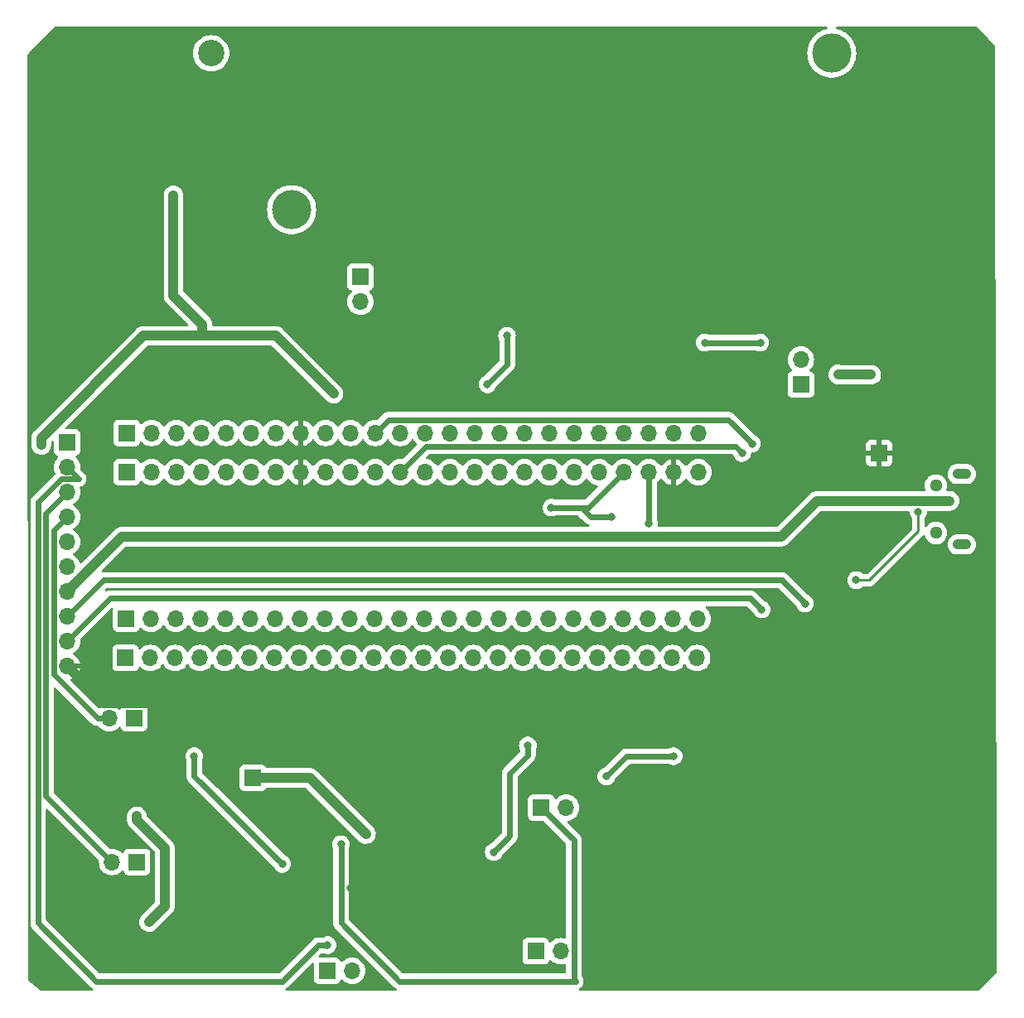
<source format=gbr>
%TF.GenerationSoftware,KiCad,Pcbnew,(7.0.0)*%
%TF.CreationDate,2023-04-03T15:53:06+02:00*%
%TF.ProjectId,HAT,4841542e-6b69-4636-9164-5f7063625858,rev?*%
%TF.SameCoordinates,Original*%
%TF.FileFunction,Copper,L2,Bot*%
%TF.FilePolarity,Positive*%
%FSLAX46Y46*%
G04 Gerber Fmt 4.6, Leading zero omitted, Abs format (unit mm)*
G04 Created by KiCad (PCBNEW (7.0.0)) date 2023-04-03 15:53:06*
%MOMM*%
%LPD*%
G01*
G04 APERTURE LIST*
%TA.AperFunction,ComponentPad*%
%ADD10R,1.700000X1.700000*%
%TD*%
%TA.AperFunction,ComponentPad*%
%ADD11O,1.700000X1.700000*%
%TD*%
%TA.AperFunction,ComponentPad*%
%ADD12C,4.000000*%
%TD*%
%TA.AperFunction,ComponentPad*%
%ADD13C,2.700000*%
%TD*%
%TA.AperFunction,ComponentPad*%
%ADD14O,1.900000X1.070000*%
%TD*%
%TA.AperFunction,ComponentPad*%
%ADD15O,1.300000X1.300000*%
%TD*%
%TA.AperFunction,ViaPad*%
%ADD16C,0.800000*%
%TD*%
%TA.AperFunction,Conductor*%
%ADD17C,1.000000*%
%TD*%
%TA.AperFunction,Conductor*%
%ADD18C,0.600000*%
%TD*%
%TA.AperFunction,Conductor*%
%ADD19C,0.250000*%
%TD*%
G04 APERTURE END LIST*
D10*
%TO.P,J10,1,Pin_1*%
%TO.N,Net-(J10-Pin_1)*%
X106656399Y-107594899D03*
D11*
%TO.P,J10,2,Pin_2*%
%TO.N,Net-(J10-Pin_2)*%
X109196399Y-107594899D03*
%TO.P,J10,3,Pin_3*%
%TO.N,Net-(J10-Pin_3)*%
X111736399Y-107594899D03*
%TO.P,J10,4,Pin_4*%
%TO.N,Net-(J10-Pin_4)*%
X114276399Y-107594899D03*
%TO.P,J10,5,Pin_5*%
%TO.N,Net-(J10-Pin_5)*%
X116816399Y-107594899D03*
%TO.P,J10,6,Pin_6*%
%TO.N,Net-(J10-Pin_6)*%
X119356399Y-107594899D03*
%TO.P,J10,7,Pin_7*%
%TO.N,Net-(J10-Pin_7)*%
X121896399Y-107594899D03*
%TO.P,J10,8,Pin_8*%
%TO.N,Net-(J10-Pin_8)*%
X124436399Y-107594899D03*
%TO.P,J10,9,Pin_9*%
%TO.N,Net-(J10-Pin_9)*%
X126976399Y-107594899D03*
%TO.P,J10,10,Pin_10*%
%TO.N,Net-(J10-Pin_10)*%
X129516399Y-107594899D03*
%TO.P,J10,11,Pin_11*%
%TO.N,OSC IN*%
X132056399Y-107594899D03*
%TO.P,J10,12,Pin_12*%
%TO.N,OSC OUT*%
X134596399Y-107594899D03*
%TO.P,J10,13,Pin_13*%
%TO.N,Net-(J10-Pin_13)*%
X137136399Y-107594899D03*
%TO.P,J10,14,Pin_14*%
%TO.N,Net-(J10-Pin_14)*%
X139676399Y-107594899D03*
%TO.P,J10,15,Pin_15*%
%TO.N,Net-(J10-Pin_15)*%
X142216399Y-107594899D03*
%TO.P,J10,16,Pin_16*%
%TO.N,Net-(J10-Pin_16)*%
X144756399Y-107594899D03*
%TO.P,J10,17,Pin_17*%
%TO.N,Net-(J10-Pin_17)*%
X147296399Y-107594899D03*
%TO.P,J10,18,Pin_18*%
%TO.N,Net-(J10-Pin_18)*%
X149836399Y-107594899D03*
%TO.P,J10,19,Pin_19*%
%TO.N,Net-(J10-Pin_19)*%
X152376399Y-107594899D03*
%TO.P,J10,20,Pin_20*%
%TO.N,Net-(J10-Pin_20)*%
X154916399Y-107594899D03*
%TO.P,J10,21,Pin_21*%
%TO.N,Net-(J10-Pin_21)*%
X157456399Y-107594899D03*
%TO.P,J10,22,Pin_22*%
%TO.N,Net-(J10-Pin_22)*%
X159996399Y-107594899D03*
%TO.P,J10,23,Pin_23*%
%TO.N,Net-(J10-Pin_23)*%
X162536399Y-107594899D03*
%TO.P,J10,24,Pin_24*%
%TO.N,/MicroController_Interfacing/3V3*%
X165076399Y-107594899D03*
%TD*%
D10*
%TO.P,J12,1,Pin_1*%
%TO.N,/Sensor Module/Logic Level Shifting/A2*%
X148506399Y-141569823D03*
D11*
%TO.P,J12,2,Pin_2*%
%TO.N,/MicroController_Interfacing/GPIO 0*%
X151046399Y-141569823D03*
%TD*%
D10*
%TO.P,J7,1,Pin_1*%
%TO.N,GND*%
X183596399Y-90644899D03*
%TD*%
%TO.P,J2,1,Pin_1*%
%TO.N,/Power Module/UVLO_3V3*%
X130596399Y-72644899D03*
D11*
%TO.P,J2,2,Pin_2*%
%TO.N,/Power Module/CHRG_OUT*%
X130596399Y-75184899D03*
%TD*%
D10*
%TO.P,J14,1,Pin_1*%
%TO.N,/Sensor Module/Logic Level Shifting/A3*%
X107446399Y-117744899D03*
D11*
%TO.P,J14,2,Pin_2*%
%TO.N,/MicroController_Interfacing/DigitalSensorSCL*%
X104906399Y-117744899D03*
%TD*%
D12*
%TO.P,BT1,*%
%TO.N,*%
X178754800Y-49785000D03*
X123554800Y-65785000D03*
D13*
X115334800Y-49785000D03*
%TD*%
D10*
%TO.P,J8,1,Pin_1*%
%TO.N,Net-(J8-Pin_1)*%
X106696399Y-88594899D03*
D11*
%TO.P,J8,2,Pin_2*%
%TO.N,Net-(J8-Pin_2)*%
X109236399Y-88594899D03*
%TO.P,J8,3,Pin_3*%
%TO.N,Net-(J8-Pin_3)*%
X111776399Y-88594899D03*
%TO.P,J8,4,Pin_4*%
%TO.N,Net-(J8-Pin_4)*%
X114316399Y-88594899D03*
%TO.P,J8,5,Pin_5*%
%TO.N,/MicroController_Interfacing/DigitalSensorSDA*%
X116856399Y-88594899D03*
%TO.P,J8,6,Pin_6*%
%TO.N,/MicroController_Interfacing/DigitalSensorSCL*%
X119396399Y-88594899D03*
%TO.P,J8,7,Pin_7*%
%TO.N,Net-(J8-Pin_7)*%
X121936399Y-88594899D03*
%TO.P,J8,8,Pin_8*%
%TO.N,GND*%
X124476399Y-88594899D03*
%TO.P,J8,9,Pin_9*%
%TO.N,/MicroController_Interfacing/3V3*%
X127016399Y-88594899D03*
%TO.P,J8,10,Pin_10*%
%TO.N,/MicroController_Interfacing/A0*%
X129556399Y-88594899D03*
%TO.P,J8,11,Pin_11*%
%TO.N,/MicroController_Interfacing/GPIO 0*%
X132096399Y-88594899D03*
%TO.P,J8,12,Pin_12*%
%TO.N,/MicroController_Interfacing/GPIO 1*%
X134636399Y-88594899D03*
%TO.P,J8,13,Pin_13*%
%TO.N,Net-(J8-Pin_13)*%
X137176399Y-88594899D03*
%TO.P,J8,14,Pin_14*%
%TO.N,Net-(J8-Pin_14)*%
X139716399Y-88594899D03*
%TO.P,J8,15,Pin_15*%
%TO.N,Net-(J8-Pin_15)*%
X142256399Y-88594899D03*
%TO.P,J8,16,Pin_16*%
%TO.N,Net-(J8-Pin_16)*%
X144796399Y-88594899D03*
%TO.P,J8,17,Pin_17*%
%TO.N,Net-(J8-Pin_17)*%
X147336399Y-88594899D03*
%TO.P,J8,18,Pin_18*%
%TO.N,Net-(J8-Pin_18)*%
X149876399Y-88594899D03*
%TO.P,J8,19,Pin_19*%
%TO.N,Net-(J8-Pin_19)*%
X152416399Y-88594899D03*
%TO.P,J8,20,Pin_20*%
%TO.N,Net-(J8-Pin_20)*%
X154956399Y-88594899D03*
%TO.P,J8,21,Pin_21*%
%TO.N,EEPROMSCL*%
X157496399Y-88594899D03*
%TO.P,J8,22,Pin_22*%
%TO.N,EEPROMSDA*%
X160036399Y-88594899D03*
%TO.P,J8,23,Pin_23*%
%TO.N,GND*%
X162576399Y-88594899D03*
%TO.P,J8,24,Pin_24*%
%TO.N,/MicroController_Interfacing/3V3*%
X165116399Y-88594899D03*
%TD*%
D10*
%TO.P,J1,1,Pin_1*%
%TO.N,/MicroController_Interfacing/3V3*%
X175596399Y-83644899D03*
D11*
%TO.P,J1,2,Pin_2*%
%TO.N,/Power Module/UVLO_3V3*%
X175596399Y-81104899D03*
%TD*%
D14*
%TO.P,J6,6,Shield*%
%TO.N,unconnected-(J6-Shield-Pad6)*%
X192049199Y-99990099D03*
D15*
X189399199Y-98815099D03*
X189399199Y-93965099D03*
D14*
X192049199Y-92790099D03*
%TD*%
D10*
%TO.P,J15,1,Pin_1*%
%TO.N,/Sensor Module/Logic Level Shifting/A4*%
X107746399Y-132444899D03*
D11*
%TO.P,J15,2,Pin_2*%
%TO.N,/MicroController_Interfacing/DigitalSensorSDA*%
X105206399Y-132444899D03*
%TD*%
D10*
%TO.P,J5,1,Pin_1*%
%TO.N,/MicroController_Interfacing/USB 5V*%
X100596399Y-89564899D03*
D11*
%TO.P,J5,2,Pin_2*%
%TO.N,/MicroController_Interfacing/A0*%
X100596399Y-92104899D03*
%TO.P,J5,3,Pin_3*%
%TO.N,/MicroController_Interfacing/DigitalSensorSDA*%
X100596399Y-94644899D03*
%TO.P,J5,4,Pin_4*%
%TO.N,/MicroController_Interfacing/DigitalSensorSCL*%
X100596399Y-97184899D03*
%TO.P,J5,5,Pin_5*%
%TO.N,unconnected-(J5-Pin_5-Pad5)*%
X100596399Y-99724899D03*
%TO.P,J5,6,Pin_6*%
%TO.N,unconnected-(J5-Pin_6-Pad6)*%
X100596399Y-102264899D03*
%TO.P,J5,7,Pin_7*%
%TO.N,/MicroController_Interfacing/USB 5V*%
X100596399Y-104804899D03*
%TO.P,J5,8,Pin_8*%
%TO.N,USART_TX*%
X100596399Y-107344899D03*
%TO.P,J5,9,Pin_9*%
%TO.N,USART_RX*%
X100596399Y-109884899D03*
%TO.P,J5,10,Pin_10*%
%TO.N,GND*%
X100596399Y-112424899D03*
%TD*%
D10*
%TO.P,J11,1,Pin_1*%
%TO.N,Net-(J10-Pin_1)*%
X106576399Y-111594899D03*
D11*
%TO.P,J11,2,Pin_2*%
%TO.N,Net-(J10-Pin_2)*%
X109116399Y-111594899D03*
%TO.P,J11,3,Pin_3*%
%TO.N,Net-(J10-Pin_3)*%
X111656399Y-111594899D03*
%TO.P,J11,4,Pin_4*%
%TO.N,Net-(J10-Pin_4)*%
X114196399Y-111594899D03*
%TO.P,J11,5,Pin_5*%
%TO.N,Net-(J10-Pin_5)*%
X116736399Y-111594899D03*
%TO.P,J11,6,Pin_6*%
%TO.N,Net-(J10-Pin_6)*%
X119276399Y-111594899D03*
%TO.P,J11,7,Pin_7*%
%TO.N,Net-(J10-Pin_7)*%
X121816399Y-111594899D03*
%TO.P,J11,8,Pin_8*%
%TO.N,Net-(J10-Pin_8)*%
X124356399Y-111594899D03*
%TO.P,J11,9,Pin_9*%
%TO.N,Net-(J10-Pin_9)*%
X126896399Y-111594899D03*
%TO.P,J11,10,Pin_10*%
%TO.N,Net-(J10-Pin_10)*%
X129436399Y-111594899D03*
%TO.P,J11,11,Pin_11*%
%TO.N,OSC IN*%
X131976399Y-111594899D03*
%TO.P,J11,12,Pin_12*%
%TO.N,OSC OUT*%
X134516399Y-111594899D03*
%TO.P,J11,13,Pin_13*%
%TO.N,Net-(J10-Pin_13)*%
X137056399Y-111594899D03*
%TO.P,J11,14,Pin_14*%
%TO.N,Net-(J10-Pin_14)*%
X139596399Y-111594899D03*
%TO.P,J11,15,Pin_15*%
%TO.N,Net-(J10-Pin_15)*%
X142136399Y-111594899D03*
%TO.P,J11,16,Pin_16*%
%TO.N,Net-(J10-Pin_16)*%
X144676399Y-111594899D03*
%TO.P,J11,17,Pin_17*%
%TO.N,Net-(J10-Pin_17)*%
X147216399Y-111594899D03*
%TO.P,J11,18,Pin_18*%
%TO.N,Net-(J10-Pin_18)*%
X149756399Y-111594899D03*
%TO.P,J11,19,Pin_19*%
%TO.N,Net-(J10-Pin_19)*%
X152296399Y-111594899D03*
%TO.P,J11,20,Pin_20*%
%TO.N,Net-(J10-Pin_20)*%
X154836399Y-111594899D03*
%TO.P,J11,21,Pin_21*%
%TO.N,Net-(J10-Pin_21)*%
X157376399Y-111594899D03*
%TO.P,J11,22,Pin_22*%
%TO.N,Net-(J10-Pin_22)*%
X159916399Y-111594899D03*
%TO.P,J11,23,Pin_23*%
%TO.N,Net-(J10-Pin_23)*%
X162456399Y-111594899D03*
%TO.P,J11,24,Pin_24*%
%TO.N,/MicroController_Interfacing/3V3*%
X164996399Y-111594899D03*
%TD*%
D10*
%TO.P,J4,1,Pin_1*%
%TO.N,Net-(J4-Pin_1)*%
X127198143Y-143564899D03*
D11*
%TO.P,J4,2,Pin_2*%
%TO.N,Net-(J4-Pin_2)*%
X129738143Y-143564899D03*
%TD*%
D10*
%TO.P,J9,1,Pin_1*%
%TO.N,Net-(J8-Pin_1)*%
X106716399Y-92594899D03*
D11*
%TO.P,J9,2,Pin_2*%
%TO.N,Net-(J8-Pin_2)*%
X109256399Y-92594899D03*
%TO.P,J9,3,Pin_3*%
%TO.N,Net-(J8-Pin_3)*%
X111796399Y-92594899D03*
%TO.P,J9,4,Pin_4*%
%TO.N,Net-(J8-Pin_4)*%
X114336399Y-92594899D03*
%TO.P,J9,5,Pin_5*%
%TO.N,/MicroController_Interfacing/DigitalSensorSDA*%
X116876399Y-92594899D03*
%TO.P,J9,6,Pin_6*%
%TO.N,/MicroController_Interfacing/DigitalSensorSCL*%
X119416399Y-92594899D03*
%TO.P,J9,7,Pin_7*%
%TO.N,Net-(J8-Pin_7)*%
X121956399Y-92594899D03*
%TO.P,J9,8,Pin_8*%
%TO.N,GND*%
X124496399Y-92594899D03*
%TO.P,J9,9,Pin_9*%
%TO.N,/MicroController_Interfacing/3V3*%
X127036399Y-92594899D03*
%TO.P,J9,10,Pin_10*%
%TO.N,/MicroController_Interfacing/A0*%
X129576399Y-92594899D03*
%TO.P,J9,11,Pin_11*%
%TO.N,/MicroController_Interfacing/GPIO 0*%
X132116399Y-92594899D03*
%TO.P,J9,12,Pin_12*%
%TO.N,/MicroController_Interfacing/GPIO 1*%
X134656399Y-92594899D03*
%TO.P,J9,13,Pin_13*%
%TO.N,Net-(J8-Pin_13)*%
X137196399Y-92594899D03*
%TO.P,J9,14,Pin_14*%
%TO.N,Net-(J8-Pin_14)*%
X139736399Y-92594899D03*
%TO.P,J9,15,Pin_15*%
%TO.N,Net-(J8-Pin_15)*%
X142276399Y-92594899D03*
%TO.P,J9,16,Pin_16*%
%TO.N,Net-(J8-Pin_16)*%
X144816399Y-92594899D03*
%TO.P,J9,17,Pin_17*%
%TO.N,Net-(J8-Pin_17)*%
X147356399Y-92594899D03*
%TO.P,J9,18,Pin_18*%
%TO.N,Net-(J8-Pin_18)*%
X149896399Y-92594899D03*
%TO.P,J9,19,Pin_19*%
%TO.N,Net-(J8-Pin_19)*%
X152436399Y-92594899D03*
%TO.P,J9,20,Pin_20*%
%TO.N,Net-(J8-Pin_20)*%
X154976399Y-92594899D03*
%TO.P,J9,21,Pin_21*%
%TO.N,EEPROMSCL*%
X157516399Y-92594899D03*
%TO.P,J9,22,Pin_22*%
%TO.N,EEPROMSDA*%
X160056399Y-92594899D03*
%TO.P,J9,23,Pin_23*%
%TO.N,GND*%
X162596399Y-92594899D03*
%TO.P,J9,24,Pin_24*%
%TO.N,/MicroController_Interfacing/3V3*%
X165136399Y-92594899D03*
%TD*%
D10*
%TO.P,J3,1,Pin_1*%
%TO.N,/Sensor Module/2V8*%
X119596399Y-123857399D03*
%TD*%
%TO.P,J13,1,Pin_1*%
%TO.N,/Sensor Module/Logic Level Shifting/A1*%
X149071399Y-126894861D03*
D11*
%TO.P,J13,2,Pin_2*%
%TO.N,/MicroController_Interfacing/GPIO 1*%
X151611399Y-126894861D03*
%TD*%
D16*
%TO.N,/Power Module/V_BAT+*%
X114452400Y-78671500D03*
X111479600Y-64322500D03*
X97966800Y-89824100D03*
X127837200Y-84566300D03*
%TO.N,GND*%
X136596400Y-129644900D03*
X185276300Y-57692100D03*
X134796800Y-119110300D03*
X173685200Y-75488800D03*
X138596400Y-140144900D03*
X176047400Y-92227400D03*
X129596400Y-135144900D03*
X123672600Y-126060200D03*
X156464000Y-78257400D03*
X126428745Y-130269394D03*
X160375600Y-101320600D03*
X168546400Y-94144900D03*
%TO.N,Net-(U2-VO)*%
X182777400Y-82644900D03*
X179424600Y-82610500D03*
%TO.N,/Sensor Module/2V8*%
X131146400Y-129595027D03*
%TO.N,Net-(D2-A)*%
X145566400Y-78673500D03*
X143560800Y-83616800D03*
%TO.N,Net-(D3-A)*%
X165764237Y-79359300D03*
X171444000Y-79359300D03*
%TO.N,/MicroController_Interfacing/USB 5V*%
X190799698Y-95539100D03*
%TO.N,/MicroController_Interfacing/A0*%
X127227600Y-140954300D03*
%TO.N,USART_TX*%
X176021000Y-106029300D03*
%TO.N,USART_RX*%
X171596400Y-106644900D03*
%TO.N,Net-(J6-D+)*%
X181253400Y-103644900D03*
X187596400Y-96644900D03*
%TO.N,/MicroController_Interfacing/GPIO 0*%
X170596400Y-89694400D03*
%TO.N,/MicroController_Interfacing/GPIO 1*%
X155721400Y-123707700D03*
X162596400Y-121644900D03*
X169596400Y-90644900D03*
%TO.N,EEPROMSCL*%
X156259800Y-97173900D03*
X150087600Y-96224900D03*
%TO.N,EEPROMSDA*%
X160069800Y-97850500D03*
%TO.N,/Sensor Module/Logic Level Shifting/A1*%
X128596400Y-130644900D03*
%TO.N,/Sensor Module/Logic Level Shifting/A3*%
X113596400Y-121644900D03*
X122596400Y-132644900D03*
%TO.N,/Sensor Module/Logic Level Shifting/2V8*%
X107745800Y-127771700D03*
X108962238Y-138594862D03*
X147700000Y-120544900D03*
X144220171Y-131431824D03*
%TD*%
D17*
%TO.N,/Power Module/V_BAT+*%
X108389800Y-78671500D02*
X97966800Y-89094500D01*
X114452400Y-78671500D02*
X121942400Y-78671500D01*
X97966800Y-89094500D02*
X97966800Y-89824100D01*
X114452400Y-78671500D02*
X108389800Y-78671500D01*
X114452400Y-77527500D02*
X111479600Y-74554700D01*
X114452400Y-78671500D02*
X114452400Y-77527500D01*
X111479600Y-74554700D02*
X111479600Y-64322500D01*
X121942400Y-78671500D02*
X127837200Y-84566300D01*
%TO.N,GND*%
X134796800Y-116845300D02*
X134146400Y-116194900D01*
X104366400Y-116194900D02*
X100596400Y-112424900D01*
X134796800Y-119110300D02*
X136596400Y-120909900D01*
X134146400Y-116194900D02*
X104366400Y-116194900D01*
X136596400Y-120909900D02*
X136596400Y-129644900D01*
X134796800Y-119110300D02*
X134796800Y-116845300D01*
%TO.N,Net-(U2-VO)*%
X179459000Y-82644900D02*
X179424600Y-82610500D01*
X182777400Y-82644900D02*
X179459000Y-82644900D01*
%TO.N,/Sensor Module/2V8*%
X131146400Y-129595027D02*
X125408773Y-123857400D01*
X125408773Y-123857400D02*
X119596400Y-123857400D01*
D18*
%TO.N,Net-(D2-A)*%
X143560800Y-83616800D02*
X145596400Y-81581200D01*
X145596400Y-78644900D02*
X145595000Y-78644900D01*
X145595000Y-78644900D02*
X145566400Y-78673500D01*
X145596400Y-81581200D02*
X145596400Y-78644900D01*
%TO.N,Net-(D3-A)*%
X171444000Y-79359300D02*
X165764237Y-79359300D01*
D17*
%TO.N,/MicroController_Interfacing/USB 5V*%
X173585130Y-99189265D02*
X106212035Y-99189265D01*
X190799698Y-95539100D02*
X190793898Y-95544900D01*
X190793898Y-95544900D02*
X177229495Y-95544900D01*
X177229495Y-95544900D02*
X173585130Y-99189265D01*
X106212035Y-99189265D02*
X100596400Y-104804900D01*
D18*
%TO.N,/MicroController_Interfacing/A0*%
X97646400Y-138694900D02*
X103596400Y-144644900D01*
X126287000Y-140954300D02*
X127227600Y-140954300D01*
X100037211Y-93294900D02*
X97646400Y-95685711D01*
X103596400Y-144644900D02*
X122596400Y-144644900D01*
X100596400Y-92104900D02*
X101786400Y-93294900D01*
X97646400Y-95685711D02*
X97646400Y-138694900D01*
X122596400Y-144644900D02*
X126287000Y-140954300D01*
X101786400Y-93294900D02*
X100037211Y-93294900D01*
%TO.N,/MicroController_Interfacing/DigitalSensorSDA*%
X98446400Y-96794900D02*
X98446400Y-125684900D01*
X98446400Y-125684900D02*
X105206400Y-132444900D01*
X100596400Y-94644900D02*
X98446400Y-96794900D01*
%TO.N,/MicroController_Interfacing/DigitalSensorSCL*%
X99246400Y-98534900D02*
X100596400Y-97184900D01*
X99246400Y-113286981D02*
X99246400Y-98534900D01*
X104906400Y-117744900D02*
X103704319Y-117744900D01*
X103704319Y-117744900D02*
X99246400Y-113286981D01*
%TO.N,USART_TX*%
X173636600Y-103644900D02*
X104296400Y-103644900D01*
X104296400Y-103644900D02*
X100596400Y-107344900D01*
X176021000Y-106029300D02*
X173636600Y-103644900D01*
%TO.N,USART_RX*%
X104981300Y-105500000D02*
X100596400Y-109884900D01*
X170451500Y-105500000D02*
X104981300Y-105500000D01*
X171596400Y-106644900D02*
X170451500Y-105500000D01*
D19*
%TO.N,Net-(J6-D+)*%
X187596400Y-98644900D02*
X187596400Y-96644900D01*
X181253400Y-103644900D02*
X182596400Y-103644900D01*
X182596400Y-103644900D02*
X187596400Y-98644900D01*
D18*
%TO.N,/MicroController_Interfacing/GPIO 0*%
X170596400Y-89644900D02*
X170596400Y-89694400D01*
X133446400Y-87244900D02*
X168196400Y-87244900D01*
X132096400Y-88594900D02*
X133446400Y-87244900D01*
X168196400Y-87244900D02*
X170596400Y-89644900D01*
%TO.N,/MicroController_Interfacing/GPIO 1*%
X137306400Y-89944900D02*
X168896400Y-89944900D01*
X155721400Y-123707700D02*
X157784200Y-121644900D01*
X157784200Y-121644900D02*
X162596400Y-121644900D01*
X168896400Y-89944900D02*
X169596400Y-90644900D01*
X134656400Y-92594900D02*
X137306400Y-89944900D01*
%TO.N,EEPROMSCL*%
X156259800Y-97173900D02*
X154125400Y-97173900D01*
X153176400Y-96224900D02*
X153886400Y-96224900D01*
X154125400Y-97173900D02*
X153176400Y-96224900D01*
X150087600Y-96224900D02*
X153176400Y-96224900D01*
X153886400Y-96224900D02*
X157516400Y-92594900D01*
%TO.N,EEPROMSDA*%
X160056400Y-97125900D02*
X160056400Y-92594900D01*
X160069800Y-97139300D02*
X160056400Y-97125900D01*
X160069800Y-97850500D02*
X160069800Y-97139300D01*
%TO.N,/Sensor Module/Logic Level Shifting/A1*%
X134596400Y-144644900D02*
X128596400Y-138644900D01*
X149071400Y-126894862D02*
X152396400Y-130219862D01*
X152396400Y-130219862D02*
X152396400Y-144444900D01*
X128596400Y-138644900D02*
X128596400Y-130644900D01*
X152396400Y-144444900D02*
X152596400Y-144644900D01*
X152596400Y-144644900D02*
X134596400Y-144644900D01*
%TO.N,/Sensor Module/Logic Level Shifting/A3*%
X113596400Y-123644900D02*
X113596400Y-121644900D01*
X122596400Y-132644900D02*
X113596400Y-123644900D01*
%TO.N,/Sensor Module/Logic Level Shifting/2V8*%
X145846400Y-123394900D02*
X145846400Y-129805595D01*
D17*
X110596400Y-136960700D02*
X110596400Y-131022900D01*
X108962238Y-138594862D02*
X110596400Y-136960700D01*
D18*
X147700000Y-121541300D02*
X145846400Y-123394900D01*
D17*
X107745800Y-127771700D02*
X107745800Y-128172300D01*
X107745800Y-128172300D02*
X110596400Y-131022900D01*
D18*
X145846400Y-129805595D02*
X144220171Y-131431824D01*
X147700000Y-120544900D02*
X147700000Y-121541300D01*
%TD*%
%TA.AperFunction,Conductor*%
%TO.N,GND*%
G36*
X178224836Y-47087452D02*
G01*
X178282274Y-47101576D01*
X178326636Y-47140702D01*
X178347825Y-47195927D01*
X178341020Y-47254685D01*
X178307769Y-47303606D01*
X178255639Y-47331556D01*
X177984347Y-47401212D01*
X177984339Y-47401214D01*
X177980575Y-47402181D01*
X177976958Y-47403612D01*
X177976952Y-47403615D01*
X177691664Y-47516568D01*
X177691653Y-47516572D01*
X177688034Y-47518006D01*
X177684629Y-47519877D01*
X177684616Y-47519884D01*
X177415723Y-47667710D01*
X177415711Y-47667717D01*
X177412316Y-47669584D01*
X177409172Y-47671867D01*
X177409166Y-47671872D01*
X177160926Y-47852228D01*
X177160915Y-47852236D01*
X177157770Y-47854522D01*
X177154935Y-47857183D01*
X177154928Y-47857190D01*
X176931247Y-48067241D01*
X176931240Y-48067248D01*
X176928410Y-48069906D01*
X176925935Y-48072897D01*
X176925931Y-48072902D01*
X176730336Y-48309334D01*
X176730326Y-48309346D01*
X176727853Y-48312337D01*
X176725771Y-48315616D01*
X176725762Y-48315630D01*
X176561348Y-48574706D01*
X176561341Y-48574717D01*
X176559263Y-48577993D01*
X176557610Y-48581504D01*
X176557607Y-48581511D01*
X176461437Y-48785883D01*
X176425297Y-48862685D01*
X176424095Y-48866382D01*
X176424093Y-48866389D01*
X176357522Y-49071274D01*
X176328069Y-49161921D01*
X176327340Y-49165741D01*
X176327338Y-49165750D01*
X176269841Y-49467158D01*
X176269838Y-49467174D01*
X176269112Y-49470985D01*
X176249356Y-49785000D01*
X176269112Y-50099015D01*
X176269839Y-50102827D01*
X176269841Y-50102841D01*
X176327338Y-50404249D01*
X176328069Y-50408079D01*
X176329273Y-50411786D01*
X176329274Y-50411788D01*
X176376030Y-50555689D01*
X176425297Y-50707315D01*
X176559263Y-50992007D01*
X176561345Y-50995288D01*
X176561348Y-50995293D01*
X176725762Y-51254369D01*
X176725766Y-51254375D01*
X176727853Y-51257663D01*
X176730332Y-51260660D01*
X176730336Y-51260665D01*
X176800697Y-51345716D01*
X176928410Y-51500094D01*
X177157770Y-51715478D01*
X177412316Y-51900416D01*
X177688034Y-52051994D01*
X177980575Y-52167819D01*
X178285327Y-52246066D01*
X178597482Y-52285500D01*
X178908223Y-52285500D01*
X178912118Y-52285500D01*
X179224273Y-52246066D01*
X179529025Y-52167819D01*
X179821566Y-52051994D01*
X180097284Y-51900416D01*
X180351830Y-51715478D01*
X180581190Y-51500094D01*
X180781747Y-51257663D01*
X180950337Y-50992007D01*
X181084303Y-50707315D01*
X181181531Y-50408079D01*
X181240488Y-50099015D01*
X181260244Y-49785000D01*
X181240488Y-49470985D01*
X181181531Y-49161921D01*
X181084303Y-48862685D01*
X180950337Y-48577993D01*
X180781747Y-48312337D01*
X180581190Y-48069906D01*
X180351830Y-47854522D01*
X180335887Y-47842939D01*
X180100433Y-47671872D01*
X180100434Y-47671872D01*
X180097284Y-47669584D01*
X180093881Y-47667713D01*
X180093876Y-47667710D01*
X179824983Y-47519884D01*
X179824976Y-47519880D01*
X179821566Y-47518006D01*
X179817940Y-47516570D01*
X179817935Y-47516568D01*
X179532647Y-47403615D01*
X179532646Y-47403614D01*
X179529025Y-47402181D01*
X179525255Y-47401213D01*
X179525252Y-47401212D01*
X179255074Y-47331842D01*
X179202936Y-47303884D01*
X179169685Y-47254950D01*
X179162892Y-47196180D01*
X179184102Y-47140951D01*
X179228488Y-47101836D01*
X179285943Y-47087738D01*
X193570886Y-47091585D01*
X193619861Y-47101682D01*
X193660867Y-47130304D01*
X194783807Y-48315630D01*
X195419110Y-48986227D01*
X195444241Y-49025498D01*
X195453092Y-49071274D01*
X195630706Y-143663178D01*
X195621789Y-143709584D01*
X195596158Y-143749285D01*
X193838627Y-145580046D01*
X193797764Y-145608256D01*
X193749109Y-145618172D01*
X153016711Y-145596614D01*
X152955537Y-145580436D01*
X152910310Y-145536180D01*
X152892808Y-145475371D01*
X152907589Y-145413844D01*
X152950803Y-145367621D01*
X152978330Y-145350324D01*
X152990498Y-145343599D01*
X153009412Y-145334492D01*
X153018714Y-145330013D01*
X153018715Y-145330012D01*
X153024987Y-145326992D01*
X153054920Y-145303120D01*
X153066254Y-145295079D01*
X153098662Y-145274716D01*
X153125726Y-145247650D01*
X153136084Y-145238393D01*
X153166021Y-145214521D01*
X153189893Y-145184584D01*
X153199152Y-145174225D01*
X153226216Y-145147162D01*
X153246581Y-145114749D01*
X153254620Y-145103420D01*
X153278492Y-145073487D01*
X153295099Y-145038998D01*
X153301828Y-145026825D01*
X153322189Y-144994422D01*
X153334827Y-144958300D01*
X153340150Y-144945450D01*
X153356760Y-144910961D01*
X153365281Y-144873626D01*
X153369118Y-144860303D01*
X153381768Y-144824155D01*
X153386053Y-144786115D01*
X153388384Y-144772400D01*
X153396900Y-144735095D01*
X153396900Y-144696814D01*
X153397680Y-144682931D01*
X153401185Y-144651823D01*
X153401965Y-144644900D01*
X153397679Y-144606868D01*
X153396900Y-144592986D01*
X153396900Y-144561668D01*
X153396900Y-144554706D01*
X153388381Y-144517384D01*
X153386053Y-144503677D01*
X153385140Y-144495574D01*
X153381768Y-144465645D01*
X153379469Y-144459075D01*
X153379468Y-144459070D01*
X153369125Y-144429513D01*
X153365279Y-144416166D01*
X153356760Y-144378839D01*
X153353740Y-144372567D01*
X153353738Y-144372562D01*
X153340148Y-144344343D01*
X153334833Y-144331513D01*
X153322189Y-144295378D01*
X153301824Y-144262968D01*
X153295099Y-144250798D01*
X153281515Y-144222591D01*
X153281514Y-144222589D01*
X153278492Y-144216314D01*
X153254628Y-144186390D01*
X153246581Y-144175049D01*
X153229920Y-144148532D01*
X153229917Y-144148528D01*
X153226216Y-144142638D01*
X153223118Y-144139540D01*
X153203859Y-144104693D01*
X153196900Y-144063738D01*
X153196900Y-130136630D01*
X153196900Y-130129668D01*
X153188381Y-130092346D01*
X153186053Y-130078639D01*
X153184502Y-130064873D01*
X153181768Y-130040607D01*
X153179469Y-130034037D01*
X153179468Y-130034032D01*
X153169125Y-130004475D01*
X153165279Y-129991128D01*
X153156760Y-129953801D01*
X153140147Y-129919305D01*
X153134831Y-129906468D01*
X153124488Y-129876910D01*
X153124487Y-129876909D01*
X153122189Y-129870340D01*
X153101822Y-129837926D01*
X153095097Y-129825757D01*
X153081514Y-129797552D01*
X153081513Y-129797550D01*
X153078491Y-129791275D01*
X153054623Y-129761346D01*
X153046577Y-129750005D01*
X153029920Y-129723495D01*
X153026216Y-129717600D01*
X152898662Y-129590046D01*
X151751373Y-128442756D01*
X151717993Y-128381913D01*
X151722533Y-128312662D01*
X151763571Y-128256697D01*
X151828248Y-128231548D01*
X151846808Y-128229925D01*
X152075063Y-128168765D01*
X152289230Y-128068897D01*
X152482801Y-127933357D01*
X152649895Y-127766263D01*
X152785435Y-127572692D01*
X152885303Y-127358525D01*
X152946463Y-127130270D01*
X152967059Y-126894862D01*
X152946463Y-126659454D01*
X152885303Y-126431199D01*
X152785435Y-126217033D01*
X152649895Y-126023461D01*
X152482801Y-125856367D01*
X152478370Y-125853264D01*
X152478366Y-125853261D01*
X152293659Y-125723928D01*
X152293657Y-125723926D01*
X152289230Y-125720827D01*
X152284333Y-125718543D01*
X152284327Y-125718540D01*
X152079972Y-125623248D01*
X152079970Y-125623247D01*
X152075063Y-125620959D01*
X152069838Y-125619559D01*
X152069830Y-125619556D01*
X151852034Y-125561199D01*
X151852030Y-125561198D01*
X151846808Y-125559799D01*
X151841420Y-125559327D01*
X151841417Y-125559327D01*
X151616795Y-125539675D01*
X151611400Y-125539203D01*
X151606005Y-125539675D01*
X151381382Y-125559327D01*
X151381377Y-125559327D01*
X151375992Y-125559799D01*
X151370771Y-125561197D01*
X151370765Y-125561199D01*
X151152969Y-125619556D01*
X151152957Y-125619560D01*
X151147737Y-125620959D01*
X151142832Y-125623245D01*
X151142827Y-125623248D01*
X150938481Y-125718537D01*
X150938477Y-125718539D01*
X150933571Y-125720827D01*
X150929138Y-125723930D01*
X150929131Y-125723935D01*
X150744434Y-125853261D01*
X150744429Y-125853264D01*
X150739999Y-125856367D01*
X150736174Y-125860191D01*
X150736175Y-125860191D01*
X150618073Y-125978293D01*
X150565326Y-126009588D01*
X150504033Y-126011777D01*
X150449189Y-125984324D01*
X150414210Y-125933944D01*
X150386704Y-125860198D01*
X150365196Y-125802531D01*
X150278946Y-125687316D01*
X150188430Y-125619556D01*
X150170831Y-125606381D01*
X150170830Y-125606380D01*
X150163731Y-125601066D01*
X150056842Y-125561199D01*
X150036152Y-125553482D01*
X150036150Y-125553481D01*
X150028883Y-125550771D01*
X150021170Y-125549941D01*
X150021167Y-125549941D01*
X149972580Y-125544717D01*
X149972569Y-125544716D01*
X149969273Y-125544362D01*
X149965950Y-125544362D01*
X148176839Y-125544362D01*
X148176820Y-125544362D01*
X148173528Y-125544363D01*
X148170250Y-125544715D01*
X148170238Y-125544716D01*
X148121631Y-125549941D01*
X148121625Y-125549942D01*
X148113917Y-125550771D01*
X148106652Y-125553480D01*
X148106646Y-125553482D01*
X147987380Y-125597966D01*
X147987378Y-125597966D01*
X147979069Y-125601066D01*
X147971972Y-125606378D01*
X147971968Y-125606381D01*
X147870950Y-125682003D01*
X147870946Y-125682006D01*
X147863854Y-125687316D01*
X147858544Y-125694408D01*
X147858541Y-125694412D01*
X147782919Y-125795430D01*
X147782916Y-125795434D01*
X147777604Y-125802531D01*
X147774504Y-125810840D01*
X147774504Y-125810842D01*
X147730020Y-125930109D01*
X147730019Y-125930112D01*
X147727309Y-125937379D01*
X147726479Y-125945089D01*
X147726479Y-125945094D01*
X147721255Y-125993681D01*
X147721254Y-125993693D01*
X147720900Y-125996989D01*
X147720900Y-126000310D01*
X147720900Y-126000311D01*
X147720900Y-127789422D01*
X147720900Y-127789440D01*
X147720901Y-127792734D01*
X147721253Y-127796012D01*
X147721254Y-127796023D01*
X147726479Y-127844630D01*
X147726480Y-127844635D01*
X147727309Y-127852345D01*
X147730019Y-127859611D01*
X147730020Y-127859615D01*
X147756095Y-127929525D01*
X147777604Y-127987193D01*
X147782918Y-127994292D01*
X147782919Y-127994293D01*
X147838767Y-128068897D01*
X147863854Y-128102408D01*
X147979069Y-128188658D01*
X148113917Y-128238953D01*
X148173527Y-128245362D01*
X149238459Y-128245361D01*
X149285912Y-128254800D01*
X149326140Y-128281680D01*
X151559581Y-130515121D01*
X151586461Y-130555349D01*
X151595900Y-130602802D01*
X151595900Y-140157321D01*
X151583112Y-140212165D01*
X151547387Y-140255697D01*
X151496092Y-140278938D01*
X151439807Y-140277096D01*
X151287034Y-140236161D01*
X151287030Y-140236160D01*
X151281808Y-140234761D01*
X151276420Y-140234289D01*
X151276417Y-140234289D01*
X151051795Y-140214637D01*
X151046400Y-140214165D01*
X151041005Y-140214637D01*
X150816382Y-140234289D01*
X150816377Y-140234289D01*
X150810992Y-140234761D01*
X150805771Y-140236159D01*
X150805765Y-140236161D01*
X150587969Y-140294518D01*
X150587957Y-140294522D01*
X150582737Y-140295921D01*
X150577832Y-140298207D01*
X150577827Y-140298210D01*
X150373481Y-140393499D01*
X150373477Y-140393501D01*
X150368571Y-140395789D01*
X150364138Y-140398892D01*
X150364131Y-140398897D01*
X150179434Y-140528223D01*
X150179429Y-140528226D01*
X150174999Y-140531329D01*
X150171174Y-140535153D01*
X150171175Y-140535153D01*
X150053073Y-140653255D01*
X150000326Y-140684550D01*
X149939033Y-140686739D01*
X149884189Y-140659286D01*
X149849210Y-140608906D01*
X149838574Y-140580389D01*
X149800196Y-140477493D01*
X149713946Y-140362278D01*
X149670037Y-140329408D01*
X149605831Y-140281343D01*
X149605830Y-140281342D01*
X149598731Y-140276028D01*
X149491842Y-140236161D01*
X149471152Y-140228444D01*
X149471150Y-140228443D01*
X149463883Y-140225733D01*
X149456170Y-140224903D01*
X149456167Y-140224903D01*
X149407580Y-140219679D01*
X149407569Y-140219678D01*
X149404273Y-140219324D01*
X149400950Y-140219324D01*
X147611839Y-140219324D01*
X147611820Y-140219324D01*
X147608528Y-140219325D01*
X147605250Y-140219677D01*
X147605238Y-140219678D01*
X147556631Y-140224903D01*
X147556625Y-140224904D01*
X147548917Y-140225733D01*
X147541652Y-140228442D01*
X147541646Y-140228444D01*
X147422380Y-140272928D01*
X147422378Y-140272928D01*
X147414069Y-140276028D01*
X147406972Y-140281340D01*
X147406968Y-140281343D01*
X147305950Y-140356965D01*
X147305946Y-140356968D01*
X147298854Y-140362278D01*
X147293544Y-140369370D01*
X147293541Y-140369374D01*
X147217919Y-140470392D01*
X147217916Y-140470396D01*
X147212604Y-140477493D01*
X147209504Y-140485802D01*
X147209504Y-140485804D01*
X147165020Y-140605071D01*
X147165019Y-140605074D01*
X147162309Y-140612341D01*
X147161479Y-140620051D01*
X147161479Y-140620056D01*
X147156255Y-140668643D01*
X147156254Y-140668655D01*
X147155900Y-140671951D01*
X147155900Y-140675272D01*
X147155900Y-140675273D01*
X147155900Y-142464384D01*
X147155900Y-142464402D01*
X147155901Y-142467696D01*
X147156253Y-142470974D01*
X147156254Y-142470985D01*
X147161479Y-142519592D01*
X147161480Y-142519597D01*
X147162309Y-142527307D01*
X147165019Y-142534573D01*
X147165020Y-142534577D01*
X147190907Y-142603982D01*
X147212604Y-142662155D01*
X147217918Y-142669254D01*
X147217919Y-142669255D01*
X147273767Y-142743859D01*
X147298854Y-142777370D01*
X147414069Y-142863620D01*
X147548917Y-142913915D01*
X147608527Y-142920324D01*
X149404272Y-142920323D01*
X149463883Y-142913915D01*
X149598731Y-142863620D01*
X149713946Y-142777370D01*
X149800196Y-142662155D01*
X149849210Y-142530740D01*
X149884189Y-142480361D01*
X149939034Y-142452908D01*
X150000327Y-142455097D01*
X150053073Y-142486393D01*
X150174999Y-142608319D01*
X150179431Y-142611422D01*
X150179433Y-142611424D01*
X150302982Y-142697934D01*
X150368570Y-142743859D01*
X150582737Y-142843727D01*
X150810992Y-142904887D01*
X151046400Y-142925483D01*
X151281808Y-142904887D01*
X151424255Y-142866719D01*
X151439807Y-142862552D01*
X151496092Y-142860710D01*
X151547387Y-142883951D01*
X151583112Y-142927483D01*
X151595900Y-142982327D01*
X151595900Y-143720400D01*
X151579287Y-143782400D01*
X151533900Y-143827787D01*
X151471900Y-143844400D01*
X134979340Y-143844400D01*
X134931887Y-143834961D01*
X134891659Y-143808081D01*
X129433219Y-138349641D01*
X129406339Y-138309413D01*
X129396900Y-138261960D01*
X129396900Y-131431824D01*
X143314711Y-131431824D01*
X143316213Y-131446116D01*
X143333817Y-131613619D01*
X143333818Y-131613627D01*
X143334497Y-131620080D01*
X143336502Y-131626252D01*
X143336504Y-131626259D01*
X143387679Y-131783756D01*
X143392992Y-131800108D01*
X143396239Y-131805732D01*
X143396240Y-131805734D01*
X143430208Y-131864569D01*
X143487638Y-131964040D01*
X143614300Y-132104712D01*
X143619558Y-132108532D01*
X143619559Y-132108533D01*
X143633016Y-132118310D01*
X143767441Y-132215975D01*
X143940368Y-132292968D01*
X144125525Y-132332324D01*
X144308314Y-132332324D01*
X144314817Y-132332324D01*
X144499974Y-132292968D01*
X144672901Y-132215975D01*
X144826042Y-132104712D01*
X144952704Y-131964040D01*
X145047350Y-131800108D01*
X145068659Y-131734524D01*
X145098905Y-131685166D01*
X146444226Y-130339847D01*
X146444225Y-130339847D01*
X146476216Y-130307857D01*
X146496580Y-130275445D01*
X146504620Y-130264114D01*
X146528491Y-130234182D01*
X146545105Y-130199681D01*
X146551818Y-130187534D01*
X146572189Y-130155117D01*
X146584829Y-130118992D01*
X146590152Y-130106142D01*
X146596795Y-130092348D01*
X146606760Y-130071656D01*
X146615281Y-130034321D01*
X146619118Y-130020998D01*
X146631768Y-129984850D01*
X146636055Y-129946792D01*
X146638379Y-129933118D01*
X146646900Y-129895789D01*
X146646900Y-129715401D01*
X146646900Y-123777840D01*
X146656339Y-123730387D01*
X146671498Y-123707700D01*
X154815940Y-123707700D01*
X154816619Y-123714160D01*
X154835046Y-123889495D01*
X154835047Y-123889503D01*
X154835726Y-123895956D01*
X154837731Y-123902128D01*
X154837733Y-123902135D01*
X154892213Y-124069805D01*
X154894221Y-124075984D01*
X154897468Y-124081608D01*
X154897469Y-124081610D01*
X154935315Y-124147162D01*
X154988867Y-124239916D01*
X155115529Y-124380588D01*
X155268670Y-124491851D01*
X155441597Y-124568844D01*
X155626754Y-124608200D01*
X155809543Y-124608200D01*
X155816046Y-124608200D01*
X156001203Y-124568844D01*
X156174130Y-124491851D01*
X156327271Y-124380588D01*
X156453933Y-124239916D01*
X156548579Y-124075984D01*
X156569888Y-124010400D01*
X156600134Y-123961042D01*
X158079458Y-122481719D01*
X158119687Y-122454839D01*
X158167140Y-122445400D01*
X162154033Y-122445400D01*
X162204469Y-122456121D01*
X162316597Y-122506044D01*
X162501754Y-122545400D01*
X162684543Y-122545400D01*
X162691046Y-122545400D01*
X162876203Y-122506044D01*
X163049130Y-122429051D01*
X163202271Y-122317788D01*
X163328933Y-122177116D01*
X163423579Y-122013184D01*
X163482074Y-121833156D01*
X163501860Y-121644900D01*
X163482074Y-121456644D01*
X163423579Y-121276616D01*
X163328933Y-121112684D01*
X163202271Y-120972012D01*
X163197013Y-120968192D01*
X163197011Y-120968190D01*
X163054388Y-120864569D01*
X163054387Y-120864568D01*
X163049130Y-120860749D01*
X163036768Y-120855245D01*
X162882145Y-120786401D01*
X162882140Y-120786399D01*
X162876203Y-120783756D01*
X162869844Y-120782404D01*
X162869840Y-120782403D01*
X162697408Y-120745752D01*
X162697405Y-120745751D01*
X162691046Y-120744400D01*
X162501754Y-120744400D01*
X162495395Y-120745751D01*
X162495391Y-120745752D01*
X162322959Y-120782403D01*
X162322952Y-120782405D01*
X162316597Y-120783756D01*
X162310662Y-120786398D01*
X162310654Y-120786401D01*
X162204469Y-120833679D01*
X162154033Y-120844400D01*
X157874394Y-120844400D01*
X157694006Y-120844400D01*
X157687220Y-120845948D01*
X157687208Y-120845950D01*
X157656679Y-120852917D01*
X157642981Y-120855245D01*
X157611865Y-120858752D01*
X157611863Y-120858752D01*
X157604945Y-120859532D01*
X157568819Y-120872172D01*
X157555468Y-120876018D01*
X157524926Y-120882989D01*
X157524911Y-120882994D01*
X157518139Y-120884540D01*
X157511872Y-120887557D01*
X157511874Y-120887557D01*
X157483641Y-120901152D01*
X157470803Y-120906469D01*
X157441246Y-120916812D01*
X157441241Y-120916814D01*
X157434678Y-120919111D01*
X157428792Y-120922808D01*
X157428782Y-120922814D01*
X157402266Y-120939475D01*
X157390103Y-120946197D01*
X157361890Y-120959784D01*
X157361879Y-120959790D01*
X157355614Y-120962808D01*
X157350177Y-120967143D01*
X157350170Y-120967148D01*
X157325686Y-120986673D01*
X157314353Y-120994714D01*
X157287830Y-121011380D01*
X157287820Y-121011387D01*
X157281938Y-121015084D01*
X157277024Y-121019997D01*
X157277020Y-121020001D01*
X157249944Y-121047077D01*
X155473832Y-122823188D01*
X155436587Y-122848786D01*
X155274608Y-122920905D01*
X155268670Y-122923549D01*
X155263416Y-122927365D01*
X155263411Y-122927369D01*
X155120788Y-123030990D01*
X155120781Y-123030995D01*
X155115529Y-123034812D01*
X155111184Y-123039637D01*
X155111179Y-123039642D01*
X154993213Y-123170656D01*
X154993208Y-123170662D01*
X154988867Y-123175484D01*
X154985622Y-123181104D01*
X154985618Y-123181110D01*
X154897469Y-123333789D01*
X154897466Y-123333794D01*
X154894221Y-123339416D01*
X154892215Y-123345588D01*
X154892213Y-123345594D01*
X154837733Y-123513264D01*
X154837731Y-123513273D01*
X154835726Y-123519444D01*
X154835048Y-123525894D01*
X154835046Y-123525904D01*
X154817784Y-123690159D01*
X154815940Y-123707700D01*
X146671498Y-123707700D01*
X146683219Y-123690159D01*
X148297825Y-122075553D01*
X148297826Y-122075552D01*
X148297826Y-122075551D01*
X148329816Y-122043562D01*
X148350180Y-122011150D01*
X148358220Y-121999819D01*
X148382091Y-121969887D01*
X148398705Y-121935386D01*
X148405418Y-121923239D01*
X148425789Y-121890822D01*
X148438429Y-121854697D01*
X148443752Y-121841847D01*
X148447937Y-121833156D01*
X148460360Y-121807361D01*
X148468881Y-121770026D01*
X148472718Y-121756703D01*
X148485368Y-121720555D01*
X148489655Y-121682497D01*
X148491979Y-121668823D01*
X148500500Y-121631494D01*
X148500500Y-121451106D01*
X148500500Y-120992619D01*
X148517113Y-120930619D01*
X148521619Y-120922814D01*
X148527179Y-120913184D01*
X148585674Y-120733156D01*
X148605460Y-120544900D01*
X148585674Y-120356644D01*
X148527179Y-120176616D01*
X148432533Y-120012684D01*
X148305871Y-119872012D01*
X148300613Y-119868192D01*
X148300611Y-119868190D01*
X148157988Y-119764569D01*
X148157987Y-119764568D01*
X148152730Y-119760749D01*
X148146792Y-119758105D01*
X147985745Y-119686401D01*
X147985740Y-119686399D01*
X147979803Y-119683756D01*
X147973444Y-119682404D01*
X147973440Y-119682403D01*
X147801008Y-119645752D01*
X147801005Y-119645751D01*
X147794646Y-119644400D01*
X147605354Y-119644400D01*
X147598995Y-119645751D01*
X147598991Y-119645752D01*
X147426559Y-119682403D01*
X147426552Y-119682405D01*
X147420197Y-119683756D01*
X147414262Y-119686398D01*
X147414254Y-119686401D01*
X147253207Y-119758105D01*
X147253202Y-119758107D01*
X147247270Y-119760749D01*
X147242016Y-119764565D01*
X147242011Y-119764569D01*
X147099388Y-119868190D01*
X147099381Y-119868195D01*
X147094129Y-119872012D01*
X147089784Y-119876837D01*
X147089779Y-119876842D01*
X146971813Y-120007856D01*
X146971808Y-120007862D01*
X146967467Y-120012684D01*
X146964222Y-120018304D01*
X146964218Y-120018310D01*
X146876069Y-120170989D01*
X146876066Y-120170994D01*
X146872821Y-120176616D01*
X146870815Y-120182788D01*
X146870813Y-120182794D01*
X146816333Y-120350464D01*
X146816331Y-120350473D01*
X146814326Y-120356644D01*
X146813648Y-120363094D01*
X146813646Y-120363104D01*
X146795962Y-120531364D01*
X146794540Y-120544900D01*
X146795219Y-120551360D01*
X146813646Y-120726695D01*
X146813647Y-120726703D01*
X146814326Y-120733156D01*
X146816331Y-120739328D01*
X146816333Y-120739335D01*
X146869892Y-120904169D01*
X146872821Y-120913184D01*
X146876068Y-120918808D01*
X146876069Y-120918810D01*
X146882887Y-120930619D01*
X146899500Y-120992619D01*
X146899500Y-121158360D01*
X146890061Y-121205813D01*
X146863181Y-121246040D01*
X146102216Y-122007005D01*
X145344138Y-122765083D01*
X145344135Y-122765086D01*
X145344136Y-122765086D01*
X145216584Y-122892638D01*
X145212879Y-122898532D01*
X145212879Y-122898534D01*
X145196216Y-122925052D01*
X145188173Y-122936387D01*
X145168653Y-122960865D01*
X145168651Y-122960867D01*
X145164309Y-122966313D01*
X145161289Y-122972582D01*
X145161283Y-122972593D01*
X145147699Y-123000800D01*
X145140977Y-123012964D01*
X145127250Y-123034812D01*
X145120611Y-123045378D01*
X145118315Y-123051937D01*
X145118311Y-123051947D01*
X145107965Y-123081513D01*
X145102647Y-123094351D01*
X145089060Y-123122566D01*
X145089057Y-123122571D01*
X145086040Y-123128839D01*
X145084492Y-123135617D01*
X145084489Y-123135628D01*
X145077518Y-123166168D01*
X145073672Y-123179519D01*
X145061032Y-123215645D01*
X145060252Y-123222563D01*
X145060252Y-123222565D01*
X145056745Y-123253681D01*
X145054417Y-123267379D01*
X145047450Y-123297908D01*
X145047448Y-123297920D01*
X145045900Y-123304706D01*
X145045900Y-123311672D01*
X145045900Y-129422655D01*
X145036461Y-129470108D01*
X145009581Y-129510336D01*
X143972603Y-130547312D01*
X143935358Y-130572910D01*
X143788178Y-130638440D01*
X143767441Y-130647673D01*
X143762187Y-130651489D01*
X143762182Y-130651493D01*
X143619559Y-130755114D01*
X143619552Y-130755119D01*
X143614300Y-130758936D01*
X143609955Y-130763761D01*
X143609950Y-130763766D01*
X143491984Y-130894780D01*
X143491979Y-130894786D01*
X143487638Y-130899608D01*
X143484393Y-130905228D01*
X143484389Y-130905234D01*
X143396240Y-131057913D01*
X143396237Y-131057918D01*
X143392992Y-131063540D01*
X143390986Y-131069712D01*
X143390984Y-131069718D01*
X143336504Y-131237388D01*
X143336502Y-131237397D01*
X143334497Y-131243568D01*
X143333819Y-131250018D01*
X143333817Y-131250028D01*
X143317709Y-131403299D01*
X143314711Y-131431824D01*
X129396900Y-131431824D01*
X129396900Y-131092619D01*
X129413513Y-131030619D01*
X129414795Y-131028397D01*
X129423579Y-131013184D01*
X129482074Y-130833156D01*
X129501860Y-130644900D01*
X129482074Y-130456644D01*
X129423579Y-130276616D01*
X129328933Y-130112684D01*
X129219742Y-129991416D01*
X129206620Y-129976842D01*
X129206619Y-129976841D01*
X129202271Y-129972012D01*
X129197013Y-129968192D01*
X129197011Y-129968190D01*
X129054388Y-129864569D01*
X129054387Y-129864568D01*
X129049130Y-129860749D01*
X129043192Y-129858105D01*
X128882145Y-129786401D01*
X128882140Y-129786399D01*
X128876203Y-129783756D01*
X128869844Y-129782404D01*
X128869840Y-129782403D01*
X128697408Y-129745752D01*
X128697405Y-129745751D01*
X128691046Y-129744400D01*
X128501754Y-129744400D01*
X128495395Y-129745751D01*
X128495391Y-129745752D01*
X128322959Y-129782403D01*
X128322952Y-129782405D01*
X128316597Y-129783756D01*
X128310662Y-129786398D01*
X128310654Y-129786401D01*
X128149607Y-129858105D01*
X128149602Y-129858107D01*
X128143670Y-129860749D01*
X128138416Y-129864565D01*
X128138411Y-129864569D01*
X127995788Y-129968190D01*
X127995781Y-129968195D01*
X127990529Y-129972012D01*
X127986184Y-129976837D01*
X127986179Y-129976842D01*
X127868213Y-130107856D01*
X127868208Y-130107862D01*
X127863867Y-130112684D01*
X127860622Y-130118304D01*
X127860618Y-130118310D01*
X127772469Y-130270989D01*
X127772466Y-130270994D01*
X127769221Y-130276616D01*
X127767215Y-130282788D01*
X127767213Y-130282794D01*
X127712733Y-130450464D01*
X127712731Y-130450473D01*
X127710726Y-130456644D01*
X127710048Y-130463094D01*
X127710046Y-130463104D01*
X127693472Y-130620809D01*
X127690940Y-130644900D01*
X127691619Y-130651360D01*
X127710046Y-130826695D01*
X127710047Y-130826703D01*
X127710726Y-130833156D01*
X127712731Y-130839328D01*
X127712733Y-130839335D01*
X127767213Y-131007005D01*
X127769221Y-131013184D01*
X127772468Y-131018808D01*
X127772469Y-131018810D01*
X127779287Y-131030619D01*
X127795900Y-131092619D01*
X127795900Y-138554706D01*
X127795900Y-138735094D01*
X127797449Y-138741883D01*
X127797450Y-138741888D01*
X127804417Y-138772418D01*
X127806745Y-138786118D01*
X127810107Y-138815950D01*
X127811032Y-138824155D01*
X127813329Y-138830721D01*
X127813330Y-138830723D01*
X127823672Y-138860279D01*
X127827519Y-138873635D01*
X127834488Y-138904167D01*
X127834491Y-138904176D01*
X127836040Y-138910961D01*
X127839058Y-138917229D01*
X127839061Y-138917236D01*
X127852650Y-138945454D01*
X127857968Y-138958293D01*
X127870611Y-138994422D01*
X127874312Y-139000312D01*
X127874313Y-139000314D01*
X127890972Y-139026827D01*
X127897696Y-139038993D01*
X127911288Y-139067215D01*
X127914309Y-139073487D01*
X127926675Y-139088993D01*
X127938171Y-139103409D01*
X127946218Y-139114750D01*
X127955125Y-139128926D01*
X127966584Y-139147162D01*
X127998574Y-139179152D01*
X133966584Y-145147162D01*
X134094138Y-145274716D01*
X134100033Y-145278420D01*
X134126543Y-145295077D01*
X134137884Y-145303123D01*
X134167813Y-145326991D01*
X134174087Y-145330012D01*
X134174088Y-145330013D01*
X134202290Y-145343594D01*
X134214462Y-145350321D01*
X134226113Y-145357642D01*
X134269341Y-145403888D01*
X134284108Y-145465444D01*
X134266567Y-145526269D01*
X134221289Y-145570509D01*
X134160074Y-145586635D01*
X123041956Y-145580750D01*
X122980777Y-145564570D01*
X122935549Y-145520307D01*
X122918052Y-145459492D01*
X122932844Y-145397962D01*
X122976065Y-145351748D01*
X122978369Y-145350300D01*
X122990486Y-145343605D01*
X123024987Y-145326991D01*
X123054919Y-145303120D01*
X123066253Y-145295079D01*
X123066891Y-145294678D01*
X123098662Y-145274716D01*
X123226216Y-145147162D01*
X123226216Y-145147161D01*
X125635965Y-142737411D01*
X125685326Y-142707163D01*
X125743042Y-142702621D01*
X125796529Y-142724776D01*
X125834129Y-142768799D01*
X125847644Y-142825094D01*
X125847644Y-144459460D01*
X125847644Y-144459478D01*
X125847645Y-144462772D01*
X125847997Y-144466050D01*
X125847998Y-144466061D01*
X125853223Y-144514668D01*
X125853224Y-144514673D01*
X125854053Y-144522383D01*
X125856763Y-144529649D01*
X125856764Y-144529653D01*
X125868705Y-144561668D01*
X125904348Y-144657231D01*
X125909662Y-144664330D01*
X125909663Y-144664331D01*
X125977357Y-144754759D01*
X125990598Y-144772446D01*
X126105813Y-144858696D01*
X126240661Y-144908991D01*
X126300271Y-144915400D01*
X128096016Y-144915399D01*
X128155627Y-144908991D01*
X128290475Y-144858696D01*
X128405690Y-144772446D01*
X128491940Y-144657231D01*
X128540954Y-144525816D01*
X128575933Y-144475437D01*
X128630778Y-144447984D01*
X128692071Y-144450173D01*
X128744817Y-144481469D01*
X128866743Y-144603395D01*
X128871175Y-144606498D01*
X128871177Y-144606500D01*
X128980332Y-144682931D01*
X129060314Y-144738935D01*
X129065214Y-144741220D01*
X129065216Y-144741221D01*
X129116959Y-144765349D01*
X129274481Y-144838803D01*
X129502736Y-144899963D01*
X129738144Y-144920559D01*
X129973552Y-144899963D01*
X130201807Y-144838803D01*
X130415974Y-144738935D01*
X130609545Y-144603395D01*
X130776639Y-144436301D01*
X130912179Y-144242730D01*
X131012047Y-144028563D01*
X131073207Y-143800308D01*
X131093803Y-143564900D01*
X131073207Y-143329492D01*
X131012047Y-143101237D01*
X130912179Y-142887071D01*
X130776639Y-142693499D01*
X130609545Y-142526405D01*
X130605114Y-142523302D01*
X130605110Y-142523299D01*
X130420403Y-142393966D01*
X130420401Y-142393964D01*
X130415974Y-142390865D01*
X130411077Y-142388581D01*
X130411071Y-142388578D01*
X130206716Y-142293286D01*
X130206714Y-142293285D01*
X130201807Y-142290997D01*
X130196582Y-142289597D01*
X130196574Y-142289594D01*
X129978778Y-142231237D01*
X129978774Y-142231236D01*
X129973552Y-142229837D01*
X129968164Y-142229365D01*
X129968161Y-142229365D01*
X129743539Y-142209713D01*
X129738144Y-142209241D01*
X129732749Y-142209713D01*
X129508126Y-142229365D01*
X129508121Y-142229365D01*
X129502736Y-142229837D01*
X129497515Y-142231235D01*
X129497509Y-142231237D01*
X129279713Y-142289594D01*
X129279701Y-142289598D01*
X129274481Y-142290997D01*
X129269576Y-142293283D01*
X129269571Y-142293286D01*
X129065225Y-142388575D01*
X129065221Y-142388577D01*
X129060315Y-142390865D01*
X129055882Y-142393968D01*
X129055875Y-142393973D01*
X128871178Y-142523299D01*
X128871173Y-142523302D01*
X128866743Y-142526405D01*
X128862918Y-142530229D01*
X128862919Y-142530229D01*
X128744817Y-142648331D01*
X128692070Y-142679626D01*
X128630777Y-142681815D01*
X128575933Y-142654362D01*
X128540954Y-142603982D01*
X128515067Y-142534577D01*
X128491940Y-142472569D01*
X128405690Y-142357354D01*
X128315174Y-142289594D01*
X128297575Y-142276419D01*
X128297574Y-142276418D01*
X128290475Y-142271104D01*
X128183586Y-142231237D01*
X128162896Y-142223520D01*
X128162894Y-142223519D01*
X128155627Y-142220809D01*
X128147914Y-142219979D01*
X128147911Y-142219979D01*
X128099324Y-142214755D01*
X128099313Y-142214754D01*
X128096017Y-142214400D01*
X128092695Y-142214400D01*
X126458338Y-142214400D01*
X126402043Y-142200885D01*
X126358020Y-142163285D01*
X126335865Y-142109798D01*
X126340407Y-142052081D01*
X126370652Y-142002724D01*
X126582261Y-141791116D01*
X126622488Y-141764239D01*
X126669940Y-141754800D01*
X126785233Y-141754800D01*
X126835669Y-141765521D01*
X126941854Y-141812798D01*
X126947797Y-141815444D01*
X127132954Y-141854800D01*
X127315743Y-141854800D01*
X127322246Y-141854800D01*
X127507403Y-141815444D01*
X127680330Y-141738451D01*
X127833471Y-141627188D01*
X127960133Y-141486516D01*
X128054779Y-141322584D01*
X128113274Y-141142556D01*
X128133060Y-140954300D01*
X128113274Y-140766044D01*
X128054779Y-140586016D01*
X127960133Y-140422084D01*
X127901499Y-140356965D01*
X127837820Y-140286242D01*
X127837819Y-140286241D01*
X127833471Y-140281412D01*
X127828213Y-140277592D01*
X127828211Y-140277590D01*
X127685588Y-140173969D01*
X127685587Y-140173968D01*
X127680330Y-140170149D01*
X127667968Y-140164645D01*
X127513345Y-140095801D01*
X127513340Y-140095799D01*
X127507403Y-140093156D01*
X127501044Y-140091804D01*
X127501040Y-140091803D01*
X127328608Y-140055152D01*
X127328605Y-140055151D01*
X127322246Y-140053800D01*
X127132954Y-140053800D01*
X127126595Y-140055151D01*
X127126591Y-140055152D01*
X126954159Y-140091803D01*
X126954152Y-140091805D01*
X126947797Y-140093156D01*
X126941862Y-140095798D01*
X126941854Y-140095801D01*
X126835669Y-140143079D01*
X126785233Y-140153800D01*
X126377195Y-140153800D01*
X126196806Y-140153800D01*
X126190020Y-140155348D01*
X126190008Y-140155350D01*
X126159479Y-140162317D01*
X126145781Y-140164645D01*
X126114665Y-140168152D01*
X126114663Y-140168152D01*
X126107745Y-140168932D01*
X126071619Y-140181572D01*
X126058268Y-140185418D01*
X126027726Y-140192389D01*
X126027711Y-140192394D01*
X126020939Y-140193940D01*
X126014672Y-140196957D01*
X126014674Y-140196957D01*
X125986441Y-140210552D01*
X125973603Y-140215869D01*
X125944046Y-140226212D01*
X125944041Y-140226214D01*
X125937478Y-140228511D01*
X125931592Y-140232208D01*
X125931582Y-140232214D01*
X125905066Y-140248875D01*
X125892903Y-140255597D01*
X125864692Y-140269183D01*
X125864681Y-140269189D01*
X125858414Y-140272208D01*
X125852975Y-140276545D01*
X125852966Y-140276551D01*
X125828481Y-140296077D01*
X125817145Y-140304120D01*
X125790639Y-140320775D01*
X125790632Y-140320780D01*
X125784738Y-140324484D01*
X125779817Y-140329404D01*
X125779813Y-140329408D01*
X125752745Y-140356476D01*
X122301141Y-143808081D01*
X122260913Y-143834961D01*
X122213460Y-143844400D01*
X103979339Y-143844400D01*
X103931886Y-143834961D01*
X103891658Y-143808081D01*
X98483219Y-138399641D01*
X98456339Y-138359413D01*
X98446900Y-138311960D01*
X98446900Y-127116840D01*
X98460415Y-127060545D01*
X98498015Y-127016522D01*
X98551502Y-126994367D01*
X98609218Y-126998909D01*
X98658581Y-127029159D01*
X103827841Y-132198418D01*
X103856682Y-132243688D01*
X103863688Y-132296906D01*
X103860708Y-132330971D01*
X103850741Y-132444900D01*
X103871337Y-132680308D01*
X103872736Y-132685530D01*
X103872737Y-132685534D01*
X103931094Y-132903330D01*
X103931097Y-132903338D01*
X103932497Y-132908563D01*
X103934785Y-132913470D01*
X103934786Y-132913472D01*
X104030078Y-133117827D01*
X104030081Y-133117833D01*
X104032365Y-133122730D01*
X104035464Y-133127157D01*
X104035466Y-133127159D01*
X104164799Y-133311866D01*
X104164802Y-133311870D01*
X104167905Y-133316301D01*
X104334999Y-133483395D01*
X104339431Y-133486498D01*
X104339433Y-133486500D01*
X104423551Y-133545400D01*
X104528570Y-133618935D01*
X104742737Y-133718803D01*
X104970992Y-133779963D01*
X105206400Y-133800559D01*
X105441808Y-133779963D01*
X105670063Y-133718803D01*
X105884230Y-133618935D01*
X106077801Y-133483395D01*
X106199729Y-133361466D01*
X106252472Y-133330173D01*
X106313765Y-133327984D01*
X106368610Y-133355437D01*
X106403589Y-133405816D01*
X106413241Y-133431694D01*
X106452604Y-133537231D01*
X106457918Y-133544330D01*
X106457919Y-133544331D01*
X106513767Y-133618935D01*
X106538854Y-133652446D01*
X106654069Y-133738696D01*
X106788917Y-133788991D01*
X106848527Y-133795400D01*
X108644272Y-133795399D01*
X108703883Y-133788991D01*
X108838731Y-133738696D01*
X108953946Y-133652446D01*
X109040196Y-133537231D01*
X109090491Y-133402383D01*
X109096900Y-133342773D01*
X109096899Y-131547028D01*
X109090491Y-131487417D01*
X109040196Y-131352569D01*
X108953946Y-131237354D01*
X108863430Y-131169594D01*
X108845831Y-131156419D01*
X108845830Y-131156418D01*
X108838731Y-131151104D01*
X108731842Y-131111237D01*
X108711152Y-131103520D01*
X108711150Y-131103519D01*
X108703883Y-131100809D01*
X108696170Y-131099979D01*
X108696167Y-131099979D01*
X108647580Y-131094755D01*
X108647569Y-131094754D01*
X108644273Y-131094400D01*
X108640950Y-131094400D01*
X106851839Y-131094400D01*
X106851820Y-131094400D01*
X106848528Y-131094401D01*
X106845250Y-131094753D01*
X106845238Y-131094754D01*
X106796631Y-131099979D01*
X106796625Y-131099980D01*
X106788917Y-131100809D01*
X106781652Y-131103518D01*
X106781646Y-131103520D01*
X106662380Y-131148004D01*
X106662378Y-131148004D01*
X106654069Y-131151104D01*
X106646972Y-131156416D01*
X106646968Y-131156419D01*
X106545950Y-131232041D01*
X106545946Y-131232044D01*
X106538854Y-131237354D01*
X106533544Y-131244446D01*
X106533541Y-131244450D01*
X106457919Y-131345468D01*
X106457916Y-131345472D01*
X106452604Y-131352569D01*
X106449504Y-131360878D01*
X106449505Y-131360878D01*
X106403589Y-131483983D01*
X106368610Y-131534362D01*
X106313765Y-131561815D01*
X106252472Y-131559626D01*
X106199726Y-131528330D01*
X106081632Y-131410236D01*
X106077801Y-131406405D01*
X106073370Y-131403302D01*
X106073366Y-131403299D01*
X105888659Y-131273966D01*
X105888657Y-131273964D01*
X105884230Y-131270865D01*
X105879333Y-131268581D01*
X105879327Y-131268578D01*
X105674972Y-131173286D01*
X105674970Y-131173285D01*
X105670063Y-131170997D01*
X105664838Y-131169597D01*
X105664830Y-131169594D01*
X105447034Y-131111237D01*
X105447030Y-131111236D01*
X105441808Y-131109837D01*
X105436420Y-131109365D01*
X105436417Y-131109365D01*
X105211795Y-131089713D01*
X105206400Y-131089241D01*
X105201005Y-131089713D01*
X105058406Y-131102188D01*
X105005188Y-131095182D01*
X104959918Y-131066341D01*
X102142240Y-128248663D01*
X106743043Y-128248663D01*
X106744151Y-128254848D01*
X106744152Y-128254854D01*
X106753448Y-128306720D01*
X106754757Y-128316048D01*
X106760089Y-128368480D01*
X106760090Y-128368485D01*
X106760726Y-128374738D01*
X106762607Y-128380735D01*
X106762610Y-128380747D01*
X106769832Y-128403766D01*
X106773572Y-128419002D01*
X106777831Y-128442764D01*
X106777835Y-128442778D01*
X106778942Y-128448953D01*
X106781271Y-128454783D01*
X106800820Y-128503725D01*
X106803979Y-128512598D01*
X106821641Y-128568888D01*
X106824691Y-128574383D01*
X106836403Y-128595484D01*
X106843137Y-128609663D01*
X106852090Y-128632078D01*
X106852092Y-128632083D01*
X106854423Y-128637917D01*
X106857882Y-128643166D01*
X106857885Y-128643171D01*
X106886880Y-128687167D01*
X106891761Y-128695223D01*
X106917336Y-128741299D01*
X106917338Y-128741302D01*
X106920391Y-128746802D01*
X106924489Y-128751575D01*
X106940204Y-128769881D01*
X106949655Y-128782416D01*
X106962933Y-128802563D01*
X106962938Y-128802569D01*
X106966398Y-128807819D01*
X106970845Y-128812266D01*
X107008100Y-128849521D01*
X107014505Y-128856431D01*
X107048841Y-128896428D01*
X107048844Y-128896431D01*
X107052934Y-128901195D01*
X107057903Y-128905042D01*
X107057906Y-128905044D01*
X107076992Y-128919818D01*
X107088772Y-128930193D01*
X108333487Y-130174908D01*
X109559581Y-131401001D01*
X109586461Y-131441229D01*
X109595900Y-131488682D01*
X109595900Y-136494917D01*
X109586461Y-136542370D01*
X109559581Y-136582598D01*
X108221115Y-137921064D01*
X108221105Y-137921074D01*
X108218898Y-137923282D01*
X108216927Y-137925698D01*
X108216919Y-137925708D01*
X108126514Y-138036580D01*
X108126509Y-138036586D01*
X108122540Y-138041455D01*
X108119631Y-138047023D01*
X108119627Y-138047030D01*
X108031242Y-138216236D01*
X108028329Y-138221813D01*
X108026599Y-138227857D01*
X108026598Y-138227861D01*
X107977445Y-138399641D01*
X107972351Y-138417444D01*
X107971874Y-138423701D01*
X107971873Y-138423710D01*
X107957378Y-138614067D01*
X107957378Y-138614072D01*
X107956901Y-138620338D01*
X107957694Y-138626571D01*
X107957695Y-138626577D01*
X107978014Y-138786118D01*
X107982608Y-138822190D01*
X107984640Y-138828137D01*
X107984641Y-138828138D01*
X108046221Y-139008297D01*
X108048422Y-139014734D01*
X108151648Y-139190089D01*
X108155861Y-139194753D01*
X108155864Y-139194756D01*
X108186940Y-139229152D01*
X108288059Y-139341075D01*
X108293121Y-139344792D01*
X108447003Y-139457790D01*
X108447006Y-139457791D01*
X108452071Y-139461511D01*
X108636970Y-139546467D01*
X108835184Y-139592465D01*
X109038601Y-139597619D01*
X109238891Y-139561720D01*
X109427855Y-139486239D01*
X109597757Y-139374264D01*
X111293790Y-137678228D01*
X111295960Y-137676112D01*
X111359453Y-137615759D01*
X111393152Y-137567341D01*
X111398828Y-137559813D01*
X111436098Y-137514107D01*
X111450182Y-137487144D01*
X111458319Y-137473713D01*
X111472104Y-137453908D01*
X111472103Y-137453908D01*
X111475695Y-137448749D01*
X111498968Y-137394515D01*
X111502998Y-137386031D01*
X111527394Y-137339329D01*
X111530309Y-137333749D01*
X111538678Y-137304497D01*
X111543938Y-137289723D01*
X111555940Y-137261758D01*
X111567816Y-137203962D01*
X111570049Y-137194862D01*
X111586287Y-137138118D01*
X111588597Y-137107777D01*
X111590778Y-137092228D01*
X111596900Y-137062441D01*
X111596900Y-137003459D01*
X111597258Y-136994044D01*
X111597451Y-136991502D01*
X111601737Y-136935224D01*
X111597893Y-136905048D01*
X111596900Y-136889383D01*
X111596900Y-131037138D01*
X111596940Y-131033997D01*
X111597624Y-131007005D01*
X111599156Y-130946537D01*
X111588749Y-130888472D01*
X111587442Y-130879153D01*
X111582110Y-130826719D01*
X111581474Y-130820462D01*
X111572366Y-130791436D01*
X111568623Y-130776184D01*
X111564367Y-130752433D01*
X111564365Y-130752429D01*
X111563258Y-130746247D01*
X111560926Y-130740408D01*
X111541376Y-130691465D01*
X111538216Y-130682589D01*
X111535932Y-130675312D01*
X111520559Y-130626312D01*
X111506156Y-130600364D01*
X111505796Y-130599714D01*
X111499060Y-130585531D01*
X111495034Y-130575451D01*
X111487777Y-130557283D01*
X111455317Y-130508031D01*
X111450436Y-130499973D01*
X111424863Y-130453900D01*
X111424862Y-130453899D01*
X111421809Y-130448398D01*
X111401991Y-130425313D01*
X111392540Y-130412779D01*
X111375802Y-130387381D01*
X111334091Y-130345670D01*
X111327687Y-130338760D01*
X111293360Y-130298774D01*
X111289266Y-130294005D01*
X111284296Y-130290158D01*
X111284291Y-130290153D01*
X111265205Y-130275379D01*
X111253426Y-130265005D01*
X108781696Y-127793276D01*
X108757366Y-127758789D01*
X108746013Y-127718140D01*
X108741753Y-127676247D01*
X108730874Y-127569262D01*
X108669959Y-127375112D01*
X108571209Y-127197198D01*
X108438666Y-127042805D01*
X108433696Y-127038958D01*
X108433693Y-127038955D01*
X108348642Y-126973121D01*
X108277758Y-126918252D01*
X108272112Y-126915482D01*
X108272108Y-126915480D01*
X108100715Y-126831408D01*
X108100710Y-126831406D01*
X108095071Y-126828640D01*
X108088987Y-126827064D01*
X108088985Y-126827064D01*
X107904165Y-126779211D01*
X107904162Y-126779210D01*
X107898085Y-126777637D01*
X107891816Y-126777319D01*
X107891809Y-126777318D01*
X107701145Y-126767649D01*
X107701139Y-126767649D01*
X107694864Y-126767331D01*
X107688652Y-126768282D01*
X107688645Y-126768283D01*
X107499943Y-126797191D01*
X107499933Y-126797193D01*
X107493729Y-126798144D01*
X107487840Y-126800324D01*
X107487832Y-126800327D01*
X107308813Y-126866628D01*
X107308805Y-126866631D01*
X107302913Y-126868814D01*
X107297579Y-126872138D01*
X107297572Y-126872142D01*
X107135565Y-126973121D01*
X107135557Y-126973126D01*
X107130229Y-126976448D01*
X107125675Y-126980776D01*
X107125671Y-126980780D01*
X106987303Y-127112309D01*
X106987297Y-127112315D01*
X106982747Y-127116641D01*
X106979157Y-127121798D01*
X106979156Y-127121800D01*
X106870095Y-127278492D01*
X106870092Y-127278497D01*
X106866505Y-127283651D01*
X106864029Y-127289419D01*
X106864027Y-127289424D01*
X106788739Y-127464863D01*
X106788736Y-127464871D01*
X106786260Y-127470642D01*
X106784994Y-127476800D01*
X106784994Y-127476802D01*
X106746565Y-127663800D01*
X106746564Y-127663806D01*
X106745300Y-127669959D01*
X106745300Y-127676247D01*
X106745300Y-128158022D01*
X106745260Y-128161163D01*
X106743358Y-128236241D01*
X106743043Y-128248663D01*
X102142240Y-128248663D01*
X102123502Y-128229925D01*
X99283219Y-125389641D01*
X99256339Y-125349413D01*
X99246900Y-125301960D01*
X99246900Y-121644900D01*
X112690940Y-121644900D01*
X112691619Y-121651360D01*
X112710046Y-121826695D01*
X112710047Y-121826703D01*
X112710726Y-121833156D01*
X112712731Y-121839328D01*
X112712733Y-121839335D01*
X112767213Y-122007005D01*
X112769221Y-122013184D01*
X112772468Y-122018808D01*
X112772469Y-122018810D01*
X112779287Y-122030619D01*
X112795900Y-122092619D01*
X112795900Y-123554706D01*
X112795900Y-123735094D01*
X112797449Y-123741883D01*
X112797450Y-123741888D01*
X112804417Y-123772418D01*
X112806745Y-123786118D01*
X112810252Y-123817236D01*
X112811032Y-123824155D01*
X112813329Y-123830721D01*
X112813330Y-123830723D01*
X112823672Y-123860279D01*
X112827519Y-123873635D01*
X112834488Y-123904167D01*
X112834491Y-123904176D01*
X112836040Y-123910961D01*
X112839058Y-123917229D01*
X112839061Y-123917236D01*
X112852650Y-123945454D01*
X112857968Y-123958293D01*
X112870611Y-123994422D01*
X112874312Y-124000312D01*
X112874313Y-124000314D01*
X112890972Y-124026827D01*
X112897696Y-124038993D01*
X112911288Y-124067215D01*
X112914309Y-124073487D01*
X112920787Y-124081610D01*
X112938171Y-124103409D01*
X112946218Y-124114750D01*
X112966584Y-124147162D01*
X112971512Y-124152090D01*
X121717662Y-132898240D01*
X121747911Y-132947601D01*
X121769221Y-133013184D01*
X121772468Y-133018808D01*
X121772469Y-133018810D01*
X121829636Y-133117827D01*
X121863867Y-133177116D01*
X121990529Y-133317788D01*
X121995787Y-133321608D01*
X121995788Y-133321609D01*
X122020344Y-133339450D01*
X122143670Y-133429051D01*
X122316597Y-133506044D01*
X122501754Y-133545400D01*
X122684543Y-133545400D01*
X122691046Y-133545400D01*
X122876203Y-133506044D01*
X123049130Y-133429051D01*
X123202271Y-133317788D01*
X123328933Y-133177116D01*
X123423579Y-133013184D01*
X123482074Y-132833156D01*
X123501860Y-132644900D01*
X123482074Y-132456644D01*
X123423579Y-132276616D01*
X123328933Y-132112684D01*
X123202271Y-131972012D01*
X123197013Y-131968192D01*
X123197011Y-131968190D01*
X123054388Y-131864569D01*
X123054387Y-131864568D01*
X123049130Y-131860749D01*
X123043192Y-131858105D01*
X122881210Y-131785985D01*
X122843965Y-131760387D01*
X115835556Y-124751978D01*
X118245900Y-124751978D01*
X118245901Y-124755272D01*
X118246253Y-124758550D01*
X118246254Y-124758561D01*
X118251479Y-124807168D01*
X118251480Y-124807173D01*
X118252309Y-124814883D01*
X118255019Y-124822149D01*
X118255020Y-124822153D01*
X118281899Y-124894219D01*
X118302604Y-124949731D01*
X118388854Y-125064946D01*
X118504069Y-125151196D01*
X118638917Y-125201491D01*
X118698527Y-125207900D01*
X120494272Y-125207899D01*
X120553883Y-125201491D01*
X120688731Y-125151196D01*
X120803946Y-125064946D01*
X120890196Y-124949731D01*
X120894360Y-124938564D01*
X120920799Y-124896330D01*
X120961730Y-124867912D01*
X121010542Y-124857900D01*
X124942990Y-124857900D01*
X124990443Y-124867339D01*
X125030671Y-124894219D01*
X130474820Y-130338367D01*
X130592993Y-130434725D01*
X130773351Y-130528936D01*
X130968982Y-130584914D01*
X131171876Y-130600364D01*
X131373728Y-130574657D01*
X131566272Y-130508843D01*
X131741627Y-130405618D01*
X131892613Y-130269206D01*
X132013049Y-130105194D01*
X132098005Y-129920295D01*
X132144003Y-129722081D01*
X132149157Y-129518664D01*
X132113258Y-129318374D01*
X132037777Y-129129410D01*
X131925802Y-128959508D01*
X126126339Y-123160046D01*
X126124147Y-123157798D01*
X126068163Y-123098903D01*
X126068162Y-123098902D01*
X126063832Y-123094347D01*
X126045393Y-123081513D01*
X126015415Y-123060647D01*
X126007892Y-123054975D01*
X125967053Y-123021675D01*
X125967050Y-123021673D01*
X125962180Y-123017702D01*
X125935210Y-123003613D01*
X125921797Y-122995487D01*
X125896822Y-122978105D01*
X125842590Y-122954832D01*
X125834124Y-122950811D01*
X125781822Y-122923491D01*
X125752575Y-122915122D01*
X125737794Y-122909859D01*
X125715614Y-122900341D01*
X125715608Y-122900339D01*
X125709831Y-122897860D01*
X125703678Y-122896595D01*
X125703664Y-122896591D01*
X125652046Y-122885983D01*
X125642899Y-122883738D01*
X125592238Y-122869242D01*
X125592226Y-122869239D01*
X125586191Y-122867513D01*
X125579927Y-122867035D01*
X125579922Y-122867035D01*
X125555848Y-122865202D01*
X125540306Y-122863022D01*
X125516675Y-122858166D01*
X125516674Y-122858165D01*
X125510514Y-122856900D01*
X125504225Y-122856900D01*
X125451532Y-122856900D01*
X125442117Y-122856542D01*
X125389567Y-122852540D01*
X125389562Y-122852540D01*
X125383297Y-122852063D01*
X125377063Y-122852856D01*
X125377057Y-122852857D01*
X125353122Y-122855906D01*
X125337456Y-122856900D01*
X121010542Y-122856900D01*
X120961730Y-122846888D01*
X120920799Y-122818470D01*
X120894360Y-122776234D01*
X120890196Y-122765069D01*
X120803946Y-122649854D01*
X120688731Y-122563604D01*
X120553883Y-122513309D01*
X120546170Y-122512479D01*
X120546167Y-122512479D01*
X120497580Y-122507255D01*
X120497569Y-122507254D01*
X120494273Y-122506900D01*
X120490950Y-122506900D01*
X118701839Y-122506900D01*
X118701820Y-122506900D01*
X118698528Y-122506901D01*
X118695250Y-122507253D01*
X118695238Y-122507254D01*
X118646631Y-122512479D01*
X118646625Y-122512480D01*
X118638917Y-122513309D01*
X118631652Y-122516018D01*
X118631646Y-122516020D01*
X118512380Y-122560504D01*
X118512378Y-122560504D01*
X118504069Y-122563604D01*
X118496972Y-122568916D01*
X118496968Y-122568919D01*
X118395950Y-122644541D01*
X118395946Y-122644544D01*
X118388854Y-122649854D01*
X118383544Y-122656946D01*
X118383541Y-122656950D01*
X118307919Y-122757968D01*
X118307916Y-122757972D01*
X118302604Y-122765069D01*
X118299504Y-122773378D01*
X118299504Y-122773380D01*
X118255020Y-122892647D01*
X118255019Y-122892650D01*
X118252309Y-122899917D01*
X118251479Y-122907627D01*
X118251479Y-122907632D01*
X118246255Y-122956219D01*
X118246254Y-122956231D01*
X118245900Y-122959527D01*
X118245900Y-122962848D01*
X118245900Y-122962849D01*
X118245900Y-124751960D01*
X118245900Y-124751978D01*
X115835556Y-124751978D01*
X114433219Y-123349641D01*
X114406339Y-123309413D01*
X114396900Y-123261960D01*
X114396900Y-122092619D01*
X114413513Y-122030619D01*
X114414795Y-122028397D01*
X114423579Y-122013184D01*
X114482074Y-121833156D01*
X114501860Y-121644900D01*
X114482074Y-121456644D01*
X114423579Y-121276616D01*
X114328933Y-121112684D01*
X114202271Y-120972012D01*
X114197013Y-120968192D01*
X114197011Y-120968190D01*
X114054388Y-120864569D01*
X114054387Y-120864568D01*
X114049130Y-120860749D01*
X114036768Y-120855245D01*
X113882145Y-120786401D01*
X113882140Y-120786399D01*
X113876203Y-120783756D01*
X113869844Y-120782404D01*
X113869840Y-120782403D01*
X113697408Y-120745752D01*
X113697405Y-120745751D01*
X113691046Y-120744400D01*
X113501754Y-120744400D01*
X113495395Y-120745751D01*
X113495391Y-120745752D01*
X113322959Y-120782403D01*
X113322952Y-120782405D01*
X113316597Y-120783756D01*
X113310662Y-120786398D01*
X113310654Y-120786401D01*
X113149607Y-120858105D01*
X113149602Y-120858107D01*
X113143670Y-120860749D01*
X113138416Y-120864565D01*
X113138411Y-120864569D01*
X112995788Y-120968190D01*
X112995781Y-120968195D01*
X112990529Y-120972012D01*
X112986184Y-120976837D01*
X112986179Y-120976842D01*
X112868213Y-121107856D01*
X112868208Y-121107862D01*
X112863867Y-121112684D01*
X112860622Y-121118304D01*
X112860618Y-121118310D01*
X112772469Y-121270989D01*
X112772466Y-121270994D01*
X112769221Y-121276616D01*
X112767215Y-121282788D01*
X112767213Y-121282794D01*
X112712733Y-121450464D01*
X112712731Y-121450473D01*
X112710726Y-121456644D01*
X112710048Y-121463094D01*
X112710046Y-121463104D01*
X112693081Y-121624533D01*
X112690940Y-121644900D01*
X99246900Y-121644900D01*
X99246900Y-114718921D01*
X99260415Y-114662626D01*
X99298015Y-114618603D01*
X99351502Y-114596448D01*
X99409218Y-114600990D01*
X99458581Y-114631240D01*
X103074503Y-118247162D01*
X103202057Y-118374716D01*
X103207951Y-118378419D01*
X103207952Y-118378420D01*
X103234469Y-118395082D01*
X103245810Y-118403129D01*
X103275733Y-118426992D01*
X103296113Y-118436806D01*
X103310217Y-118443599D01*
X103322388Y-118450325D01*
X103348900Y-118466984D01*
X103348902Y-118466985D01*
X103354797Y-118470689D01*
X103390932Y-118483333D01*
X103403762Y-118488648D01*
X103431981Y-118502238D01*
X103431986Y-118502240D01*
X103438258Y-118505260D01*
X103475585Y-118513779D01*
X103488932Y-118517625D01*
X103518489Y-118527968D01*
X103518494Y-118527969D01*
X103525064Y-118530268D01*
X103563097Y-118534553D01*
X103576803Y-118536881D01*
X103614125Y-118545400D01*
X103659365Y-118545400D01*
X103753710Y-118545400D01*
X103810968Y-118559411D01*
X103855286Y-118598279D01*
X103864797Y-118611863D01*
X103864800Y-118611866D01*
X103867905Y-118616301D01*
X104034999Y-118783395D01*
X104039431Y-118786498D01*
X104039433Y-118786500D01*
X104183660Y-118887489D01*
X104228570Y-118918935D01*
X104442737Y-119018803D01*
X104670992Y-119079963D01*
X104906400Y-119100559D01*
X105141808Y-119079963D01*
X105370063Y-119018803D01*
X105584230Y-118918935D01*
X105777801Y-118783395D01*
X105899729Y-118661466D01*
X105952472Y-118630173D01*
X106013765Y-118627984D01*
X106068610Y-118655437D01*
X106103589Y-118705816D01*
X106152604Y-118837231D01*
X106157918Y-118844330D01*
X106157919Y-118844331D01*
X106213767Y-118918935D01*
X106238854Y-118952446D01*
X106354069Y-119038696D01*
X106488917Y-119088991D01*
X106548527Y-119095400D01*
X108344272Y-119095399D01*
X108403883Y-119088991D01*
X108538731Y-119038696D01*
X108653946Y-118952446D01*
X108740196Y-118837231D01*
X108790491Y-118702383D01*
X108796900Y-118642773D01*
X108796899Y-116847028D01*
X108790491Y-116787417D01*
X108740196Y-116652569D01*
X108653946Y-116537354D01*
X108563430Y-116469594D01*
X108545831Y-116456419D01*
X108545830Y-116456418D01*
X108538731Y-116451104D01*
X108431842Y-116411237D01*
X108411152Y-116403520D01*
X108411150Y-116403519D01*
X108403883Y-116400809D01*
X108396170Y-116399979D01*
X108396167Y-116399979D01*
X108347580Y-116394755D01*
X108347569Y-116394754D01*
X108344273Y-116394400D01*
X108340950Y-116394400D01*
X106551839Y-116394400D01*
X106551820Y-116394400D01*
X106548528Y-116394401D01*
X106545250Y-116394753D01*
X106545238Y-116394754D01*
X106496631Y-116399979D01*
X106496625Y-116399980D01*
X106488917Y-116400809D01*
X106481652Y-116403518D01*
X106481646Y-116403520D01*
X106362380Y-116448004D01*
X106362378Y-116448004D01*
X106354069Y-116451104D01*
X106346972Y-116456416D01*
X106346968Y-116456419D01*
X106245950Y-116532041D01*
X106245946Y-116532044D01*
X106238854Y-116537354D01*
X106233544Y-116544446D01*
X106233541Y-116544450D01*
X106157919Y-116645468D01*
X106157916Y-116645472D01*
X106152604Y-116652569D01*
X106149504Y-116660878D01*
X106149505Y-116660878D01*
X106103589Y-116783983D01*
X106068610Y-116834362D01*
X106013765Y-116861815D01*
X105952472Y-116859626D01*
X105899726Y-116828330D01*
X105781632Y-116710236D01*
X105777801Y-116706405D01*
X105773370Y-116703302D01*
X105773366Y-116703299D01*
X105588659Y-116573966D01*
X105588657Y-116573964D01*
X105584230Y-116570865D01*
X105579333Y-116568581D01*
X105579327Y-116568578D01*
X105374972Y-116473286D01*
X105374970Y-116473285D01*
X105370063Y-116470997D01*
X105364838Y-116469597D01*
X105364830Y-116469594D01*
X105147034Y-116411237D01*
X105147030Y-116411236D01*
X105141808Y-116409837D01*
X105136420Y-116409365D01*
X105136417Y-116409365D01*
X104911795Y-116389713D01*
X104906400Y-116389241D01*
X104901005Y-116389713D01*
X104676382Y-116409365D01*
X104676377Y-116409365D01*
X104670992Y-116409837D01*
X104665771Y-116411235D01*
X104665765Y-116411237D01*
X104447969Y-116469594D01*
X104447957Y-116469598D01*
X104442737Y-116470997D01*
X104437832Y-116473283D01*
X104437827Y-116473286D01*
X104233481Y-116568575D01*
X104233477Y-116568577D01*
X104228571Y-116570865D01*
X104224138Y-116573968D01*
X104224131Y-116573973D01*
X104039435Y-116703298D01*
X104039428Y-116703303D01*
X104034999Y-116706405D01*
X104031175Y-116710228D01*
X104031163Y-116710239D01*
X104004127Y-116737274D01*
X103948540Y-116769365D01*
X103884354Y-116769364D01*
X103828768Y-116737271D01*
X100998767Y-113907270D01*
X100966672Y-113851679D01*
X100966675Y-113787489D01*
X100998774Y-113731901D01*
X101049870Y-113702406D01*
X101049572Y-113701585D01*
X101054232Y-113699888D01*
X101054367Y-113699811D01*
X101054665Y-113699731D01*
X101064797Y-113696043D01*
X101269076Y-113600786D01*
X101278408Y-113595398D01*
X101463043Y-113466115D01*
X101471309Y-113459178D01*
X101630678Y-113299809D01*
X101637615Y-113291543D01*
X101766898Y-113106908D01*
X101772286Y-113097576D01*
X101867543Y-112893297D01*
X101871231Y-112883163D01*
X101923343Y-112688680D01*
X101923711Y-112677451D01*
X101912769Y-112674900D01*
X100470400Y-112674900D01*
X100408400Y-112658287D01*
X100363013Y-112612900D01*
X100346400Y-112550900D01*
X100346400Y-112489478D01*
X105225900Y-112489478D01*
X105225901Y-112492772D01*
X105226253Y-112496050D01*
X105226254Y-112496061D01*
X105231479Y-112544668D01*
X105231480Y-112544673D01*
X105232309Y-112552383D01*
X105235019Y-112559649D01*
X105235020Y-112559653D01*
X105254880Y-112612900D01*
X105282604Y-112687231D01*
X105287918Y-112694330D01*
X105287919Y-112694331D01*
X105343767Y-112768935D01*
X105368854Y-112802446D01*
X105484069Y-112888696D01*
X105618917Y-112938991D01*
X105678527Y-112945400D01*
X107474272Y-112945399D01*
X107533883Y-112938991D01*
X107668731Y-112888696D01*
X107783946Y-112802446D01*
X107870196Y-112687231D01*
X107919210Y-112555816D01*
X107954189Y-112505437D01*
X108009034Y-112477984D01*
X108070327Y-112480173D01*
X108123072Y-112511468D01*
X108244999Y-112633395D01*
X108249431Y-112636498D01*
X108249433Y-112636500D01*
X108393660Y-112737489D01*
X108438570Y-112768935D01*
X108652737Y-112868803D01*
X108880992Y-112929963D01*
X109116400Y-112950559D01*
X109351808Y-112929963D01*
X109580063Y-112868803D01*
X109794230Y-112768935D01*
X109987801Y-112633395D01*
X110154895Y-112466301D01*
X110284824Y-112280742D01*
X110329143Y-112241876D01*
X110386400Y-112227865D01*
X110443657Y-112241876D01*
X110487975Y-112280742D01*
X110614795Y-112461861D01*
X110614801Y-112461868D01*
X110617905Y-112466301D01*
X110784999Y-112633395D01*
X110789431Y-112636498D01*
X110789433Y-112636500D01*
X110933660Y-112737489D01*
X110978570Y-112768935D01*
X111192737Y-112868803D01*
X111420992Y-112929963D01*
X111656400Y-112950559D01*
X111891808Y-112929963D01*
X112120063Y-112868803D01*
X112334230Y-112768935D01*
X112527801Y-112633395D01*
X112694895Y-112466301D01*
X112824824Y-112280742D01*
X112869143Y-112241876D01*
X112926400Y-112227865D01*
X112983657Y-112241876D01*
X113027975Y-112280742D01*
X113154795Y-112461861D01*
X113154801Y-112461868D01*
X113157905Y-112466301D01*
X113324999Y-112633395D01*
X113329431Y-112636498D01*
X113329433Y-112636500D01*
X113473660Y-112737489D01*
X113518570Y-112768935D01*
X113732737Y-112868803D01*
X113960992Y-112929963D01*
X114196400Y-112950559D01*
X114431808Y-112929963D01*
X114660063Y-112868803D01*
X114874230Y-112768935D01*
X115067801Y-112633395D01*
X115234895Y-112466301D01*
X115364824Y-112280742D01*
X115409143Y-112241876D01*
X115466400Y-112227865D01*
X115523657Y-112241876D01*
X115567975Y-112280742D01*
X115694795Y-112461861D01*
X115694801Y-112461868D01*
X115697905Y-112466301D01*
X115864999Y-112633395D01*
X115869431Y-112636498D01*
X115869433Y-112636500D01*
X116013660Y-112737489D01*
X116058570Y-112768935D01*
X116272737Y-112868803D01*
X116500992Y-112929963D01*
X116736400Y-112950559D01*
X116971808Y-112929963D01*
X117200063Y-112868803D01*
X117414230Y-112768935D01*
X117607801Y-112633395D01*
X117774895Y-112466301D01*
X117904824Y-112280742D01*
X117949143Y-112241876D01*
X118006400Y-112227865D01*
X118063657Y-112241876D01*
X118107975Y-112280742D01*
X118234795Y-112461861D01*
X118234801Y-112461868D01*
X118237905Y-112466301D01*
X118404999Y-112633395D01*
X118409431Y-112636498D01*
X118409433Y-112636500D01*
X118553660Y-112737489D01*
X118598570Y-112768935D01*
X118812737Y-112868803D01*
X119040992Y-112929963D01*
X119276400Y-112950559D01*
X119511808Y-112929963D01*
X119740063Y-112868803D01*
X119954230Y-112768935D01*
X120147801Y-112633395D01*
X120314895Y-112466301D01*
X120444824Y-112280742D01*
X120489143Y-112241876D01*
X120546400Y-112227865D01*
X120603657Y-112241876D01*
X120647975Y-112280742D01*
X120774795Y-112461861D01*
X120774801Y-112461868D01*
X120777905Y-112466301D01*
X120944999Y-112633395D01*
X120949431Y-112636498D01*
X120949433Y-112636500D01*
X121093660Y-112737489D01*
X121138570Y-112768935D01*
X121352737Y-112868803D01*
X121580992Y-112929963D01*
X121816400Y-112950559D01*
X122051808Y-112929963D01*
X122280063Y-112868803D01*
X122494230Y-112768935D01*
X122687801Y-112633395D01*
X122854895Y-112466301D01*
X122984824Y-112280742D01*
X123029143Y-112241876D01*
X123086400Y-112227865D01*
X123143657Y-112241876D01*
X123187975Y-112280742D01*
X123314795Y-112461861D01*
X123314801Y-112461868D01*
X123317905Y-112466301D01*
X123484999Y-112633395D01*
X123489431Y-112636498D01*
X123489433Y-112636500D01*
X123633660Y-112737489D01*
X123678570Y-112768935D01*
X123892737Y-112868803D01*
X124120992Y-112929963D01*
X124356400Y-112950559D01*
X124591808Y-112929963D01*
X124820063Y-112868803D01*
X125034230Y-112768935D01*
X125227801Y-112633395D01*
X125394895Y-112466301D01*
X125524824Y-112280742D01*
X125569143Y-112241876D01*
X125626400Y-112227865D01*
X125683657Y-112241876D01*
X125727975Y-112280742D01*
X125854795Y-112461861D01*
X125854801Y-112461868D01*
X125857905Y-112466301D01*
X126024999Y-112633395D01*
X126029431Y-112636498D01*
X126029433Y-112636500D01*
X126173660Y-112737489D01*
X126218570Y-112768935D01*
X126432737Y-112868803D01*
X126660992Y-112929963D01*
X126896400Y-112950559D01*
X127131808Y-112929963D01*
X127360063Y-112868803D01*
X127574230Y-112768935D01*
X127767801Y-112633395D01*
X127934895Y-112466301D01*
X128064824Y-112280742D01*
X128109143Y-112241876D01*
X128166400Y-112227865D01*
X128223657Y-112241876D01*
X128267975Y-112280742D01*
X128394795Y-112461861D01*
X128394801Y-112461868D01*
X128397905Y-112466301D01*
X128564999Y-112633395D01*
X128569431Y-112636498D01*
X128569433Y-112636500D01*
X128713660Y-112737489D01*
X128758570Y-112768935D01*
X128972737Y-112868803D01*
X129200992Y-112929963D01*
X129436400Y-112950559D01*
X129671808Y-112929963D01*
X129900063Y-112868803D01*
X130114230Y-112768935D01*
X130307801Y-112633395D01*
X130474895Y-112466301D01*
X130604824Y-112280742D01*
X130649143Y-112241876D01*
X130706400Y-112227865D01*
X130763657Y-112241876D01*
X130807975Y-112280742D01*
X130934795Y-112461861D01*
X130934801Y-112461868D01*
X130937905Y-112466301D01*
X131104999Y-112633395D01*
X131109431Y-112636498D01*
X131109433Y-112636500D01*
X131253660Y-112737489D01*
X131298570Y-112768935D01*
X131512737Y-112868803D01*
X131740992Y-112929963D01*
X131976400Y-112950559D01*
X132211808Y-112929963D01*
X132440063Y-112868803D01*
X132654230Y-112768935D01*
X132847801Y-112633395D01*
X133014895Y-112466301D01*
X133144824Y-112280742D01*
X133189143Y-112241876D01*
X133246400Y-112227865D01*
X133303657Y-112241876D01*
X133347975Y-112280742D01*
X133474795Y-112461861D01*
X133474801Y-112461868D01*
X133477905Y-112466301D01*
X133644999Y-112633395D01*
X133649431Y-112636498D01*
X133649433Y-112636500D01*
X133793660Y-112737489D01*
X133838570Y-112768935D01*
X134052737Y-112868803D01*
X134280992Y-112929963D01*
X134516400Y-112950559D01*
X134751808Y-112929963D01*
X134980063Y-112868803D01*
X135194230Y-112768935D01*
X135387801Y-112633395D01*
X135554895Y-112466301D01*
X135684824Y-112280742D01*
X135729143Y-112241876D01*
X135786400Y-112227865D01*
X135843657Y-112241876D01*
X135887975Y-112280742D01*
X136014795Y-112461861D01*
X136014801Y-112461868D01*
X136017905Y-112466301D01*
X136184999Y-112633395D01*
X136189431Y-112636498D01*
X136189433Y-112636500D01*
X136333660Y-112737489D01*
X136378570Y-112768935D01*
X136592737Y-112868803D01*
X136820992Y-112929963D01*
X137056400Y-112950559D01*
X137291808Y-112929963D01*
X137520063Y-112868803D01*
X137734230Y-112768935D01*
X137927801Y-112633395D01*
X138094895Y-112466301D01*
X138224824Y-112280742D01*
X138269143Y-112241876D01*
X138326400Y-112227865D01*
X138383657Y-112241876D01*
X138427975Y-112280742D01*
X138554795Y-112461861D01*
X138554801Y-112461868D01*
X138557905Y-112466301D01*
X138724999Y-112633395D01*
X138729431Y-112636498D01*
X138729433Y-112636500D01*
X138873660Y-112737489D01*
X138918570Y-112768935D01*
X139132737Y-112868803D01*
X139360992Y-112929963D01*
X139596400Y-112950559D01*
X139831808Y-112929963D01*
X140060063Y-112868803D01*
X140274230Y-112768935D01*
X140467801Y-112633395D01*
X140634895Y-112466301D01*
X140764824Y-112280742D01*
X140809143Y-112241876D01*
X140866400Y-112227865D01*
X140923657Y-112241876D01*
X140967975Y-112280742D01*
X141094795Y-112461861D01*
X141094801Y-112461868D01*
X141097905Y-112466301D01*
X141264999Y-112633395D01*
X141269431Y-112636498D01*
X141269433Y-112636500D01*
X141413660Y-112737489D01*
X141458570Y-112768935D01*
X141672737Y-112868803D01*
X141900992Y-112929963D01*
X142136400Y-112950559D01*
X142371808Y-112929963D01*
X142600063Y-112868803D01*
X142814230Y-112768935D01*
X143007801Y-112633395D01*
X143174895Y-112466301D01*
X143304824Y-112280742D01*
X143349143Y-112241876D01*
X143406400Y-112227865D01*
X143463657Y-112241876D01*
X143507975Y-112280742D01*
X143634795Y-112461861D01*
X143634801Y-112461868D01*
X143637905Y-112466301D01*
X143804999Y-112633395D01*
X143809431Y-112636498D01*
X143809433Y-112636500D01*
X143953660Y-112737489D01*
X143998570Y-112768935D01*
X144212737Y-112868803D01*
X144440992Y-112929963D01*
X144676400Y-112950559D01*
X144911808Y-112929963D01*
X145140063Y-112868803D01*
X145354230Y-112768935D01*
X145547801Y-112633395D01*
X145714895Y-112466301D01*
X145844824Y-112280742D01*
X145889143Y-112241876D01*
X145946400Y-112227865D01*
X146003657Y-112241876D01*
X146047975Y-112280742D01*
X146174795Y-112461861D01*
X146174801Y-112461868D01*
X146177905Y-112466301D01*
X146344999Y-112633395D01*
X146349431Y-112636498D01*
X146349433Y-112636500D01*
X146493660Y-112737489D01*
X146538570Y-112768935D01*
X146752737Y-112868803D01*
X146980992Y-112929963D01*
X147216400Y-112950559D01*
X147451808Y-112929963D01*
X147680063Y-112868803D01*
X147894230Y-112768935D01*
X148087801Y-112633395D01*
X148254895Y-112466301D01*
X148384824Y-112280742D01*
X148429143Y-112241876D01*
X148486400Y-112227865D01*
X148543657Y-112241876D01*
X148587975Y-112280742D01*
X148714795Y-112461861D01*
X148714801Y-112461868D01*
X148717905Y-112466301D01*
X148884999Y-112633395D01*
X148889431Y-112636498D01*
X148889433Y-112636500D01*
X149033660Y-112737489D01*
X149078570Y-112768935D01*
X149292737Y-112868803D01*
X149520992Y-112929963D01*
X149756400Y-112950559D01*
X149991808Y-112929963D01*
X150220063Y-112868803D01*
X150434230Y-112768935D01*
X150627801Y-112633395D01*
X150794895Y-112466301D01*
X150924824Y-112280742D01*
X150969143Y-112241876D01*
X151026400Y-112227865D01*
X151083657Y-112241876D01*
X151127975Y-112280742D01*
X151254795Y-112461861D01*
X151254801Y-112461868D01*
X151257905Y-112466301D01*
X151424999Y-112633395D01*
X151429431Y-112636498D01*
X151429433Y-112636500D01*
X151573660Y-112737489D01*
X151618570Y-112768935D01*
X151832737Y-112868803D01*
X152060992Y-112929963D01*
X152296400Y-112950559D01*
X152531808Y-112929963D01*
X152760063Y-112868803D01*
X152974230Y-112768935D01*
X153167801Y-112633395D01*
X153334895Y-112466301D01*
X153464824Y-112280742D01*
X153509143Y-112241876D01*
X153566400Y-112227865D01*
X153623657Y-112241876D01*
X153667975Y-112280742D01*
X153794795Y-112461861D01*
X153794801Y-112461868D01*
X153797905Y-112466301D01*
X153964999Y-112633395D01*
X153969431Y-112636498D01*
X153969433Y-112636500D01*
X154113660Y-112737489D01*
X154158570Y-112768935D01*
X154372737Y-112868803D01*
X154600992Y-112929963D01*
X154836400Y-112950559D01*
X155071808Y-112929963D01*
X155300063Y-112868803D01*
X155514230Y-112768935D01*
X155707801Y-112633395D01*
X155874895Y-112466301D01*
X156004824Y-112280742D01*
X156049143Y-112241876D01*
X156106400Y-112227865D01*
X156163657Y-112241876D01*
X156207975Y-112280742D01*
X156334795Y-112461861D01*
X156334801Y-112461868D01*
X156337905Y-112466301D01*
X156504999Y-112633395D01*
X156509431Y-112636498D01*
X156509433Y-112636500D01*
X156653660Y-112737489D01*
X156698570Y-112768935D01*
X156912737Y-112868803D01*
X157140992Y-112929963D01*
X157376400Y-112950559D01*
X157611808Y-112929963D01*
X157840063Y-112868803D01*
X158054230Y-112768935D01*
X158247801Y-112633395D01*
X158414895Y-112466301D01*
X158544824Y-112280742D01*
X158589143Y-112241876D01*
X158646400Y-112227865D01*
X158703657Y-112241876D01*
X158747975Y-112280742D01*
X158874795Y-112461861D01*
X158874801Y-112461868D01*
X158877905Y-112466301D01*
X159044999Y-112633395D01*
X159049431Y-112636498D01*
X159049433Y-112636500D01*
X159193660Y-112737489D01*
X159238570Y-112768935D01*
X159452737Y-112868803D01*
X159680992Y-112929963D01*
X159916400Y-112950559D01*
X160151808Y-112929963D01*
X160380063Y-112868803D01*
X160594230Y-112768935D01*
X160787801Y-112633395D01*
X160954895Y-112466301D01*
X161084824Y-112280742D01*
X161129143Y-112241876D01*
X161186400Y-112227865D01*
X161243657Y-112241876D01*
X161287975Y-112280742D01*
X161414795Y-112461861D01*
X161414801Y-112461868D01*
X161417905Y-112466301D01*
X161584999Y-112633395D01*
X161589431Y-112636498D01*
X161589433Y-112636500D01*
X161733660Y-112737489D01*
X161778570Y-112768935D01*
X161992737Y-112868803D01*
X162220992Y-112929963D01*
X162456400Y-112950559D01*
X162691808Y-112929963D01*
X162920063Y-112868803D01*
X163134230Y-112768935D01*
X163327801Y-112633395D01*
X163494895Y-112466301D01*
X163624824Y-112280742D01*
X163669143Y-112241876D01*
X163726400Y-112227865D01*
X163783657Y-112241876D01*
X163827975Y-112280742D01*
X163954795Y-112461861D01*
X163954801Y-112461868D01*
X163957905Y-112466301D01*
X164124999Y-112633395D01*
X164129431Y-112636498D01*
X164129433Y-112636500D01*
X164273660Y-112737489D01*
X164318570Y-112768935D01*
X164532737Y-112868803D01*
X164760992Y-112929963D01*
X164996400Y-112950559D01*
X165231808Y-112929963D01*
X165460063Y-112868803D01*
X165674230Y-112768935D01*
X165867801Y-112633395D01*
X166034895Y-112466301D01*
X166170435Y-112272730D01*
X166270303Y-112058563D01*
X166331463Y-111830308D01*
X166352059Y-111594900D01*
X166331463Y-111359492D01*
X166270303Y-111131237D01*
X166170435Y-110917071D01*
X166034895Y-110723499D01*
X165867801Y-110556405D01*
X165863370Y-110553302D01*
X165863366Y-110553299D01*
X165678659Y-110423966D01*
X165678657Y-110423964D01*
X165674230Y-110420865D01*
X165669333Y-110418581D01*
X165669327Y-110418578D01*
X165464972Y-110323286D01*
X165464970Y-110323285D01*
X165460063Y-110320997D01*
X165454838Y-110319597D01*
X165454830Y-110319594D01*
X165237034Y-110261237D01*
X165237030Y-110261236D01*
X165231808Y-110259837D01*
X165226420Y-110259365D01*
X165226417Y-110259365D01*
X165001795Y-110239713D01*
X164996400Y-110239241D01*
X164991005Y-110239713D01*
X164766382Y-110259365D01*
X164766377Y-110259365D01*
X164760992Y-110259837D01*
X164755771Y-110261235D01*
X164755765Y-110261237D01*
X164537969Y-110319594D01*
X164537957Y-110319598D01*
X164532737Y-110320997D01*
X164527832Y-110323283D01*
X164527827Y-110323286D01*
X164323481Y-110418575D01*
X164323477Y-110418577D01*
X164318571Y-110420865D01*
X164314138Y-110423968D01*
X164314131Y-110423973D01*
X164129434Y-110553299D01*
X164129429Y-110553302D01*
X164124999Y-110556405D01*
X164121175Y-110560228D01*
X164121169Y-110560234D01*
X163961734Y-110719669D01*
X163961728Y-110719675D01*
X163957905Y-110723499D01*
X163954802Y-110727929D01*
X163954799Y-110727934D01*
X163827975Y-110909059D01*
X163783657Y-110947925D01*
X163726400Y-110961936D01*
X163669143Y-110947925D01*
X163624825Y-110909059D01*
X163613727Y-110893210D01*
X163494895Y-110723499D01*
X163327801Y-110556405D01*
X163323370Y-110553302D01*
X163323366Y-110553299D01*
X163138659Y-110423966D01*
X163138657Y-110423964D01*
X163134230Y-110420865D01*
X163129333Y-110418581D01*
X163129327Y-110418578D01*
X162924972Y-110323286D01*
X162924970Y-110323285D01*
X162920063Y-110320997D01*
X162914838Y-110319597D01*
X162914830Y-110319594D01*
X162697034Y-110261237D01*
X162697030Y-110261236D01*
X162691808Y-110259837D01*
X162686420Y-110259365D01*
X162686417Y-110259365D01*
X162461795Y-110239713D01*
X162456400Y-110239241D01*
X162451005Y-110239713D01*
X162226382Y-110259365D01*
X162226377Y-110259365D01*
X162220992Y-110259837D01*
X162215771Y-110261235D01*
X162215765Y-110261237D01*
X161997969Y-110319594D01*
X161997957Y-110319598D01*
X161992737Y-110320997D01*
X161987832Y-110323283D01*
X161987827Y-110323286D01*
X161783481Y-110418575D01*
X161783477Y-110418577D01*
X161778571Y-110420865D01*
X161774138Y-110423968D01*
X161774131Y-110423973D01*
X161589434Y-110553299D01*
X161589429Y-110553302D01*
X161584999Y-110556405D01*
X161581175Y-110560228D01*
X161581169Y-110560234D01*
X161421734Y-110719669D01*
X161421728Y-110719675D01*
X161417905Y-110723499D01*
X161414802Y-110727929D01*
X161414799Y-110727934D01*
X161287975Y-110909059D01*
X161243657Y-110947925D01*
X161186400Y-110961936D01*
X161129143Y-110947925D01*
X161084825Y-110909059D01*
X161073727Y-110893210D01*
X160954895Y-110723499D01*
X160787801Y-110556405D01*
X160783370Y-110553302D01*
X160783366Y-110553299D01*
X160598659Y-110423966D01*
X160598657Y-110423964D01*
X160594230Y-110420865D01*
X160589333Y-110418581D01*
X160589327Y-110418578D01*
X160384972Y-110323286D01*
X160384970Y-110323285D01*
X160380063Y-110320997D01*
X160374838Y-110319597D01*
X160374830Y-110319594D01*
X160157034Y-110261237D01*
X160157030Y-110261236D01*
X160151808Y-110259837D01*
X160146420Y-110259365D01*
X160146417Y-110259365D01*
X159921795Y-110239713D01*
X159916400Y-110239241D01*
X159911005Y-110239713D01*
X159686382Y-110259365D01*
X159686377Y-110259365D01*
X159680992Y-110259837D01*
X159675771Y-110261235D01*
X159675765Y-110261237D01*
X159457969Y-110319594D01*
X159457957Y-110319598D01*
X159452737Y-110320997D01*
X159447832Y-110323283D01*
X159447827Y-110323286D01*
X159243481Y-110418575D01*
X159243477Y-110418577D01*
X159238571Y-110420865D01*
X159234138Y-110423968D01*
X159234131Y-110423973D01*
X159049434Y-110553299D01*
X159049429Y-110553302D01*
X159044999Y-110556405D01*
X159041175Y-110560228D01*
X159041169Y-110560234D01*
X158881734Y-110719669D01*
X158881728Y-110719675D01*
X158877905Y-110723499D01*
X158874802Y-110727929D01*
X158874799Y-110727934D01*
X158747975Y-110909059D01*
X158703657Y-110947925D01*
X158646400Y-110961936D01*
X158589143Y-110947925D01*
X158544825Y-110909059D01*
X158533727Y-110893210D01*
X158414895Y-110723499D01*
X158247801Y-110556405D01*
X158243370Y-110553302D01*
X158243366Y-110553299D01*
X158058659Y-110423966D01*
X158058657Y-110423964D01*
X158054230Y-110420865D01*
X158049333Y-110418581D01*
X158049327Y-110418578D01*
X157844972Y-110323286D01*
X157844970Y-110323285D01*
X157840063Y-110320997D01*
X157834838Y-110319597D01*
X157834830Y-110319594D01*
X157617034Y-110261237D01*
X157617030Y-110261236D01*
X157611808Y-110259837D01*
X157606420Y-110259365D01*
X157606417Y-110259365D01*
X157381795Y-110239713D01*
X157376400Y-110239241D01*
X157371005Y-110239713D01*
X157146382Y-110259365D01*
X157146377Y-110259365D01*
X157140992Y-110259837D01*
X157135771Y-110261235D01*
X157135765Y-110261237D01*
X156917969Y-110319594D01*
X156917957Y-110319598D01*
X156912737Y-110320997D01*
X156907832Y-110323283D01*
X156907827Y-110323286D01*
X156703481Y-110418575D01*
X156703477Y-110418577D01*
X156698571Y-110420865D01*
X156694138Y-110423968D01*
X156694131Y-110423973D01*
X156509434Y-110553299D01*
X156509429Y-110553302D01*
X156504999Y-110556405D01*
X156501175Y-110560228D01*
X156501169Y-110560234D01*
X156341734Y-110719669D01*
X156341728Y-110719675D01*
X156337905Y-110723499D01*
X156334802Y-110727929D01*
X156334799Y-110727934D01*
X156207975Y-110909059D01*
X156163657Y-110947925D01*
X156106400Y-110961936D01*
X156049143Y-110947925D01*
X156004825Y-110909059D01*
X155993727Y-110893210D01*
X155874895Y-110723499D01*
X155707801Y-110556405D01*
X155703370Y-110553302D01*
X155703366Y-110553299D01*
X155518659Y-110423966D01*
X155518657Y-110423964D01*
X155514230Y-110420865D01*
X155509333Y-110418581D01*
X155509327Y-110418578D01*
X155304972Y-110323286D01*
X155304970Y-110323285D01*
X155300063Y-110320997D01*
X155294838Y-110319597D01*
X155294830Y-110319594D01*
X155077034Y-110261237D01*
X155077030Y-110261236D01*
X155071808Y-110259837D01*
X155066420Y-110259365D01*
X155066417Y-110259365D01*
X154841795Y-110239713D01*
X154836400Y-110239241D01*
X154831005Y-110239713D01*
X154606382Y-110259365D01*
X154606377Y-110259365D01*
X154600992Y-110259837D01*
X154595771Y-110261235D01*
X154595765Y-110261237D01*
X154377969Y-110319594D01*
X154377957Y-110319598D01*
X154372737Y-110320997D01*
X154367832Y-110323283D01*
X154367827Y-110323286D01*
X154163481Y-110418575D01*
X154163477Y-110418577D01*
X154158571Y-110420865D01*
X154154138Y-110423968D01*
X154154131Y-110423973D01*
X153969434Y-110553299D01*
X153969429Y-110553302D01*
X153964999Y-110556405D01*
X153961175Y-110560228D01*
X153961169Y-110560234D01*
X153801734Y-110719669D01*
X153801728Y-110719675D01*
X153797905Y-110723499D01*
X153794802Y-110727929D01*
X153794799Y-110727934D01*
X153667975Y-110909059D01*
X153623657Y-110947925D01*
X153566400Y-110961936D01*
X153509143Y-110947925D01*
X153464825Y-110909059D01*
X153453727Y-110893210D01*
X153334895Y-110723499D01*
X153167801Y-110556405D01*
X153163370Y-110553302D01*
X153163366Y-110553299D01*
X152978659Y-110423966D01*
X152978657Y-110423964D01*
X152974230Y-110420865D01*
X152969333Y-110418581D01*
X152969327Y-110418578D01*
X152764972Y-110323286D01*
X152764970Y-110323285D01*
X152760063Y-110320997D01*
X152754838Y-110319597D01*
X152754830Y-110319594D01*
X152537034Y-110261237D01*
X152537030Y-110261236D01*
X152531808Y-110259837D01*
X152526420Y-110259365D01*
X152526417Y-110259365D01*
X152301795Y-110239713D01*
X152296400Y-110239241D01*
X152291005Y-110239713D01*
X152066382Y-110259365D01*
X152066377Y-110259365D01*
X152060992Y-110259837D01*
X152055771Y-110261235D01*
X152055765Y-110261237D01*
X151837969Y-110319594D01*
X151837957Y-110319598D01*
X151832737Y-110320997D01*
X151827832Y-110323283D01*
X151827827Y-110323286D01*
X151623481Y-110418575D01*
X151623477Y-110418577D01*
X151618571Y-110420865D01*
X151614138Y-110423968D01*
X151614131Y-110423973D01*
X151429434Y-110553299D01*
X151429429Y-110553302D01*
X151424999Y-110556405D01*
X151421175Y-110560228D01*
X151421169Y-110560234D01*
X151261734Y-110719669D01*
X151261728Y-110719675D01*
X151257905Y-110723499D01*
X151254802Y-110727929D01*
X151254799Y-110727934D01*
X151127975Y-110909059D01*
X151083657Y-110947925D01*
X151026400Y-110961936D01*
X150969143Y-110947925D01*
X150924825Y-110909059D01*
X150913727Y-110893210D01*
X150794895Y-110723499D01*
X150627801Y-110556405D01*
X150623370Y-110553302D01*
X150623366Y-110553299D01*
X150438659Y-110423966D01*
X150438657Y-110423964D01*
X150434230Y-110420865D01*
X150429333Y-110418581D01*
X150429327Y-110418578D01*
X150224972Y-110323286D01*
X150224970Y-110323285D01*
X150220063Y-110320997D01*
X150214838Y-110319597D01*
X150214830Y-110319594D01*
X149997034Y-110261237D01*
X149997030Y-110261236D01*
X149991808Y-110259837D01*
X149986420Y-110259365D01*
X149986417Y-110259365D01*
X149761795Y-110239713D01*
X149756400Y-110239241D01*
X149751005Y-110239713D01*
X149526382Y-110259365D01*
X149526377Y-110259365D01*
X149520992Y-110259837D01*
X149515771Y-110261235D01*
X149515765Y-110261237D01*
X149297969Y-110319594D01*
X149297957Y-110319598D01*
X149292737Y-110320997D01*
X149287832Y-110323283D01*
X149287827Y-110323286D01*
X149083481Y-110418575D01*
X149083477Y-110418577D01*
X149078571Y-110420865D01*
X149074138Y-110423968D01*
X149074131Y-110423973D01*
X148889434Y-110553299D01*
X148889429Y-110553302D01*
X148884999Y-110556405D01*
X148881175Y-110560228D01*
X148881169Y-110560234D01*
X148721734Y-110719669D01*
X148721728Y-110719675D01*
X148717905Y-110723499D01*
X148714802Y-110727929D01*
X148714799Y-110727934D01*
X148587975Y-110909059D01*
X148543657Y-110947925D01*
X148486400Y-110961936D01*
X148429143Y-110947925D01*
X148384825Y-110909059D01*
X148373727Y-110893210D01*
X148254895Y-110723499D01*
X148087801Y-110556405D01*
X148083370Y-110553302D01*
X148083366Y-110553299D01*
X147898659Y-110423966D01*
X147898657Y-110423964D01*
X147894230Y-110420865D01*
X147889333Y-110418581D01*
X147889327Y-110418578D01*
X147684972Y-110323286D01*
X147684970Y-110323285D01*
X147680063Y-110320997D01*
X147674838Y-110319597D01*
X147674830Y-110319594D01*
X147457034Y-110261237D01*
X147457030Y-110261236D01*
X147451808Y-110259837D01*
X147446420Y-110259365D01*
X147446417Y-110259365D01*
X147221795Y-110239713D01*
X147216400Y-110239241D01*
X147211005Y-110239713D01*
X146986382Y-110259365D01*
X146986377Y-110259365D01*
X146980992Y-110259837D01*
X146975771Y-110261235D01*
X146975765Y-110261237D01*
X146757969Y-110319594D01*
X146757957Y-110319598D01*
X146752737Y-110320997D01*
X146747832Y-110323283D01*
X146747827Y-110323286D01*
X146543481Y-110418575D01*
X146543477Y-110418577D01*
X146538571Y-110420865D01*
X146534138Y-110423968D01*
X146534131Y-110423973D01*
X146349434Y-110553299D01*
X146349429Y-110553302D01*
X146344999Y-110556405D01*
X146341175Y-110560228D01*
X146341169Y-110560234D01*
X146181734Y-110719669D01*
X146181728Y-110719675D01*
X146177905Y-110723499D01*
X146174802Y-110727929D01*
X146174799Y-110727934D01*
X146047975Y-110909059D01*
X146003657Y-110947925D01*
X145946400Y-110961936D01*
X145889143Y-110947925D01*
X145844825Y-110909059D01*
X145833727Y-110893210D01*
X145714895Y-110723499D01*
X145547801Y-110556405D01*
X145543370Y-110553302D01*
X145543366Y-110553299D01*
X145358659Y-110423966D01*
X145358657Y-110423964D01*
X145354230Y-110420865D01*
X145349333Y-110418581D01*
X145349327Y-110418578D01*
X145144972Y-110323286D01*
X145144970Y-110323285D01*
X145140063Y-110320997D01*
X145134838Y-110319597D01*
X145134830Y-110319594D01*
X144917034Y-110261237D01*
X144917030Y-110261236D01*
X144911808Y-110259837D01*
X144906420Y-110259365D01*
X144906417Y-110259365D01*
X144681795Y-110239713D01*
X144676400Y-110239241D01*
X144671005Y-110239713D01*
X144446382Y-110259365D01*
X144446377Y-110259365D01*
X144440992Y-110259837D01*
X144435771Y-110261235D01*
X144435765Y-110261237D01*
X144217969Y-110319594D01*
X144217957Y-110319598D01*
X144212737Y-110320997D01*
X144207832Y-110323283D01*
X144207827Y-110323286D01*
X144003481Y-110418575D01*
X144003477Y-110418577D01*
X143998571Y-110420865D01*
X143994138Y-110423968D01*
X143994131Y-110423973D01*
X143809434Y-110553299D01*
X143809429Y-110553302D01*
X143804999Y-110556405D01*
X143801175Y-110560228D01*
X143801169Y-110560234D01*
X143641734Y-110719669D01*
X143641728Y-110719675D01*
X143637905Y-110723499D01*
X143634802Y-110727929D01*
X143634799Y-110727934D01*
X143507975Y-110909059D01*
X143463657Y-110947925D01*
X143406400Y-110961936D01*
X143349143Y-110947925D01*
X143304825Y-110909059D01*
X143293727Y-110893210D01*
X143174895Y-110723499D01*
X143007801Y-110556405D01*
X143003370Y-110553302D01*
X143003366Y-110553299D01*
X142818659Y-110423966D01*
X142818657Y-110423964D01*
X142814230Y-110420865D01*
X142809333Y-110418581D01*
X142809327Y-110418578D01*
X142604972Y-110323286D01*
X142604970Y-110323285D01*
X142600063Y-110320997D01*
X142594838Y-110319597D01*
X142594830Y-110319594D01*
X142377034Y-110261237D01*
X142377030Y-110261236D01*
X142371808Y-110259837D01*
X142366420Y-110259365D01*
X142366417Y-110259365D01*
X142141795Y-110239713D01*
X142136400Y-110239241D01*
X142131005Y-110239713D01*
X141906382Y-110259365D01*
X141906377Y-110259365D01*
X141900992Y-110259837D01*
X141895771Y-110261235D01*
X141895765Y-110261237D01*
X141677969Y-110319594D01*
X141677957Y-110319598D01*
X141672737Y-110320997D01*
X141667832Y-110323283D01*
X141667827Y-110323286D01*
X141463481Y-110418575D01*
X141463477Y-110418577D01*
X141458571Y-110420865D01*
X141454138Y-110423968D01*
X141454131Y-110423973D01*
X141269434Y-110553299D01*
X141269429Y-110553302D01*
X141264999Y-110556405D01*
X141261175Y-110560228D01*
X141261169Y-110560234D01*
X141101734Y-110719669D01*
X141101728Y-110719675D01*
X141097905Y-110723499D01*
X141094802Y-110727929D01*
X141094799Y-110727934D01*
X140967975Y-110909059D01*
X140923657Y-110947925D01*
X140866400Y-110961936D01*
X140809143Y-110947925D01*
X140764825Y-110909059D01*
X140753727Y-110893210D01*
X140634895Y-110723499D01*
X140467801Y-110556405D01*
X140463370Y-110553302D01*
X140463366Y-110553299D01*
X140278659Y-110423966D01*
X140278657Y-110423964D01*
X140274230Y-110420865D01*
X140269333Y-110418581D01*
X140269327Y-110418578D01*
X140064972Y-110323286D01*
X140064970Y-110323285D01*
X140060063Y-110320997D01*
X140054838Y-110319597D01*
X140054830Y-110319594D01*
X139837034Y-110261237D01*
X139837030Y-110261236D01*
X139831808Y-110259837D01*
X139826420Y-110259365D01*
X139826417Y-110259365D01*
X139601795Y-110239713D01*
X139596400Y-110239241D01*
X139591005Y-110239713D01*
X139366382Y-110259365D01*
X139366377Y-110259365D01*
X139360992Y-110259837D01*
X139355771Y-110261235D01*
X139355765Y-110261237D01*
X139137969Y-110319594D01*
X139137957Y-110319598D01*
X139132737Y-110320997D01*
X139127832Y-110323283D01*
X139127827Y-110323286D01*
X138923481Y-110418575D01*
X138923477Y-110418577D01*
X138918571Y-110420865D01*
X138914138Y-110423968D01*
X138914131Y-110423973D01*
X138729434Y-110553299D01*
X138729429Y-110553302D01*
X138724999Y-110556405D01*
X138721175Y-110560228D01*
X138721169Y-110560234D01*
X138561734Y-110719669D01*
X138561728Y-110719675D01*
X138557905Y-110723499D01*
X138554802Y-110727929D01*
X138554799Y-110727934D01*
X138427975Y-110909059D01*
X138383657Y-110947925D01*
X138326400Y-110961936D01*
X138269143Y-110947925D01*
X138224825Y-110909059D01*
X138213727Y-110893210D01*
X138094895Y-110723499D01*
X137927801Y-110556405D01*
X137923370Y-110553302D01*
X137923366Y-110553299D01*
X137738659Y-110423966D01*
X137738657Y-110423964D01*
X137734230Y-110420865D01*
X137729333Y-110418581D01*
X137729327Y-110418578D01*
X137524972Y-110323286D01*
X137524970Y-110323285D01*
X137520063Y-110320997D01*
X137514838Y-110319597D01*
X137514830Y-110319594D01*
X137297034Y-110261237D01*
X137297030Y-110261236D01*
X137291808Y-110259837D01*
X137286420Y-110259365D01*
X137286417Y-110259365D01*
X137061795Y-110239713D01*
X137056400Y-110239241D01*
X137051005Y-110239713D01*
X136826382Y-110259365D01*
X136826377Y-110259365D01*
X136820992Y-110259837D01*
X136815771Y-110261235D01*
X136815765Y-110261237D01*
X136597969Y-110319594D01*
X136597957Y-110319598D01*
X136592737Y-110320997D01*
X136587832Y-110323283D01*
X136587827Y-110323286D01*
X136383481Y-110418575D01*
X136383477Y-110418577D01*
X136378571Y-110420865D01*
X136374138Y-110423968D01*
X136374131Y-110423973D01*
X136189434Y-110553299D01*
X136189429Y-110553302D01*
X136184999Y-110556405D01*
X136181175Y-110560228D01*
X136181169Y-110560234D01*
X136021734Y-110719669D01*
X136021728Y-110719675D01*
X136017905Y-110723499D01*
X136014802Y-110727929D01*
X136014799Y-110727934D01*
X135887975Y-110909059D01*
X135843657Y-110947925D01*
X135786400Y-110961936D01*
X135729143Y-110947925D01*
X135684825Y-110909059D01*
X135673727Y-110893210D01*
X135554895Y-110723499D01*
X135387801Y-110556405D01*
X135383370Y-110553302D01*
X135383366Y-110553299D01*
X135198659Y-110423966D01*
X135198657Y-110423964D01*
X135194230Y-110420865D01*
X135189333Y-110418581D01*
X135189327Y-110418578D01*
X134984972Y-110323286D01*
X134984970Y-110323285D01*
X134980063Y-110320997D01*
X134974838Y-110319597D01*
X134974830Y-110319594D01*
X134757034Y-110261237D01*
X134757030Y-110261236D01*
X134751808Y-110259837D01*
X134746420Y-110259365D01*
X134746417Y-110259365D01*
X134521795Y-110239713D01*
X134516400Y-110239241D01*
X134511005Y-110239713D01*
X134286382Y-110259365D01*
X134286377Y-110259365D01*
X134280992Y-110259837D01*
X134275771Y-110261235D01*
X134275765Y-110261237D01*
X134057969Y-110319594D01*
X134057957Y-110319598D01*
X134052737Y-110320997D01*
X134047832Y-110323283D01*
X134047827Y-110323286D01*
X133843481Y-110418575D01*
X133843477Y-110418577D01*
X133838571Y-110420865D01*
X133834138Y-110423968D01*
X133834131Y-110423973D01*
X133649434Y-110553299D01*
X133649429Y-110553302D01*
X133644999Y-110556405D01*
X133641175Y-110560228D01*
X133641169Y-110560234D01*
X133481734Y-110719669D01*
X133481728Y-110719675D01*
X133477905Y-110723499D01*
X133474802Y-110727929D01*
X133474799Y-110727934D01*
X133347975Y-110909059D01*
X133303657Y-110947925D01*
X133246400Y-110961936D01*
X133189143Y-110947925D01*
X133144825Y-110909059D01*
X133133727Y-110893210D01*
X133014895Y-110723499D01*
X132847801Y-110556405D01*
X132843370Y-110553302D01*
X132843366Y-110553299D01*
X132658659Y-110423966D01*
X132658657Y-110423964D01*
X132654230Y-110420865D01*
X132649333Y-110418581D01*
X132649327Y-110418578D01*
X132444972Y-110323286D01*
X132444970Y-110323285D01*
X132440063Y-110320997D01*
X132434838Y-110319597D01*
X132434830Y-110319594D01*
X132217034Y-110261237D01*
X132217030Y-110261236D01*
X132211808Y-110259837D01*
X132206420Y-110259365D01*
X132206417Y-110259365D01*
X131981795Y-110239713D01*
X131976400Y-110239241D01*
X131971005Y-110239713D01*
X131746382Y-110259365D01*
X131746377Y-110259365D01*
X131740992Y-110259837D01*
X131735771Y-110261235D01*
X131735765Y-110261237D01*
X131517969Y-110319594D01*
X131517957Y-110319598D01*
X131512737Y-110320997D01*
X131507832Y-110323283D01*
X131507827Y-110323286D01*
X131303481Y-110418575D01*
X131303477Y-110418577D01*
X131298571Y-110420865D01*
X131294138Y-110423968D01*
X131294131Y-110423973D01*
X131109434Y-110553299D01*
X131109429Y-110553302D01*
X131104999Y-110556405D01*
X131101175Y-110560228D01*
X131101169Y-110560234D01*
X130941734Y-110719669D01*
X130941728Y-110719675D01*
X130937905Y-110723499D01*
X130934802Y-110727929D01*
X130934799Y-110727934D01*
X130807975Y-110909059D01*
X130763657Y-110947925D01*
X130706400Y-110961936D01*
X130649143Y-110947925D01*
X130604825Y-110909059D01*
X130593727Y-110893210D01*
X130474895Y-110723499D01*
X130307801Y-110556405D01*
X130303370Y-110553302D01*
X130303366Y-110553299D01*
X130118659Y-110423966D01*
X130118657Y-110423964D01*
X130114230Y-110420865D01*
X130109333Y-110418581D01*
X130109327Y-110418578D01*
X129904972Y-110323286D01*
X129904970Y-110323285D01*
X129900063Y-110320997D01*
X129894838Y-110319597D01*
X129894830Y-110319594D01*
X129677034Y-110261237D01*
X129677030Y-110261236D01*
X129671808Y-110259837D01*
X129666420Y-110259365D01*
X129666417Y-110259365D01*
X129441795Y-110239713D01*
X129436400Y-110239241D01*
X129431005Y-110239713D01*
X129206382Y-110259365D01*
X129206377Y-110259365D01*
X129200992Y-110259837D01*
X129195771Y-110261235D01*
X129195765Y-110261237D01*
X128977969Y-110319594D01*
X128977957Y-110319598D01*
X128972737Y-110320997D01*
X128967832Y-110323283D01*
X128967827Y-110323286D01*
X128763481Y-110418575D01*
X128763477Y-110418577D01*
X128758571Y-110420865D01*
X128754138Y-110423968D01*
X128754131Y-110423973D01*
X128569434Y-110553299D01*
X128569429Y-110553302D01*
X128564999Y-110556405D01*
X128561175Y-110560228D01*
X128561169Y-110560234D01*
X128401734Y-110719669D01*
X128401728Y-110719675D01*
X128397905Y-110723499D01*
X128394802Y-110727929D01*
X128394799Y-110727934D01*
X128267975Y-110909059D01*
X128223657Y-110947925D01*
X128166400Y-110961936D01*
X128109143Y-110947925D01*
X128064825Y-110909059D01*
X128053727Y-110893210D01*
X127934895Y-110723499D01*
X127767801Y-110556405D01*
X127763370Y-110553302D01*
X127763366Y-110553299D01*
X127578659Y-110423966D01*
X127578657Y-110423964D01*
X127574230Y-110420865D01*
X127569333Y-110418581D01*
X127569327Y-110418578D01*
X127364972Y-110323286D01*
X127364970Y-110323285D01*
X127360063Y-110320997D01*
X127354838Y-110319597D01*
X127354830Y-110319594D01*
X127137034Y-110261237D01*
X127137030Y-110261236D01*
X127131808Y-110259837D01*
X127126420Y-110259365D01*
X127126417Y-110259365D01*
X126901795Y-110239713D01*
X126896400Y-110239241D01*
X126891005Y-110239713D01*
X126666382Y-110259365D01*
X126666377Y-110259365D01*
X126660992Y-110259837D01*
X126655771Y-110261235D01*
X126655765Y-110261237D01*
X126437969Y-110319594D01*
X126437957Y-110319598D01*
X126432737Y-110320997D01*
X126427832Y-110323283D01*
X126427827Y-110323286D01*
X126223481Y-110418575D01*
X126223477Y-110418577D01*
X126218571Y-110420865D01*
X126214138Y-110423968D01*
X126214131Y-110423973D01*
X126029434Y-110553299D01*
X126029429Y-110553302D01*
X126024999Y-110556405D01*
X126021175Y-110560228D01*
X126021169Y-110560234D01*
X125861734Y-110719669D01*
X125861728Y-110719675D01*
X125857905Y-110723499D01*
X125854802Y-110727929D01*
X125854799Y-110727934D01*
X125727975Y-110909059D01*
X125683657Y-110947925D01*
X125626400Y-110961936D01*
X125569143Y-110947925D01*
X125524825Y-110909059D01*
X125513727Y-110893210D01*
X125394895Y-110723499D01*
X125227801Y-110556405D01*
X125223370Y-110553302D01*
X125223366Y-110553299D01*
X125038659Y-110423966D01*
X125038657Y-110423964D01*
X125034230Y-110420865D01*
X125029333Y-110418581D01*
X125029327Y-110418578D01*
X124824972Y-110323286D01*
X124824970Y-110323285D01*
X124820063Y-110320997D01*
X124814838Y-110319597D01*
X124814830Y-110319594D01*
X124597034Y-110261237D01*
X124597030Y-110261236D01*
X124591808Y-110259837D01*
X124586420Y-110259365D01*
X124586417Y-110259365D01*
X124361795Y-110239713D01*
X124356400Y-110239241D01*
X124351005Y-110239713D01*
X124126382Y-110259365D01*
X124126377Y-110259365D01*
X124120992Y-110259837D01*
X124115771Y-110261235D01*
X124115765Y-110261237D01*
X123897969Y-110319594D01*
X123897957Y-110319598D01*
X123892737Y-110320997D01*
X123887832Y-110323283D01*
X123887827Y-110323286D01*
X123683481Y-110418575D01*
X123683477Y-110418577D01*
X123678571Y-110420865D01*
X123674138Y-110423968D01*
X123674131Y-110423973D01*
X123489434Y-110553299D01*
X123489429Y-110553302D01*
X123484999Y-110556405D01*
X123481175Y-110560228D01*
X123481169Y-110560234D01*
X123321734Y-110719669D01*
X123321728Y-110719675D01*
X123317905Y-110723499D01*
X123314802Y-110727929D01*
X123314799Y-110727934D01*
X123187975Y-110909059D01*
X123143657Y-110947925D01*
X123086400Y-110961936D01*
X123029143Y-110947925D01*
X122984825Y-110909059D01*
X122973727Y-110893210D01*
X122854895Y-110723499D01*
X122687801Y-110556405D01*
X122683370Y-110553302D01*
X122683366Y-110553299D01*
X122498659Y-110423966D01*
X122498657Y-110423964D01*
X122494230Y-110420865D01*
X122489333Y-110418581D01*
X122489327Y-110418578D01*
X122284972Y-110323286D01*
X122284970Y-110323285D01*
X122280063Y-110320997D01*
X122274838Y-110319597D01*
X122274830Y-110319594D01*
X122057034Y-110261237D01*
X122057030Y-110261236D01*
X122051808Y-110259837D01*
X122046420Y-110259365D01*
X122046417Y-110259365D01*
X121821795Y-110239713D01*
X121816400Y-110239241D01*
X121811005Y-110239713D01*
X121586382Y-110259365D01*
X121586377Y-110259365D01*
X121580992Y-110259837D01*
X121575771Y-110261235D01*
X121575765Y-110261237D01*
X121357969Y-110319594D01*
X121357957Y-110319598D01*
X121352737Y-110320997D01*
X121347832Y-110323283D01*
X121347827Y-110323286D01*
X121143481Y-110418575D01*
X121143477Y-110418577D01*
X121138571Y-110420865D01*
X121134138Y-110423968D01*
X121134131Y-110423973D01*
X120949434Y-110553299D01*
X120949429Y-110553302D01*
X120944999Y-110556405D01*
X120941175Y-110560228D01*
X120941169Y-110560234D01*
X120781734Y-110719669D01*
X120781728Y-110719675D01*
X120777905Y-110723499D01*
X120774802Y-110727929D01*
X120774799Y-110727934D01*
X120647975Y-110909059D01*
X120603657Y-110947925D01*
X120546400Y-110961936D01*
X120489143Y-110947925D01*
X120444825Y-110909059D01*
X120433727Y-110893210D01*
X120314895Y-110723499D01*
X120147801Y-110556405D01*
X120143370Y-110553302D01*
X120143366Y-110553299D01*
X119958659Y-110423966D01*
X119958657Y-110423964D01*
X119954230Y-110420865D01*
X119949333Y-110418581D01*
X119949327Y-110418578D01*
X119744972Y-110323286D01*
X119744970Y-110323285D01*
X119740063Y-110320997D01*
X119734838Y-110319597D01*
X119734830Y-110319594D01*
X119517034Y-110261237D01*
X119517030Y-110261236D01*
X119511808Y-110259837D01*
X119506420Y-110259365D01*
X119506417Y-110259365D01*
X119281795Y-110239713D01*
X119276400Y-110239241D01*
X119271005Y-110239713D01*
X119046382Y-110259365D01*
X119046377Y-110259365D01*
X119040992Y-110259837D01*
X119035771Y-110261235D01*
X119035765Y-110261237D01*
X118817969Y-110319594D01*
X118817957Y-110319598D01*
X118812737Y-110320997D01*
X118807832Y-110323283D01*
X118807827Y-110323286D01*
X118603481Y-110418575D01*
X118603477Y-110418577D01*
X118598571Y-110420865D01*
X118594138Y-110423968D01*
X118594131Y-110423973D01*
X118409434Y-110553299D01*
X118409429Y-110553302D01*
X118404999Y-110556405D01*
X118401175Y-110560228D01*
X118401169Y-110560234D01*
X118241734Y-110719669D01*
X118241728Y-110719675D01*
X118237905Y-110723499D01*
X118234802Y-110727929D01*
X118234799Y-110727934D01*
X118107975Y-110909059D01*
X118063657Y-110947925D01*
X118006400Y-110961936D01*
X117949143Y-110947925D01*
X117904825Y-110909059D01*
X117893727Y-110893210D01*
X117774895Y-110723499D01*
X117607801Y-110556405D01*
X117603370Y-110553302D01*
X117603366Y-110553299D01*
X117418659Y-110423966D01*
X117418657Y-110423964D01*
X117414230Y-110420865D01*
X117409333Y-110418581D01*
X117409327Y-110418578D01*
X117204972Y-110323286D01*
X117204970Y-110323285D01*
X117200063Y-110320997D01*
X117194838Y-110319597D01*
X117194830Y-110319594D01*
X116977034Y-110261237D01*
X116977030Y-110261236D01*
X116971808Y-110259837D01*
X116966420Y-110259365D01*
X116966417Y-110259365D01*
X116741795Y-110239713D01*
X116736400Y-110239241D01*
X116731005Y-110239713D01*
X116506382Y-110259365D01*
X116506377Y-110259365D01*
X116500992Y-110259837D01*
X116495771Y-110261235D01*
X116495765Y-110261237D01*
X116277969Y-110319594D01*
X116277957Y-110319598D01*
X116272737Y-110320997D01*
X116267832Y-110323283D01*
X116267827Y-110323286D01*
X116063481Y-110418575D01*
X116063477Y-110418577D01*
X116058571Y-110420865D01*
X116054138Y-110423968D01*
X116054131Y-110423973D01*
X115869434Y-110553299D01*
X115869429Y-110553302D01*
X115864999Y-110556405D01*
X115861175Y-110560228D01*
X115861169Y-110560234D01*
X115701734Y-110719669D01*
X115701728Y-110719675D01*
X115697905Y-110723499D01*
X115694802Y-110727929D01*
X115694799Y-110727934D01*
X115567975Y-110909059D01*
X115523657Y-110947925D01*
X115466400Y-110961936D01*
X115409143Y-110947925D01*
X115364825Y-110909059D01*
X115353727Y-110893210D01*
X115234895Y-110723499D01*
X115067801Y-110556405D01*
X115063370Y-110553302D01*
X115063366Y-110553299D01*
X114878659Y-110423966D01*
X114878657Y-110423964D01*
X114874230Y-110420865D01*
X114869333Y-110418581D01*
X114869327Y-110418578D01*
X114664972Y-110323286D01*
X114664970Y-110323285D01*
X114660063Y-110320997D01*
X114654838Y-110319597D01*
X114654830Y-110319594D01*
X114437034Y-110261237D01*
X114437030Y-110261236D01*
X114431808Y-110259837D01*
X114426420Y-110259365D01*
X114426417Y-110259365D01*
X114201795Y-110239713D01*
X114196400Y-110239241D01*
X114191005Y-110239713D01*
X113966382Y-110259365D01*
X113966377Y-110259365D01*
X113960992Y-110259837D01*
X113955771Y-110261235D01*
X113955765Y-110261237D01*
X113737969Y-110319594D01*
X113737957Y-110319598D01*
X113732737Y-110320997D01*
X113727832Y-110323283D01*
X113727827Y-110323286D01*
X113523481Y-110418575D01*
X113523477Y-110418577D01*
X113518571Y-110420865D01*
X113514138Y-110423968D01*
X113514131Y-110423973D01*
X113329434Y-110553299D01*
X113329429Y-110553302D01*
X113324999Y-110556405D01*
X113321175Y-110560228D01*
X113321169Y-110560234D01*
X113161734Y-110719669D01*
X113161728Y-110719675D01*
X113157905Y-110723499D01*
X113154802Y-110727929D01*
X113154799Y-110727934D01*
X113027975Y-110909059D01*
X112983657Y-110947925D01*
X112926400Y-110961936D01*
X112869143Y-110947925D01*
X112824825Y-110909059D01*
X112813727Y-110893210D01*
X112694895Y-110723499D01*
X112527801Y-110556405D01*
X112523370Y-110553302D01*
X112523366Y-110553299D01*
X112338659Y-110423966D01*
X112338657Y-110423964D01*
X112334230Y-110420865D01*
X112329333Y-110418581D01*
X112329327Y-110418578D01*
X112124972Y-110323286D01*
X112124970Y-110323285D01*
X112120063Y-110320997D01*
X112114838Y-110319597D01*
X112114830Y-110319594D01*
X111897034Y-110261237D01*
X111897030Y-110261236D01*
X111891808Y-110259837D01*
X111886420Y-110259365D01*
X111886417Y-110259365D01*
X111661795Y-110239713D01*
X111656400Y-110239241D01*
X111651005Y-110239713D01*
X111426382Y-110259365D01*
X111426377Y-110259365D01*
X111420992Y-110259837D01*
X111415771Y-110261235D01*
X111415765Y-110261237D01*
X111197969Y-110319594D01*
X111197957Y-110319598D01*
X111192737Y-110320997D01*
X111187832Y-110323283D01*
X111187827Y-110323286D01*
X110983481Y-110418575D01*
X110983477Y-110418577D01*
X110978571Y-110420865D01*
X110974138Y-110423968D01*
X110974131Y-110423973D01*
X110789434Y-110553299D01*
X110789429Y-110553302D01*
X110784999Y-110556405D01*
X110781175Y-110560228D01*
X110781169Y-110560234D01*
X110621734Y-110719669D01*
X110621728Y-110719675D01*
X110617905Y-110723499D01*
X110614802Y-110727929D01*
X110614799Y-110727934D01*
X110487975Y-110909059D01*
X110443657Y-110947925D01*
X110386400Y-110961936D01*
X110329143Y-110947925D01*
X110284825Y-110909059D01*
X110273727Y-110893210D01*
X110154895Y-110723499D01*
X109987801Y-110556405D01*
X109983370Y-110553302D01*
X109983366Y-110553299D01*
X109798659Y-110423966D01*
X109798657Y-110423964D01*
X109794230Y-110420865D01*
X109789333Y-110418581D01*
X109789327Y-110418578D01*
X109584972Y-110323286D01*
X109584970Y-110323285D01*
X109580063Y-110320997D01*
X109574838Y-110319597D01*
X109574830Y-110319594D01*
X109357034Y-110261237D01*
X109357030Y-110261236D01*
X109351808Y-110259837D01*
X109346420Y-110259365D01*
X109346417Y-110259365D01*
X109121795Y-110239713D01*
X109116400Y-110239241D01*
X109111005Y-110239713D01*
X108886382Y-110259365D01*
X108886377Y-110259365D01*
X108880992Y-110259837D01*
X108875771Y-110261235D01*
X108875765Y-110261237D01*
X108657969Y-110319594D01*
X108657957Y-110319598D01*
X108652737Y-110320997D01*
X108647832Y-110323283D01*
X108647827Y-110323286D01*
X108443481Y-110418575D01*
X108443477Y-110418577D01*
X108438571Y-110420865D01*
X108434138Y-110423968D01*
X108434131Y-110423973D01*
X108249434Y-110553299D01*
X108249429Y-110553302D01*
X108244999Y-110556405D01*
X108241174Y-110560229D01*
X108241175Y-110560229D01*
X108123073Y-110678331D01*
X108070326Y-110709626D01*
X108009033Y-110711815D01*
X107954189Y-110684362D01*
X107919210Y-110633982D01*
X107894286Y-110567159D01*
X107870196Y-110502569D01*
X107783946Y-110387354D01*
X107693430Y-110319594D01*
X107675831Y-110306419D01*
X107675830Y-110306418D01*
X107668731Y-110301104D01*
X107561842Y-110261237D01*
X107541152Y-110253520D01*
X107541150Y-110253519D01*
X107533883Y-110250809D01*
X107526170Y-110249979D01*
X107526167Y-110249979D01*
X107477580Y-110244755D01*
X107477569Y-110244754D01*
X107474273Y-110244400D01*
X107470950Y-110244400D01*
X105681839Y-110244400D01*
X105681820Y-110244400D01*
X105678528Y-110244401D01*
X105675250Y-110244753D01*
X105675238Y-110244754D01*
X105626631Y-110249979D01*
X105626625Y-110249980D01*
X105618917Y-110250809D01*
X105611652Y-110253518D01*
X105611646Y-110253520D01*
X105492380Y-110298004D01*
X105492378Y-110298004D01*
X105484069Y-110301104D01*
X105476972Y-110306416D01*
X105476968Y-110306419D01*
X105375950Y-110382041D01*
X105375946Y-110382044D01*
X105368854Y-110387354D01*
X105363544Y-110394446D01*
X105363541Y-110394450D01*
X105287919Y-110495468D01*
X105287916Y-110495472D01*
X105282604Y-110502569D01*
X105279504Y-110510878D01*
X105279504Y-110510880D01*
X105235020Y-110630147D01*
X105235019Y-110630150D01*
X105232309Y-110637417D01*
X105231479Y-110645127D01*
X105231479Y-110645132D01*
X105226255Y-110693719D01*
X105226254Y-110693731D01*
X105225900Y-110697027D01*
X105225900Y-110700348D01*
X105225900Y-110700349D01*
X105225900Y-112489460D01*
X105225900Y-112489478D01*
X100346400Y-112489478D01*
X100346400Y-112298900D01*
X100363013Y-112236900D01*
X100408400Y-112191513D01*
X100470400Y-112174900D01*
X101912769Y-112174900D01*
X101923711Y-112172348D01*
X101923343Y-112161119D01*
X101871231Y-111966636D01*
X101867543Y-111956502D01*
X101772289Y-111752232D01*
X101766891Y-111742882D01*
X101637615Y-111558257D01*
X101630680Y-111549992D01*
X101471309Y-111390621D01*
X101463043Y-111383684D01*
X101281805Y-111256780D01*
X101242940Y-111212462D01*
X101228929Y-111155205D01*
X101242940Y-111097948D01*
X101281806Y-111053630D01*
X101463361Y-110926504D01*
X101463361Y-110926503D01*
X101467801Y-110923395D01*
X101634895Y-110756301D01*
X101770435Y-110562730D01*
X101870303Y-110348563D01*
X101931463Y-110120308D01*
X101952059Y-109884900D01*
X101939110Y-109736904D01*
X101946116Y-109683690D01*
X101974955Y-109638421D01*
X105109323Y-106504054D01*
X105167191Y-106471374D01*
X105233625Y-106473269D01*
X105289539Y-106509196D01*
X105318869Y-106568836D01*
X105314308Y-106622009D01*
X105316804Y-106622599D01*
X105315019Y-106630149D01*
X105312309Y-106637417D01*
X105311479Y-106645127D01*
X105311479Y-106645132D01*
X105306255Y-106693719D01*
X105306254Y-106693731D01*
X105305900Y-106697027D01*
X105305900Y-106700348D01*
X105305900Y-106700349D01*
X105305900Y-108489460D01*
X105305900Y-108489478D01*
X105305901Y-108492772D01*
X105306253Y-108496050D01*
X105306254Y-108496061D01*
X105311479Y-108544668D01*
X105311480Y-108544673D01*
X105312309Y-108552383D01*
X105315019Y-108559649D01*
X105315020Y-108559653D01*
X105322153Y-108578776D01*
X105362604Y-108687231D01*
X105367918Y-108694330D01*
X105367919Y-108694331D01*
X105423767Y-108768935D01*
X105448854Y-108802446D01*
X105564069Y-108888696D01*
X105698917Y-108938991D01*
X105758527Y-108945400D01*
X107554272Y-108945399D01*
X107613883Y-108938991D01*
X107748731Y-108888696D01*
X107863946Y-108802446D01*
X107950196Y-108687231D01*
X107999210Y-108555816D01*
X108034189Y-108505437D01*
X108089034Y-108477984D01*
X108150327Y-108480173D01*
X108203072Y-108511468D01*
X108324999Y-108633395D01*
X108329431Y-108636498D01*
X108329433Y-108636500D01*
X108473660Y-108737489D01*
X108518570Y-108768935D01*
X108732737Y-108868803D01*
X108960992Y-108929963D01*
X109196400Y-108950559D01*
X109431808Y-108929963D01*
X109660063Y-108868803D01*
X109874230Y-108768935D01*
X110067801Y-108633395D01*
X110234895Y-108466301D01*
X110364824Y-108280742D01*
X110409143Y-108241876D01*
X110466400Y-108227865D01*
X110523657Y-108241876D01*
X110567975Y-108280742D01*
X110694795Y-108461861D01*
X110694801Y-108461868D01*
X110697905Y-108466301D01*
X110864999Y-108633395D01*
X110869431Y-108636498D01*
X110869433Y-108636500D01*
X111013660Y-108737489D01*
X111058570Y-108768935D01*
X111272737Y-108868803D01*
X111500992Y-108929963D01*
X111736400Y-108950559D01*
X111971808Y-108929963D01*
X112200063Y-108868803D01*
X112414230Y-108768935D01*
X112607801Y-108633395D01*
X112774895Y-108466301D01*
X112904824Y-108280742D01*
X112949143Y-108241876D01*
X113006400Y-108227865D01*
X113063657Y-108241876D01*
X113107975Y-108280742D01*
X113234795Y-108461861D01*
X113234801Y-108461868D01*
X113237905Y-108466301D01*
X113404999Y-108633395D01*
X113409431Y-108636498D01*
X113409433Y-108636500D01*
X113553660Y-108737489D01*
X113598570Y-108768935D01*
X113812737Y-108868803D01*
X114040992Y-108929963D01*
X114276400Y-108950559D01*
X114511808Y-108929963D01*
X114740063Y-108868803D01*
X114954230Y-108768935D01*
X115147801Y-108633395D01*
X115314895Y-108466301D01*
X115444824Y-108280742D01*
X115489143Y-108241876D01*
X115546400Y-108227865D01*
X115603657Y-108241876D01*
X115647975Y-108280742D01*
X115774795Y-108461861D01*
X115774801Y-108461868D01*
X115777905Y-108466301D01*
X115944999Y-108633395D01*
X115949431Y-108636498D01*
X115949433Y-108636500D01*
X116093660Y-108737489D01*
X116138570Y-108768935D01*
X116352737Y-108868803D01*
X116580992Y-108929963D01*
X116816400Y-108950559D01*
X117051808Y-108929963D01*
X117280063Y-108868803D01*
X117494230Y-108768935D01*
X117687801Y-108633395D01*
X117854895Y-108466301D01*
X117984824Y-108280742D01*
X118029143Y-108241876D01*
X118086400Y-108227865D01*
X118143657Y-108241876D01*
X118187975Y-108280742D01*
X118314795Y-108461861D01*
X118314801Y-108461868D01*
X118317905Y-108466301D01*
X118484999Y-108633395D01*
X118489431Y-108636498D01*
X118489433Y-108636500D01*
X118633660Y-108737489D01*
X118678570Y-108768935D01*
X118892737Y-108868803D01*
X119120992Y-108929963D01*
X119356400Y-108950559D01*
X119591808Y-108929963D01*
X119820063Y-108868803D01*
X120034230Y-108768935D01*
X120227801Y-108633395D01*
X120394895Y-108466301D01*
X120524824Y-108280742D01*
X120569143Y-108241876D01*
X120626400Y-108227865D01*
X120683657Y-108241876D01*
X120727975Y-108280742D01*
X120854795Y-108461861D01*
X120854801Y-108461868D01*
X120857905Y-108466301D01*
X121024999Y-108633395D01*
X121029431Y-108636498D01*
X121029433Y-108636500D01*
X121173660Y-108737489D01*
X121218570Y-108768935D01*
X121432737Y-108868803D01*
X121660992Y-108929963D01*
X121896400Y-108950559D01*
X122131808Y-108929963D01*
X122360063Y-108868803D01*
X122574230Y-108768935D01*
X122767801Y-108633395D01*
X122934895Y-108466301D01*
X123064824Y-108280742D01*
X123109143Y-108241876D01*
X123166400Y-108227865D01*
X123223657Y-108241876D01*
X123267975Y-108280742D01*
X123394795Y-108461861D01*
X123394801Y-108461868D01*
X123397905Y-108466301D01*
X123564999Y-108633395D01*
X123569431Y-108636498D01*
X123569433Y-108636500D01*
X123713660Y-108737489D01*
X123758570Y-108768935D01*
X123972737Y-108868803D01*
X124200992Y-108929963D01*
X124436400Y-108950559D01*
X124671808Y-108929963D01*
X124900063Y-108868803D01*
X125114230Y-108768935D01*
X125307801Y-108633395D01*
X125474895Y-108466301D01*
X125604824Y-108280742D01*
X125649143Y-108241876D01*
X125706400Y-108227865D01*
X125763657Y-108241876D01*
X125807975Y-108280742D01*
X125934795Y-108461861D01*
X125934801Y-108461868D01*
X125937905Y-108466301D01*
X126104999Y-108633395D01*
X126109431Y-108636498D01*
X126109433Y-108636500D01*
X126253660Y-108737489D01*
X126298570Y-108768935D01*
X126512737Y-108868803D01*
X126740992Y-108929963D01*
X126976400Y-108950559D01*
X127211808Y-108929963D01*
X127440063Y-108868803D01*
X127654230Y-108768935D01*
X127847801Y-108633395D01*
X128014895Y-108466301D01*
X128144824Y-108280742D01*
X128189143Y-108241876D01*
X128246400Y-108227865D01*
X128303657Y-108241876D01*
X128347975Y-108280742D01*
X128474795Y-108461861D01*
X128474801Y-108461868D01*
X128477905Y-108466301D01*
X128644999Y-108633395D01*
X128649431Y-108636498D01*
X128649433Y-108636500D01*
X128793660Y-108737489D01*
X128838570Y-108768935D01*
X129052737Y-108868803D01*
X129280992Y-108929963D01*
X129516400Y-108950559D01*
X129751808Y-108929963D01*
X129980063Y-108868803D01*
X130194230Y-108768935D01*
X130387801Y-108633395D01*
X130554895Y-108466301D01*
X130684824Y-108280742D01*
X130729143Y-108241876D01*
X130786400Y-108227865D01*
X130843657Y-108241876D01*
X130887975Y-108280742D01*
X131014795Y-108461861D01*
X131014801Y-108461868D01*
X131017905Y-108466301D01*
X131184999Y-108633395D01*
X131189431Y-108636498D01*
X131189433Y-108636500D01*
X131333660Y-108737489D01*
X131378570Y-108768935D01*
X131592737Y-108868803D01*
X131820992Y-108929963D01*
X132056400Y-108950559D01*
X132291808Y-108929963D01*
X132520063Y-108868803D01*
X132734230Y-108768935D01*
X132927801Y-108633395D01*
X133094895Y-108466301D01*
X133224824Y-108280742D01*
X133269143Y-108241876D01*
X133326400Y-108227865D01*
X133383657Y-108241876D01*
X133427975Y-108280742D01*
X133554795Y-108461861D01*
X133554801Y-108461868D01*
X133557905Y-108466301D01*
X133724999Y-108633395D01*
X133729431Y-108636498D01*
X133729433Y-108636500D01*
X133873660Y-108737489D01*
X133918570Y-108768935D01*
X134132737Y-108868803D01*
X134360992Y-108929963D01*
X134596400Y-108950559D01*
X134831808Y-108929963D01*
X135060063Y-108868803D01*
X135274230Y-108768935D01*
X135467801Y-108633395D01*
X135634895Y-108466301D01*
X135764824Y-108280742D01*
X135809143Y-108241876D01*
X135866400Y-108227865D01*
X135923657Y-108241876D01*
X135967975Y-108280742D01*
X136094795Y-108461861D01*
X136094801Y-108461868D01*
X136097905Y-108466301D01*
X136264999Y-108633395D01*
X136269431Y-108636498D01*
X136269433Y-108636500D01*
X136413660Y-108737489D01*
X136458570Y-108768935D01*
X136672737Y-108868803D01*
X136900992Y-108929963D01*
X137136400Y-108950559D01*
X137371808Y-108929963D01*
X137600063Y-108868803D01*
X137814230Y-108768935D01*
X138007801Y-108633395D01*
X138174895Y-108466301D01*
X138304824Y-108280742D01*
X138349143Y-108241876D01*
X138406400Y-108227865D01*
X138463657Y-108241876D01*
X138507975Y-108280742D01*
X138634795Y-108461861D01*
X138634801Y-108461868D01*
X138637905Y-108466301D01*
X138804999Y-108633395D01*
X138809431Y-108636498D01*
X138809433Y-108636500D01*
X138953660Y-108737489D01*
X138998570Y-108768935D01*
X139212737Y-108868803D01*
X139440992Y-108929963D01*
X139676400Y-108950559D01*
X139911808Y-108929963D01*
X140140063Y-108868803D01*
X140354230Y-108768935D01*
X140547801Y-108633395D01*
X140714895Y-108466301D01*
X140844824Y-108280742D01*
X140889143Y-108241876D01*
X140946400Y-108227865D01*
X141003657Y-108241876D01*
X141047975Y-108280742D01*
X141174795Y-108461861D01*
X141174801Y-108461868D01*
X141177905Y-108466301D01*
X141344999Y-108633395D01*
X141349431Y-108636498D01*
X141349433Y-108636500D01*
X141493660Y-108737489D01*
X141538570Y-108768935D01*
X141752737Y-108868803D01*
X141980992Y-108929963D01*
X142216400Y-108950559D01*
X142451808Y-108929963D01*
X142680063Y-108868803D01*
X142894230Y-108768935D01*
X143087801Y-108633395D01*
X143254895Y-108466301D01*
X143384824Y-108280742D01*
X143429143Y-108241876D01*
X143486400Y-108227865D01*
X143543657Y-108241876D01*
X143587975Y-108280742D01*
X143714795Y-108461861D01*
X143714801Y-108461868D01*
X143717905Y-108466301D01*
X143884999Y-108633395D01*
X143889431Y-108636498D01*
X143889433Y-108636500D01*
X144033660Y-108737489D01*
X144078570Y-108768935D01*
X144292737Y-108868803D01*
X144520992Y-108929963D01*
X144756400Y-108950559D01*
X144991808Y-108929963D01*
X145220063Y-108868803D01*
X145434230Y-108768935D01*
X145627801Y-108633395D01*
X145794895Y-108466301D01*
X145924824Y-108280742D01*
X145969143Y-108241876D01*
X146026400Y-108227865D01*
X146083657Y-108241876D01*
X146127975Y-108280742D01*
X146254795Y-108461861D01*
X146254801Y-108461868D01*
X146257905Y-108466301D01*
X146424999Y-108633395D01*
X146429431Y-108636498D01*
X146429433Y-108636500D01*
X146573660Y-108737489D01*
X146618570Y-108768935D01*
X146832737Y-108868803D01*
X147060992Y-108929963D01*
X147296400Y-108950559D01*
X147531808Y-108929963D01*
X147760063Y-108868803D01*
X147974230Y-108768935D01*
X148167801Y-108633395D01*
X148334895Y-108466301D01*
X148464824Y-108280742D01*
X148509143Y-108241876D01*
X148566400Y-108227865D01*
X148623657Y-108241876D01*
X148667975Y-108280742D01*
X148794795Y-108461861D01*
X148794801Y-108461868D01*
X148797905Y-108466301D01*
X148964999Y-108633395D01*
X148969431Y-108636498D01*
X148969433Y-108636500D01*
X149113660Y-108737489D01*
X149158570Y-108768935D01*
X149372737Y-108868803D01*
X149600992Y-108929963D01*
X149836400Y-108950559D01*
X150071808Y-108929963D01*
X150300063Y-108868803D01*
X150514230Y-108768935D01*
X150707801Y-108633395D01*
X150874895Y-108466301D01*
X151004824Y-108280742D01*
X151049143Y-108241876D01*
X151106400Y-108227865D01*
X151163657Y-108241876D01*
X151207975Y-108280742D01*
X151334795Y-108461861D01*
X151334801Y-108461868D01*
X151337905Y-108466301D01*
X151504999Y-108633395D01*
X151509431Y-108636498D01*
X151509433Y-108636500D01*
X151653660Y-108737489D01*
X151698570Y-108768935D01*
X151912737Y-108868803D01*
X152140992Y-108929963D01*
X152376400Y-108950559D01*
X152611808Y-108929963D01*
X152840063Y-108868803D01*
X153054230Y-108768935D01*
X153247801Y-108633395D01*
X153414895Y-108466301D01*
X153544824Y-108280742D01*
X153589143Y-108241876D01*
X153646400Y-108227865D01*
X153703657Y-108241876D01*
X153747975Y-108280742D01*
X153874795Y-108461861D01*
X153874801Y-108461868D01*
X153877905Y-108466301D01*
X154044999Y-108633395D01*
X154049431Y-108636498D01*
X154049433Y-108636500D01*
X154193660Y-108737489D01*
X154238570Y-108768935D01*
X154452737Y-108868803D01*
X154680992Y-108929963D01*
X154916400Y-108950559D01*
X155151808Y-108929963D01*
X155380063Y-108868803D01*
X155594230Y-108768935D01*
X155787801Y-108633395D01*
X155954895Y-108466301D01*
X156084824Y-108280742D01*
X156129143Y-108241876D01*
X156186400Y-108227865D01*
X156243657Y-108241876D01*
X156287975Y-108280742D01*
X156414795Y-108461861D01*
X156414801Y-108461868D01*
X156417905Y-108466301D01*
X156584999Y-108633395D01*
X156589431Y-108636498D01*
X156589433Y-108636500D01*
X156733660Y-108737489D01*
X156778570Y-108768935D01*
X156992737Y-108868803D01*
X157220992Y-108929963D01*
X157456400Y-108950559D01*
X157691808Y-108929963D01*
X157920063Y-108868803D01*
X158134230Y-108768935D01*
X158327801Y-108633395D01*
X158494895Y-108466301D01*
X158624824Y-108280742D01*
X158669143Y-108241876D01*
X158726400Y-108227865D01*
X158783657Y-108241876D01*
X158827975Y-108280742D01*
X158954795Y-108461861D01*
X158954801Y-108461868D01*
X158957905Y-108466301D01*
X159124999Y-108633395D01*
X159129431Y-108636498D01*
X159129433Y-108636500D01*
X159273660Y-108737489D01*
X159318570Y-108768935D01*
X159532737Y-108868803D01*
X159760992Y-108929963D01*
X159996400Y-108950559D01*
X160231808Y-108929963D01*
X160460063Y-108868803D01*
X160674230Y-108768935D01*
X160867801Y-108633395D01*
X161034895Y-108466301D01*
X161164824Y-108280742D01*
X161209143Y-108241876D01*
X161266400Y-108227865D01*
X161323657Y-108241876D01*
X161367975Y-108280742D01*
X161494795Y-108461861D01*
X161494801Y-108461868D01*
X161497905Y-108466301D01*
X161664999Y-108633395D01*
X161669431Y-108636498D01*
X161669433Y-108636500D01*
X161813660Y-108737489D01*
X161858570Y-108768935D01*
X162072737Y-108868803D01*
X162300992Y-108929963D01*
X162536400Y-108950559D01*
X162771808Y-108929963D01*
X163000063Y-108868803D01*
X163214230Y-108768935D01*
X163407801Y-108633395D01*
X163574895Y-108466301D01*
X163704824Y-108280742D01*
X163749143Y-108241876D01*
X163806400Y-108227865D01*
X163863657Y-108241876D01*
X163907975Y-108280742D01*
X164034795Y-108461861D01*
X164034801Y-108461868D01*
X164037905Y-108466301D01*
X164204999Y-108633395D01*
X164209431Y-108636498D01*
X164209433Y-108636500D01*
X164353660Y-108737489D01*
X164398570Y-108768935D01*
X164612737Y-108868803D01*
X164840992Y-108929963D01*
X165076400Y-108950559D01*
X165311808Y-108929963D01*
X165540063Y-108868803D01*
X165754230Y-108768935D01*
X165947801Y-108633395D01*
X166114895Y-108466301D01*
X166250435Y-108272730D01*
X166350303Y-108058563D01*
X166411463Y-107830308D01*
X166432059Y-107594900D01*
X166411463Y-107359492D01*
X166350303Y-107131237D01*
X166250435Y-106917071D01*
X166114895Y-106723499D01*
X165947801Y-106556405D01*
X165943368Y-106553301D01*
X165943361Y-106553295D01*
X165904486Y-106526075D01*
X165864159Y-106478858D01*
X165851779Y-106418011D01*
X165870451Y-106358790D01*
X165915493Y-106316047D01*
X165975609Y-106300500D01*
X170068560Y-106300500D01*
X170116013Y-106309939D01*
X170156241Y-106336819D01*
X170717662Y-106898240D01*
X170747911Y-106947601D01*
X170769221Y-107013184D01*
X170863867Y-107177116D01*
X170990529Y-107317788D01*
X171143670Y-107429051D01*
X171316597Y-107506044D01*
X171501754Y-107545400D01*
X171684543Y-107545400D01*
X171691046Y-107545400D01*
X171876203Y-107506044D01*
X172049130Y-107429051D01*
X172202271Y-107317788D01*
X172328933Y-107177116D01*
X172423579Y-107013184D01*
X172482074Y-106833156D01*
X172501860Y-106644900D01*
X172482074Y-106456644D01*
X172423579Y-106276616D01*
X172328933Y-106112684D01*
X172253853Y-106029300D01*
X172206620Y-105976842D01*
X172206619Y-105976841D01*
X172202271Y-105972012D01*
X172197013Y-105968192D01*
X172197011Y-105968190D01*
X172054388Y-105864569D01*
X172054387Y-105864568D01*
X172049130Y-105860749D01*
X172019382Y-105847504D01*
X171881210Y-105785985D01*
X171843965Y-105760387D01*
X170958690Y-104875112D01*
X170958689Y-104875111D01*
X170953762Y-104870184D01*
X170921351Y-104849818D01*
X170910009Y-104841771D01*
X170880087Y-104817909D01*
X170873818Y-104814890D01*
X170873815Y-104814888D01*
X170845593Y-104801296D01*
X170833427Y-104794572D01*
X170806914Y-104777913D01*
X170806912Y-104777912D01*
X170801022Y-104774211D01*
X170764893Y-104761568D01*
X170752054Y-104756250D01*
X170723836Y-104742661D01*
X170723829Y-104742658D01*
X170717561Y-104739640D01*
X170710776Y-104738091D01*
X170710767Y-104738088D01*
X170680235Y-104731119D01*
X170666882Y-104727273D01*
X170648199Y-104720735D01*
X170637323Y-104716930D01*
X170637321Y-104716929D01*
X170630755Y-104714632D01*
X170623838Y-104713852D01*
X170623836Y-104713852D01*
X170592718Y-104710345D01*
X170579018Y-104708017D01*
X170548488Y-104701050D01*
X170548483Y-104701049D01*
X170541694Y-104699500D01*
X170496454Y-104699500D01*
X105071494Y-104699500D01*
X104891106Y-104699500D01*
X104884320Y-104701048D01*
X104884308Y-104701050D01*
X104853779Y-104708017D01*
X104840081Y-104710345D01*
X104808965Y-104713852D01*
X104808963Y-104713852D01*
X104802045Y-104714632D01*
X104765919Y-104727272D01*
X104752568Y-104731118D01*
X104722028Y-104738089D01*
X104722017Y-104738092D01*
X104715239Y-104739640D01*
X104708971Y-104742657D01*
X104708966Y-104742660D01*
X104680751Y-104756247D01*
X104667910Y-104761566D01*
X104632929Y-104773807D01*
X104567101Y-104778246D01*
X104508315Y-104748293D01*
X104473212Y-104692429D01*
X104471732Y-104626468D01*
X104504289Y-104569088D01*
X104591661Y-104481716D01*
X104631888Y-104454839D01*
X104679340Y-104445400D01*
X173253660Y-104445400D01*
X173301113Y-104454839D01*
X173341341Y-104481719D01*
X175142262Y-106282640D01*
X175172511Y-106332001D01*
X175193821Y-106397584D01*
X175197068Y-106403208D01*
X175197069Y-106403210D01*
X175283720Y-106553295D01*
X175288467Y-106561516D01*
X175292811Y-106566341D01*
X175292813Y-106566343D01*
X175363755Y-106645132D01*
X175415129Y-106702188D01*
X175420387Y-106706008D01*
X175420388Y-106706009D01*
X175444461Y-106723499D01*
X175568270Y-106813451D01*
X175741197Y-106890444D01*
X175926354Y-106929800D01*
X176109143Y-106929800D01*
X176115646Y-106929800D01*
X176300803Y-106890444D01*
X176473730Y-106813451D01*
X176626871Y-106702188D01*
X176753533Y-106561516D01*
X176848179Y-106397584D01*
X176906674Y-106217556D01*
X176926460Y-106029300D01*
X176906674Y-105841044D01*
X176848179Y-105661016D01*
X176753533Y-105497084D01*
X176626871Y-105356412D01*
X176621613Y-105352592D01*
X176621611Y-105352590D01*
X176478988Y-105248969D01*
X176478987Y-105248968D01*
X176473730Y-105245149D01*
X176467792Y-105242505D01*
X176305810Y-105170385D01*
X176268565Y-105144787D01*
X174143790Y-103020012D01*
X174138862Y-103015084D01*
X174106451Y-102994718D01*
X174095109Y-102986671D01*
X174084707Y-102978376D01*
X174065187Y-102962809D01*
X174058918Y-102959790D01*
X174058915Y-102959788D01*
X174030693Y-102946196D01*
X174018527Y-102939472D01*
X173992014Y-102922813D01*
X173992012Y-102922812D01*
X173986122Y-102919111D01*
X173949993Y-102906468D01*
X173937154Y-102901150D01*
X173908936Y-102887561D01*
X173908929Y-102887558D01*
X173902661Y-102884540D01*
X173895876Y-102882991D01*
X173895867Y-102882988D01*
X173865335Y-102876019D01*
X173851982Y-102872173D01*
X173815855Y-102859532D01*
X173808938Y-102858752D01*
X173808936Y-102858752D01*
X173777818Y-102855245D01*
X173764118Y-102852917D01*
X173733588Y-102845950D01*
X173733583Y-102845949D01*
X173726794Y-102844400D01*
X173681554Y-102844400D01*
X104386594Y-102844400D01*
X104271181Y-102844400D01*
X104214886Y-102830885D01*
X104170863Y-102793285D01*
X104148708Y-102739798D01*
X104153250Y-102682082D01*
X104183500Y-102632719D01*
X105224239Y-101591981D01*
X106590135Y-100226084D01*
X106630364Y-100199204D01*
X106677817Y-100189765D01*
X173570852Y-100189765D01*
X173573992Y-100189804D01*
X173661493Y-100192022D01*
X173719588Y-100181609D01*
X173728869Y-100180307D01*
X173787568Y-100174339D01*
X173816594Y-100165231D01*
X173831843Y-100161489D01*
X173861783Y-100156123D01*
X173916553Y-100134245D01*
X173925433Y-100131083D01*
X173981718Y-100113424D01*
X174008324Y-100098655D01*
X174022492Y-100091927D01*
X174050747Y-100080642D01*
X174100021Y-100048167D01*
X174108040Y-100043308D01*
X174159632Y-100014674D01*
X174181196Y-99996161D01*
X174182713Y-99994859D01*
X174195255Y-99985402D01*
X174220649Y-99968667D01*
X174262368Y-99926946D01*
X174269252Y-99920566D01*
X174314025Y-99882131D01*
X174332650Y-99858067D01*
X174343009Y-99846305D01*
X177607596Y-96581719D01*
X177647825Y-96554839D01*
X177695278Y-96545400D01*
X186568832Y-96545400D01*
X186627047Y-96559915D01*
X186671633Y-96600060D01*
X186692153Y-96656439D01*
X186710046Y-96826695D01*
X186710047Y-96826703D01*
X186710726Y-96833156D01*
X186712731Y-96839328D01*
X186712733Y-96839335D01*
X186767213Y-97007005D01*
X186769221Y-97013184D01*
X186772468Y-97018808D01*
X186772469Y-97018810D01*
X186858280Y-97167440D01*
X186863867Y-97177116D01*
X186868211Y-97181941D01*
X186868213Y-97181943D01*
X186939050Y-97260615D01*
X186962664Y-97299149D01*
X186970900Y-97343587D01*
X186970900Y-98334448D01*
X186961461Y-98381901D01*
X186934581Y-98422129D01*
X182373628Y-102983081D01*
X182333400Y-103009961D01*
X182285947Y-103019400D01*
X181957148Y-103019400D01*
X181906715Y-103008681D01*
X181868618Y-102981004D01*
X181868450Y-102981191D01*
X181866671Y-102979589D01*
X181865001Y-102978376D01*
X181859271Y-102972012D01*
X181854013Y-102968192D01*
X181854011Y-102968190D01*
X181711388Y-102864569D01*
X181711387Y-102864568D01*
X181706130Y-102860749D01*
X181693768Y-102855245D01*
X181539145Y-102786401D01*
X181539140Y-102786399D01*
X181533203Y-102783756D01*
X181526844Y-102782404D01*
X181526840Y-102782403D01*
X181354408Y-102745752D01*
X181354405Y-102745751D01*
X181348046Y-102744400D01*
X181158754Y-102744400D01*
X181152395Y-102745751D01*
X181152391Y-102745752D01*
X180979959Y-102782403D01*
X180979952Y-102782405D01*
X180973597Y-102783756D01*
X180967662Y-102786398D01*
X180967654Y-102786401D01*
X180806607Y-102858105D01*
X180806602Y-102858107D01*
X180800670Y-102860749D01*
X180795416Y-102864565D01*
X180795411Y-102864569D01*
X180652788Y-102968190D01*
X180652781Y-102968195D01*
X180647529Y-102972012D01*
X180643184Y-102976837D01*
X180643179Y-102976842D01*
X180525213Y-103107856D01*
X180525208Y-103107862D01*
X180520867Y-103112684D01*
X180517622Y-103118304D01*
X180517618Y-103118310D01*
X180429469Y-103270989D01*
X180429466Y-103270994D01*
X180426221Y-103276616D01*
X180424215Y-103282788D01*
X180424213Y-103282794D01*
X180369733Y-103450464D01*
X180369731Y-103450473D01*
X180367726Y-103456644D01*
X180367048Y-103463094D01*
X180367046Y-103463104D01*
X180359501Y-103534900D01*
X180347940Y-103644900D01*
X180348619Y-103651360D01*
X180367046Y-103826695D01*
X180367047Y-103826703D01*
X180367726Y-103833156D01*
X180369731Y-103839328D01*
X180369733Y-103839335D01*
X180424213Y-104007005D01*
X180426221Y-104013184D01*
X180429468Y-104018808D01*
X180429469Y-104018810D01*
X180501210Y-104143070D01*
X180520867Y-104177116D01*
X180525211Y-104181941D01*
X180525213Y-104181943D01*
X180606817Y-104272573D01*
X180647529Y-104317788D01*
X180800670Y-104429051D01*
X180973597Y-104506044D01*
X181158754Y-104545400D01*
X181341543Y-104545400D01*
X181348046Y-104545400D01*
X181533203Y-104506044D01*
X181706130Y-104429051D01*
X181859271Y-104317788D01*
X181865001Y-104311423D01*
X181866671Y-104310210D01*
X181868450Y-104308609D01*
X181868618Y-104308795D01*
X181906715Y-104281119D01*
X181957148Y-104270400D01*
X182518625Y-104270400D01*
X182529680Y-104270921D01*
X182537067Y-104272573D01*
X182604272Y-104270461D01*
X182608168Y-104270400D01*
X182631848Y-104270400D01*
X182635750Y-104270400D01*
X182639713Y-104269899D01*
X182651363Y-104268980D01*
X182695027Y-104267609D01*
X182714261Y-104262019D01*
X182733317Y-104258074D01*
X182753192Y-104255564D01*
X182793795Y-104239487D01*
X182804850Y-104235702D01*
X182846790Y-104223518D01*
X182864029Y-104213322D01*
X182881503Y-104204762D01*
X182892874Y-104200260D01*
X182892876Y-104200258D01*
X182900132Y-104197386D01*
X182935469Y-104171711D01*
X182945224Y-104165303D01*
X182982820Y-104143070D01*
X182996984Y-104128905D01*
X183011779Y-104116268D01*
X183027987Y-104104494D01*
X183055828Y-104070838D01*
X183063679Y-104062209D01*
X187135789Y-99990100D01*
X190593690Y-99990100D01*
X190594287Y-99996161D01*
X190613085Y-100187028D01*
X190613086Y-100187034D01*
X190613683Y-100193093D01*
X190615450Y-100198918D01*
X190615451Y-100198923D01*
X190660943Y-100348891D01*
X190672894Y-100388286D01*
X190675764Y-100393655D01*
X190675766Y-100393660D01*
X190766177Y-100562805D01*
X190769048Y-100568176D01*
X190898448Y-100725852D01*
X191056124Y-100855252D01*
X191236014Y-100951406D01*
X191431207Y-101010617D01*
X191583332Y-101025600D01*
X192512018Y-101025600D01*
X192515068Y-101025600D01*
X192667193Y-101010617D01*
X192862386Y-100951406D01*
X193042276Y-100855252D01*
X193199952Y-100725852D01*
X193329352Y-100568176D01*
X193425506Y-100388286D01*
X193484717Y-100193093D01*
X193504710Y-99990100D01*
X193484717Y-99787107D01*
X193425506Y-99591914D01*
X193329352Y-99412024D01*
X193199952Y-99254348D01*
X193173316Y-99232489D01*
X193046983Y-99128811D01*
X193042276Y-99124948D01*
X192996979Y-99100736D01*
X192867760Y-99031666D01*
X192867755Y-99031664D01*
X192862386Y-99028794D01*
X192818502Y-99015482D01*
X192673023Y-98971351D01*
X192673018Y-98971350D01*
X192667193Y-98969583D01*
X192661134Y-98968986D01*
X192661128Y-98968985D01*
X192518102Y-98954898D01*
X192518085Y-98954897D01*
X192515068Y-98954600D01*
X191583332Y-98954600D01*
X191580315Y-98954897D01*
X191580297Y-98954898D01*
X191437271Y-98968985D01*
X191437263Y-98968986D01*
X191431207Y-98969583D01*
X191425383Y-98971349D01*
X191425376Y-98971351D01*
X191241845Y-99027025D01*
X191241843Y-99027025D01*
X191236014Y-99028794D01*
X191230647Y-99031662D01*
X191230639Y-99031666D01*
X191061494Y-99122077D01*
X191061489Y-99122080D01*
X191056124Y-99124948D01*
X191051420Y-99128807D01*
X191051416Y-99128811D01*
X190903154Y-99250485D01*
X190903148Y-99250490D01*
X190898448Y-99254348D01*
X190894590Y-99259048D01*
X190894585Y-99259054D01*
X190772911Y-99407316D01*
X190772907Y-99407320D01*
X190769048Y-99412024D01*
X190766180Y-99417389D01*
X190766177Y-99417394D01*
X190675766Y-99586539D01*
X190675762Y-99586547D01*
X190672894Y-99591914D01*
X190671125Y-99597743D01*
X190671125Y-99597745D01*
X190615451Y-99781276D01*
X190615449Y-99781283D01*
X190613683Y-99787107D01*
X190613086Y-99793163D01*
X190613085Y-99793171D01*
X190600540Y-99920551D01*
X190593690Y-99990100D01*
X187135789Y-99990100D01*
X187983711Y-99142178D01*
X187991881Y-99134744D01*
X187998277Y-99130686D01*
X188044318Y-99081656D01*
X188046935Y-99078954D01*
X188066520Y-99059371D01*
X188068915Y-99056282D01*
X188071488Y-99053365D01*
X188072775Y-99054500D01*
X188121260Y-99018657D01*
X188188536Y-99012917D01*
X188248846Y-99043277D01*
X188284307Y-99100736D01*
X188320224Y-99226970D01*
X188320226Y-99226976D01*
X188321795Y-99232489D01*
X188416834Y-99423355D01*
X188420286Y-99427926D01*
X188462831Y-99484265D01*
X188545328Y-99593507D01*
X188702898Y-99737152D01*
X188884181Y-99849398D01*
X189083002Y-99926421D01*
X189292590Y-99965600D01*
X189500081Y-99965600D01*
X189505810Y-99965600D01*
X189715398Y-99926421D01*
X189914219Y-99849398D01*
X190095502Y-99737152D01*
X190253072Y-99593507D01*
X190381566Y-99423355D01*
X190476605Y-99232489D01*
X190534956Y-99027410D01*
X190554629Y-98815100D01*
X190534956Y-98602790D01*
X190513298Y-98526673D01*
X190478175Y-98403229D01*
X190476605Y-98397711D01*
X190381566Y-98206845D01*
X190274272Y-98064766D01*
X190256524Y-98041264D01*
X190256523Y-98041263D01*
X190253072Y-98036693D01*
X190184740Y-97974400D01*
X190099731Y-97896903D01*
X190099729Y-97896901D01*
X190095502Y-97893048D01*
X190090638Y-97890036D01*
X190090635Y-97890034D01*
X189919090Y-97783818D01*
X189919089Y-97783817D01*
X189914219Y-97780802D01*
X189908881Y-97778734D01*
X189908877Y-97778732D01*
X189720745Y-97705850D01*
X189720740Y-97705848D01*
X189715398Y-97703779D01*
X189709760Y-97702725D01*
X189511439Y-97665652D01*
X189511436Y-97665651D01*
X189505810Y-97664600D01*
X189292590Y-97664600D01*
X189286964Y-97665651D01*
X189286960Y-97665652D01*
X189088639Y-97702725D01*
X189088636Y-97702725D01*
X189083002Y-97703779D01*
X189077661Y-97705847D01*
X189077654Y-97705850D01*
X188889522Y-97778732D01*
X188889513Y-97778736D01*
X188884181Y-97780802D01*
X188879314Y-97783815D01*
X188879309Y-97783818D01*
X188707764Y-97890034D01*
X188707755Y-97890040D01*
X188702898Y-97893048D01*
X188698675Y-97896897D01*
X188698668Y-97896903D01*
X188549560Y-98032834D01*
X188549554Y-98032839D01*
X188545328Y-98036693D01*
X188541881Y-98041256D01*
X188541875Y-98041264D01*
X188444854Y-98169741D01*
X188397032Y-98207981D01*
X188336742Y-98218675D01*
X188278685Y-98199217D01*
X188237018Y-98154349D01*
X188221900Y-98095014D01*
X188221900Y-97343587D01*
X188230136Y-97299149D01*
X188253750Y-97260615D01*
X188260230Y-97253418D01*
X188328933Y-97177116D01*
X188423579Y-97013184D01*
X188482074Y-96833156D01*
X188500647Y-96656438D01*
X188521167Y-96600060D01*
X188565753Y-96559915D01*
X188623968Y-96545400D01*
X190779620Y-96545400D01*
X190782760Y-96545439D01*
X190870261Y-96547657D01*
X190928356Y-96537244D01*
X190937637Y-96535942D01*
X190996336Y-96529974D01*
X191025362Y-96520866D01*
X191040611Y-96517124D01*
X191070551Y-96511758D01*
X191125321Y-96489880D01*
X191134201Y-96486718D01*
X191190486Y-96469059D01*
X191217092Y-96454290D01*
X191231260Y-96447562D01*
X191259515Y-96436277D01*
X191308789Y-96403802D01*
X191316808Y-96398943D01*
X191368400Y-96370309D01*
X191380542Y-96359885D01*
X191391481Y-96350494D01*
X191404023Y-96341037D01*
X191429417Y-96324302D01*
X191471136Y-96282581D01*
X191478020Y-96276201D01*
X191522793Y-96237766D01*
X191556349Y-96194414D01*
X191558192Y-96192095D01*
X191639395Y-96092508D01*
X191733607Y-95912149D01*
X191789584Y-95716518D01*
X191805035Y-95513624D01*
X191779328Y-95311773D01*
X191713514Y-95119228D01*
X191610288Y-94943873D01*
X191547988Y-94874917D01*
X191478087Y-94797547D01*
X191473877Y-94792887D01*
X191468814Y-94789169D01*
X191314932Y-94676171D01*
X191314926Y-94676167D01*
X191309865Y-94672451D01*
X191276200Y-94656983D01*
X191130686Y-94590123D01*
X191130684Y-94590122D01*
X191124966Y-94587495D01*
X191118840Y-94586073D01*
X191118833Y-94586071D01*
X190932877Y-94542919D01*
X190932871Y-94542918D01*
X190926751Y-94541498D01*
X190920470Y-94541338D01*
X190920464Y-94541338D01*
X190729621Y-94536503D01*
X190729618Y-94536503D01*
X190723334Y-94536344D01*
X190717148Y-94537452D01*
X190717143Y-94537453D01*
X190689238Y-94542455D01*
X190667362Y-94544400D01*
X190594331Y-94544400D01*
X190536512Y-94530095D01*
X190492034Y-94490480D01*
X190471158Y-94434696D01*
X190477780Y-94382823D01*
X190476605Y-94382489D01*
X190533385Y-94182931D01*
X190534956Y-94177410D01*
X190554629Y-93965100D01*
X190534956Y-93752790D01*
X190528167Y-93728931D01*
X190478175Y-93553229D01*
X190476605Y-93547711D01*
X190381566Y-93356845D01*
X190253072Y-93186693D01*
X190231893Y-93167386D01*
X190099731Y-93046903D01*
X190099729Y-93046901D01*
X190095502Y-93043048D01*
X190090638Y-93040036D01*
X190090635Y-93040034D01*
X189919090Y-92933818D01*
X189919089Y-92933817D01*
X189914219Y-92930802D01*
X189908881Y-92928734D01*
X189908877Y-92928732D01*
X189720745Y-92855850D01*
X189720740Y-92855848D01*
X189715398Y-92853779D01*
X189709760Y-92852725D01*
X189511439Y-92815652D01*
X189511436Y-92815651D01*
X189505810Y-92814600D01*
X189292590Y-92814600D01*
X189286964Y-92815651D01*
X189286960Y-92815652D01*
X189088639Y-92852725D01*
X189088636Y-92852725D01*
X189083002Y-92853779D01*
X189077661Y-92855847D01*
X189077654Y-92855850D01*
X188889522Y-92928732D01*
X188889513Y-92928736D01*
X188884181Y-92930802D01*
X188879314Y-92933815D01*
X188879309Y-92933818D01*
X188707764Y-93040034D01*
X188707755Y-93040040D01*
X188702898Y-93043048D01*
X188698675Y-93046897D01*
X188698668Y-93046903D01*
X188549560Y-93182834D01*
X188549554Y-93182839D01*
X188545328Y-93186693D01*
X188541881Y-93191256D01*
X188541875Y-93191264D01*
X188420286Y-93352273D01*
X188420283Y-93352277D01*
X188416834Y-93356845D01*
X188414282Y-93361970D01*
X188414279Y-93361975D01*
X188332679Y-93525852D01*
X188321795Y-93547711D01*
X188320227Y-93553219D01*
X188320224Y-93553229D01*
X188265014Y-93747268D01*
X188265011Y-93747279D01*
X188263444Y-93752790D01*
X188262914Y-93758500D01*
X188262914Y-93758505D01*
X188245596Y-93945400D01*
X188243771Y-93965100D01*
X188244300Y-93970809D01*
X188260236Y-94142795D01*
X188263444Y-94177410D01*
X188265012Y-94182921D01*
X188265014Y-94182931D01*
X188321795Y-94382489D01*
X188320619Y-94382823D01*
X188327242Y-94434696D01*
X188306366Y-94490480D01*
X188261888Y-94530095D01*
X188204069Y-94544400D01*
X177243732Y-94544400D01*
X177240591Y-94544360D01*
X177159418Y-94542303D01*
X177159415Y-94542303D01*
X177153131Y-94542144D01*
X177146948Y-94543252D01*
X177146936Y-94543253D01*
X177095076Y-94552548D01*
X177085749Y-94553857D01*
X177033310Y-94559190D01*
X177033308Y-94559190D01*
X177027057Y-94559826D01*
X177021068Y-94561704D01*
X177021058Y-94561707D01*
X176998021Y-94568935D01*
X176982784Y-94572674D01*
X176959033Y-94576931D01*
X176959020Y-94576934D01*
X176952842Y-94578042D01*
X176947015Y-94580369D01*
X176946999Y-94580374D01*
X176898062Y-94599921D01*
X176889192Y-94603079D01*
X176838906Y-94618857D01*
X176838891Y-94618863D01*
X176832907Y-94620741D01*
X176827417Y-94623787D01*
X176827410Y-94623791D01*
X176806304Y-94635505D01*
X176792135Y-94642234D01*
X176769718Y-94651189D01*
X176769708Y-94651193D01*
X176763878Y-94653523D01*
X176758635Y-94656978D01*
X176758626Y-94656983D01*
X176714618Y-94685986D01*
X176706568Y-94690863D01*
X176654993Y-94719491D01*
X176650224Y-94723584D01*
X176650221Y-94723587D01*
X176631909Y-94739307D01*
X176619382Y-94748752D01*
X176599226Y-94762036D01*
X176599214Y-94762045D01*
X176593976Y-94765498D01*
X176589534Y-94769939D01*
X176589530Y-94769943D01*
X176552269Y-94807203D01*
X176545363Y-94813604D01*
X176505368Y-94847940D01*
X176505364Y-94847943D01*
X176500600Y-94852034D01*
X176496755Y-94857000D01*
X176496755Y-94857001D01*
X176481975Y-94876094D01*
X176471603Y-94887869D01*
X173207029Y-98152446D01*
X173166801Y-98179326D01*
X173119348Y-98188765D01*
X161076021Y-98188765D01*
X161022636Y-98176685D01*
X160979653Y-98142799D01*
X160955446Y-98093708D01*
X160954757Y-98040960D01*
X160955474Y-98038756D01*
X160975260Y-97850500D01*
X160956937Y-97676162D01*
X160956153Y-97668704D01*
X160956152Y-97668703D01*
X160955474Y-97662244D01*
X160896979Y-97482216D01*
X160886913Y-97464781D01*
X160870300Y-97402781D01*
X160870300Y-97056066D01*
X160870300Y-97049105D01*
X160861780Y-97011781D01*
X160859454Y-96998088D01*
X160857678Y-96982328D01*
X160856900Y-96968457D01*
X160856900Y-93747590D01*
X160870911Y-93690332D01*
X160909779Y-93646014D01*
X160921437Y-93637851D01*
X160927801Y-93633395D01*
X161094895Y-93466301D01*
X161225130Y-93280305D01*
X161269448Y-93241440D01*
X161326705Y-93227429D01*
X161383962Y-93241440D01*
X161428280Y-93280305D01*
X161555184Y-93461543D01*
X161562121Y-93469809D01*
X161721490Y-93629178D01*
X161729756Y-93636115D01*
X161914391Y-93765398D01*
X161923723Y-93770786D01*
X162128002Y-93866043D01*
X162138136Y-93869731D01*
X162332619Y-93921843D01*
X162343848Y-93922211D01*
X162346400Y-93911269D01*
X162846400Y-93911269D01*
X162848951Y-93922211D01*
X162860180Y-93921843D01*
X163054663Y-93869731D01*
X163064797Y-93866043D01*
X163269076Y-93770786D01*
X163278408Y-93765398D01*
X163463043Y-93636115D01*
X163471309Y-93629178D01*
X163630678Y-93469809D01*
X163637619Y-93461538D01*
X163764519Y-93280306D01*
X163808837Y-93241440D01*
X163866094Y-93227429D01*
X163923351Y-93241440D01*
X163967669Y-93280305D01*
X164094799Y-93461866D01*
X164094802Y-93461870D01*
X164097905Y-93466301D01*
X164264999Y-93633395D01*
X164269431Y-93636498D01*
X164269433Y-93636500D01*
X164384702Y-93717212D01*
X164458570Y-93768935D01*
X164672737Y-93868803D01*
X164900992Y-93929963D01*
X165136400Y-93950559D01*
X165371808Y-93929963D01*
X165600063Y-93868803D01*
X165814230Y-93768935D01*
X166007801Y-93633395D01*
X166174895Y-93466301D01*
X166310435Y-93272730D01*
X166410303Y-93058563D01*
X166471463Y-92830308D01*
X166474981Y-92790100D01*
X190593690Y-92790100D01*
X190594287Y-92796161D01*
X190613085Y-92987028D01*
X190613086Y-92987034D01*
X190613683Y-92993093D01*
X190615450Y-92998918D01*
X190615451Y-92998923D01*
X190637906Y-93072946D01*
X190672894Y-93188286D01*
X190675764Y-93193655D01*
X190675766Y-93193660D01*
X190762991Y-93356845D01*
X190769048Y-93368176D01*
X190782932Y-93385094D01*
X190845671Y-93461543D01*
X190898448Y-93525852D01*
X191056124Y-93655252D01*
X191236014Y-93751406D01*
X191431207Y-93810617D01*
X191583332Y-93825600D01*
X192512018Y-93825600D01*
X192515068Y-93825600D01*
X192667193Y-93810617D01*
X192862386Y-93751406D01*
X193042276Y-93655252D01*
X193199952Y-93525852D01*
X193329352Y-93368176D01*
X193425506Y-93188286D01*
X193484717Y-92993093D01*
X193504710Y-92790100D01*
X193484717Y-92587107D01*
X193425506Y-92391914D01*
X193329352Y-92212024D01*
X193199952Y-92054348D01*
X193042276Y-91924948D01*
X193036725Y-91921981D01*
X192867760Y-91831666D01*
X192867755Y-91831664D01*
X192862386Y-91828794D01*
X192822991Y-91816843D01*
X192673023Y-91771351D01*
X192673018Y-91771350D01*
X192667193Y-91769583D01*
X192661134Y-91768986D01*
X192661128Y-91768985D01*
X192518102Y-91754898D01*
X192518085Y-91754897D01*
X192515068Y-91754600D01*
X191583332Y-91754600D01*
X191580315Y-91754897D01*
X191580297Y-91754898D01*
X191437271Y-91768985D01*
X191437263Y-91768986D01*
X191431207Y-91769583D01*
X191425383Y-91771349D01*
X191425376Y-91771351D01*
X191241845Y-91827025D01*
X191241843Y-91827025D01*
X191236014Y-91828794D01*
X191230647Y-91831662D01*
X191230639Y-91831666D01*
X191061494Y-91922077D01*
X191061489Y-91922080D01*
X191056124Y-91924948D01*
X191051420Y-91928807D01*
X191051416Y-91928811D01*
X190903154Y-92050485D01*
X190903148Y-92050490D01*
X190898448Y-92054348D01*
X190894590Y-92059048D01*
X190894585Y-92059054D01*
X190772911Y-92207316D01*
X190772907Y-92207320D01*
X190769048Y-92212024D01*
X190766180Y-92217389D01*
X190766177Y-92217394D01*
X190675766Y-92386539D01*
X190675762Y-92386547D01*
X190672894Y-92391914D01*
X190671125Y-92397743D01*
X190671125Y-92397745D01*
X190615451Y-92581276D01*
X190615449Y-92581283D01*
X190613683Y-92587107D01*
X190613086Y-92593163D01*
X190613085Y-92593171D01*
X190606003Y-92665084D01*
X190593690Y-92790100D01*
X166474981Y-92790100D01*
X166492059Y-92594900D01*
X166471463Y-92359492D01*
X166410303Y-92131237D01*
X166310435Y-91917071D01*
X166174895Y-91723499D01*
X166007801Y-91556405D01*
X166003370Y-91553302D01*
X166003366Y-91553299D01*
X165818659Y-91423966D01*
X165818657Y-91423964D01*
X165814230Y-91420865D01*
X165809333Y-91418581D01*
X165809327Y-91418578D01*
X165604972Y-91323286D01*
X165604970Y-91323285D01*
X165600063Y-91320997D01*
X165594838Y-91319597D01*
X165594830Y-91319594D01*
X165377034Y-91261237D01*
X165377030Y-91261236D01*
X165371808Y-91259837D01*
X165366420Y-91259365D01*
X165366417Y-91259365D01*
X165141795Y-91239713D01*
X165136400Y-91239241D01*
X165131005Y-91239713D01*
X164906382Y-91259365D01*
X164906377Y-91259365D01*
X164900992Y-91259837D01*
X164895771Y-91261235D01*
X164895765Y-91261237D01*
X164677969Y-91319594D01*
X164677957Y-91319598D01*
X164672737Y-91320997D01*
X164667832Y-91323283D01*
X164667827Y-91323286D01*
X164463481Y-91418575D01*
X164463477Y-91418577D01*
X164458571Y-91420865D01*
X164454138Y-91423968D01*
X164454131Y-91423973D01*
X164269434Y-91553299D01*
X164269429Y-91553302D01*
X164264999Y-91556405D01*
X164261175Y-91560228D01*
X164261169Y-91560234D01*
X164101734Y-91719669D01*
X164101728Y-91719675D01*
X164097905Y-91723499D01*
X164094803Y-91727928D01*
X164094803Y-91727929D01*
X163967669Y-91909496D01*
X163923351Y-91948361D01*
X163866094Y-91962372D01*
X163808837Y-91948361D01*
X163764519Y-91909495D01*
X163637615Y-91728257D01*
X163630680Y-91719992D01*
X163471309Y-91560621D01*
X163463043Y-91553684D01*
X163278408Y-91424401D01*
X163269076Y-91419013D01*
X163064797Y-91323756D01*
X163054663Y-91320068D01*
X162860180Y-91267956D01*
X162848951Y-91267588D01*
X162846400Y-91278531D01*
X162846400Y-93911269D01*
X162346400Y-93911269D01*
X162346400Y-91278531D01*
X162343848Y-91267588D01*
X162332619Y-91267956D01*
X162138136Y-91320068D01*
X162128002Y-91323756D01*
X161923732Y-91419010D01*
X161914382Y-91424408D01*
X161729757Y-91553684D01*
X161721492Y-91560619D01*
X161562119Y-91719992D01*
X161555188Y-91728252D01*
X161428280Y-91909496D01*
X161383962Y-91948361D01*
X161326705Y-91962372D01*
X161269448Y-91948361D01*
X161225130Y-91909495D01*
X161193460Y-91864265D01*
X161094895Y-91723499D01*
X160927801Y-91556405D01*
X160923370Y-91553302D01*
X160923366Y-91553299D01*
X160738659Y-91423966D01*
X160738657Y-91423964D01*
X160734230Y-91420865D01*
X160729333Y-91418581D01*
X160729327Y-91418578D01*
X160524972Y-91323286D01*
X160524970Y-91323285D01*
X160520063Y-91320997D01*
X160514838Y-91319597D01*
X160514830Y-91319594D01*
X160297034Y-91261237D01*
X160297030Y-91261236D01*
X160291808Y-91259837D01*
X160286420Y-91259365D01*
X160286417Y-91259365D01*
X160061795Y-91239713D01*
X160056400Y-91239241D01*
X160051005Y-91239713D01*
X159826382Y-91259365D01*
X159826377Y-91259365D01*
X159820992Y-91259837D01*
X159815771Y-91261235D01*
X159815765Y-91261237D01*
X159597969Y-91319594D01*
X159597957Y-91319598D01*
X159592737Y-91320997D01*
X159587832Y-91323283D01*
X159587827Y-91323286D01*
X159383481Y-91418575D01*
X159383477Y-91418577D01*
X159378571Y-91420865D01*
X159374138Y-91423968D01*
X159374131Y-91423973D01*
X159189434Y-91553299D01*
X159189429Y-91553302D01*
X159184999Y-91556405D01*
X159181175Y-91560228D01*
X159181169Y-91560234D01*
X159021734Y-91719669D01*
X159021728Y-91719675D01*
X159017905Y-91723499D01*
X159014802Y-91727929D01*
X159014799Y-91727934D01*
X158887975Y-91909059D01*
X158843657Y-91947925D01*
X158786400Y-91961936D01*
X158729143Y-91947925D01*
X158684825Y-91909059D01*
X158587163Y-91769583D01*
X158554895Y-91723499D01*
X158387801Y-91556405D01*
X158383370Y-91553302D01*
X158383366Y-91553299D01*
X158198659Y-91423966D01*
X158198657Y-91423964D01*
X158194230Y-91420865D01*
X158189333Y-91418581D01*
X158189327Y-91418578D01*
X157984972Y-91323286D01*
X157984970Y-91323285D01*
X157980063Y-91320997D01*
X157974838Y-91319597D01*
X157974830Y-91319594D01*
X157757034Y-91261237D01*
X157757030Y-91261236D01*
X157751808Y-91259837D01*
X157746420Y-91259365D01*
X157746417Y-91259365D01*
X157521795Y-91239713D01*
X157516400Y-91239241D01*
X157511005Y-91239713D01*
X157286382Y-91259365D01*
X157286377Y-91259365D01*
X157280992Y-91259837D01*
X157275771Y-91261235D01*
X157275765Y-91261237D01*
X157057969Y-91319594D01*
X157057957Y-91319598D01*
X157052737Y-91320997D01*
X157047832Y-91323283D01*
X157047827Y-91323286D01*
X156843481Y-91418575D01*
X156843477Y-91418577D01*
X156838571Y-91420865D01*
X156834138Y-91423968D01*
X156834131Y-91423973D01*
X156649434Y-91553299D01*
X156649429Y-91553302D01*
X156644999Y-91556405D01*
X156641175Y-91560228D01*
X156641169Y-91560234D01*
X156481734Y-91719669D01*
X156481728Y-91719675D01*
X156477905Y-91723499D01*
X156474802Y-91727929D01*
X156474799Y-91727934D01*
X156347975Y-91909059D01*
X156303657Y-91947925D01*
X156246400Y-91961936D01*
X156189143Y-91947925D01*
X156144825Y-91909059D01*
X156047163Y-91769583D01*
X156014895Y-91723499D01*
X155847801Y-91556405D01*
X155843370Y-91553302D01*
X155843366Y-91553299D01*
X155658659Y-91423966D01*
X155658657Y-91423964D01*
X155654230Y-91420865D01*
X155649333Y-91418581D01*
X155649327Y-91418578D01*
X155444972Y-91323286D01*
X155444970Y-91323285D01*
X155440063Y-91320997D01*
X155434838Y-91319597D01*
X155434830Y-91319594D01*
X155217034Y-91261237D01*
X155217030Y-91261236D01*
X155211808Y-91259837D01*
X155206420Y-91259365D01*
X155206417Y-91259365D01*
X154981795Y-91239713D01*
X154976400Y-91239241D01*
X154971005Y-91239713D01*
X154746382Y-91259365D01*
X154746377Y-91259365D01*
X154740992Y-91259837D01*
X154735771Y-91261235D01*
X154735765Y-91261237D01*
X154517969Y-91319594D01*
X154517957Y-91319598D01*
X154512737Y-91320997D01*
X154507832Y-91323283D01*
X154507827Y-91323286D01*
X154303481Y-91418575D01*
X154303477Y-91418577D01*
X154298571Y-91420865D01*
X154294138Y-91423968D01*
X154294131Y-91423973D01*
X154109434Y-91553299D01*
X154109429Y-91553302D01*
X154104999Y-91556405D01*
X154101175Y-91560228D01*
X154101169Y-91560234D01*
X153941734Y-91719669D01*
X153941728Y-91719675D01*
X153937905Y-91723499D01*
X153934802Y-91727929D01*
X153934799Y-91727934D01*
X153807975Y-91909059D01*
X153763657Y-91947925D01*
X153706400Y-91961936D01*
X153649143Y-91947925D01*
X153604825Y-91909059D01*
X153507163Y-91769583D01*
X153474895Y-91723499D01*
X153307801Y-91556405D01*
X153303370Y-91553302D01*
X153303366Y-91553299D01*
X153118659Y-91423966D01*
X153118657Y-91423964D01*
X153114230Y-91420865D01*
X153109333Y-91418581D01*
X153109327Y-91418578D01*
X152904972Y-91323286D01*
X152904970Y-91323285D01*
X152900063Y-91320997D01*
X152894838Y-91319597D01*
X152894830Y-91319594D01*
X152677034Y-91261237D01*
X152677030Y-91261236D01*
X152671808Y-91259837D01*
X152666420Y-91259365D01*
X152666417Y-91259365D01*
X152441795Y-91239713D01*
X152436400Y-91239241D01*
X152431005Y-91239713D01*
X152206382Y-91259365D01*
X152206377Y-91259365D01*
X152200992Y-91259837D01*
X152195771Y-91261235D01*
X152195765Y-91261237D01*
X151977969Y-91319594D01*
X151977957Y-91319598D01*
X151972737Y-91320997D01*
X151967832Y-91323283D01*
X151967827Y-91323286D01*
X151763481Y-91418575D01*
X151763477Y-91418577D01*
X151758571Y-91420865D01*
X151754138Y-91423968D01*
X151754131Y-91423973D01*
X151569434Y-91553299D01*
X151569429Y-91553302D01*
X151564999Y-91556405D01*
X151561175Y-91560228D01*
X151561169Y-91560234D01*
X151401734Y-91719669D01*
X151401728Y-91719675D01*
X151397905Y-91723499D01*
X151394802Y-91727929D01*
X151394799Y-91727934D01*
X151267975Y-91909059D01*
X151223657Y-91947925D01*
X151166400Y-91961936D01*
X151109143Y-91947925D01*
X151064825Y-91909059D01*
X150967163Y-91769583D01*
X150934895Y-91723499D01*
X150767801Y-91556405D01*
X150763370Y-91553302D01*
X150763366Y-91553299D01*
X150578659Y-91423966D01*
X150578657Y-91423964D01*
X150574230Y-91420865D01*
X150569333Y-91418581D01*
X150569327Y-91418578D01*
X150364972Y-91323286D01*
X150364970Y-91323285D01*
X150360063Y-91320997D01*
X150354838Y-91319597D01*
X150354830Y-91319594D01*
X150137034Y-91261237D01*
X150137030Y-91261236D01*
X150131808Y-91259837D01*
X150126420Y-91259365D01*
X150126417Y-91259365D01*
X149901795Y-91239713D01*
X149896400Y-91239241D01*
X149891005Y-91239713D01*
X149666382Y-91259365D01*
X149666377Y-91259365D01*
X149660992Y-91259837D01*
X149655771Y-91261235D01*
X149655765Y-91261237D01*
X149437969Y-91319594D01*
X149437957Y-91319598D01*
X149432737Y-91320997D01*
X149427832Y-91323283D01*
X149427827Y-91323286D01*
X149223481Y-91418575D01*
X149223477Y-91418577D01*
X149218571Y-91420865D01*
X149214138Y-91423968D01*
X149214131Y-91423973D01*
X149029434Y-91553299D01*
X149029429Y-91553302D01*
X149024999Y-91556405D01*
X149021175Y-91560228D01*
X149021169Y-91560234D01*
X148861734Y-91719669D01*
X148861728Y-91719675D01*
X148857905Y-91723499D01*
X148854802Y-91727929D01*
X148854799Y-91727934D01*
X148727975Y-91909059D01*
X148683657Y-91947925D01*
X148626400Y-91961936D01*
X148569143Y-91947925D01*
X148524825Y-91909059D01*
X148427163Y-91769583D01*
X148394895Y-91723499D01*
X148227801Y-91556405D01*
X148223370Y-91553302D01*
X148223366Y-91553299D01*
X148038659Y-91423966D01*
X148038657Y-91423964D01*
X148034230Y-91420865D01*
X148029333Y-91418581D01*
X148029327Y-91418578D01*
X147824972Y-91323286D01*
X147824970Y-91323285D01*
X147820063Y-91320997D01*
X147814838Y-91319597D01*
X147814830Y-91319594D01*
X147597034Y-91261237D01*
X147597030Y-91261236D01*
X147591808Y-91259837D01*
X147586420Y-91259365D01*
X147586417Y-91259365D01*
X147361795Y-91239713D01*
X147356400Y-91239241D01*
X147351005Y-91239713D01*
X147126382Y-91259365D01*
X147126377Y-91259365D01*
X147120992Y-91259837D01*
X147115771Y-91261235D01*
X147115765Y-91261237D01*
X146897969Y-91319594D01*
X146897957Y-91319598D01*
X146892737Y-91320997D01*
X146887832Y-91323283D01*
X146887827Y-91323286D01*
X146683481Y-91418575D01*
X146683477Y-91418577D01*
X146678571Y-91420865D01*
X146674138Y-91423968D01*
X146674131Y-91423973D01*
X146489434Y-91553299D01*
X146489429Y-91553302D01*
X146484999Y-91556405D01*
X146481175Y-91560228D01*
X146481169Y-91560234D01*
X146321734Y-91719669D01*
X146321728Y-91719675D01*
X146317905Y-91723499D01*
X146314802Y-91727929D01*
X146314799Y-91727934D01*
X146187975Y-91909059D01*
X146143657Y-91947925D01*
X146086400Y-91961936D01*
X146029143Y-91947925D01*
X145984825Y-91909059D01*
X145887163Y-91769583D01*
X145854895Y-91723499D01*
X145687801Y-91556405D01*
X145683370Y-91553302D01*
X145683366Y-91553299D01*
X145498659Y-91423966D01*
X145498657Y-91423964D01*
X145494230Y-91420865D01*
X145489333Y-91418581D01*
X145489327Y-91418578D01*
X145284972Y-91323286D01*
X145284970Y-91323285D01*
X145280063Y-91320997D01*
X145274838Y-91319597D01*
X145274830Y-91319594D01*
X145057034Y-91261237D01*
X145057030Y-91261236D01*
X145051808Y-91259837D01*
X145046420Y-91259365D01*
X145046417Y-91259365D01*
X144821795Y-91239713D01*
X144816400Y-91239241D01*
X144811005Y-91239713D01*
X144586382Y-91259365D01*
X144586377Y-91259365D01*
X144580992Y-91259837D01*
X144575771Y-91261235D01*
X144575765Y-91261237D01*
X144357969Y-91319594D01*
X144357957Y-91319598D01*
X144352737Y-91320997D01*
X144347832Y-91323283D01*
X144347827Y-91323286D01*
X144143481Y-91418575D01*
X144143477Y-91418577D01*
X144138571Y-91420865D01*
X144134138Y-91423968D01*
X144134131Y-91423973D01*
X143949434Y-91553299D01*
X143949429Y-91553302D01*
X143944999Y-91556405D01*
X143941175Y-91560228D01*
X143941169Y-91560234D01*
X143781734Y-91719669D01*
X143781728Y-91719675D01*
X143777905Y-91723499D01*
X143774802Y-91727929D01*
X143774799Y-91727934D01*
X143647975Y-91909059D01*
X143603657Y-91947925D01*
X143546400Y-91961936D01*
X143489143Y-91947925D01*
X143444825Y-91909059D01*
X143347163Y-91769583D01*
X143314895Y-91723499D01*
X143147801Y-91556405D01*
X143143370Y-91553302D01*
X143143366Y-91553299D01*
X142958659Y-91423966D01*
X142958657Y-91423964D01*
X142954230Y-91420865D01*
X142949333Y-91418581D01*
X142949327Y-91418578D01*
X142744972Y-91323286D01*
X142744970Y-91323285D01*
X142740063Y-91320997D01*
X142734838Y-91319597D01*
X142734830Y-91319594D01*
X142517034Y-91261237D01*
X142517030Y-91261236D01*
X142511808Y-91259837D01*
X142506420Y-91259365D01*
X142506417Y-91259365D01*
X142281795Y-91239713D01*
X142276400Y-91239241D01*
X142271005Y-91239713D01*
X142046382Y-91259365D01*
X142046377Y-91259365D01*
X142040992Y-91259837D01*
X142035771Y-91261235D01*
X142035765Y-91261237D01*
X141817969Y-91319594D01*
X141817957Y-91319598D01*
X141812737Y-91320997D01*
X141807832Y-91323283D01*
X141807827Y-91323286D01*
X141603481Y-91418575D01*
X141603477Y-91418577D01*
X141598571Y-91420865D01*
X141594138Y-91423968D01*
X141594131Y-91423973D01*
X141409434Y-91553299D01*
X141409429Y-91553302D01*
X141404999Y-91556405D01*
X141401175Y-91560228D01*
X141401169Y-91560234D01*
X141241734Y-91719669D01*
X141241728Y-91719675D01*
X141237905Y-91723499D01*
X141234802Y-91727929D01*
X141234799Y-91727934D01*
X141107975Y-91909059D01*
X141063657Y-91947925D01*
X141006400Y-91961936D01*
X140949143Y-91947925D01*
X140904825Y-91909059D01*
X140807163Y-91769583D01*
X140774895Y-91723499D01*
X140607801Y-91556405D01*
X140603370Y-91553302D01*
X140603366Y-91553299D01*
X140418659Y-91423966D01*
X140418657Y-91423964D01*
X140414230Y-91420865D01*
X140409333Y-91418581D01*
X140409327Y-91418578D01*
X140204972Y-91323286D01*
X140204970Y-91323285D01*
X140200063Y-91320997D01*
X140194838Y-91319597D01*
X140194830Y-91319594D01*
X139977034Y-91261237D01*
X139977030Y-91261236D01*
X139971808Y-91259837D01*
X139966420Y-91259365D01*
X139966417Y-91259365D01*
X139741795Y-91239713D01*
X139736400Y-91239241D01*
X139731005Y-91239713D01*
X139506382Y-91259365D01*
X139506377Y-91259365D01*
X139500992Y-91259837D01*
X139495771Y-91261235D01*
X139495765Y-91261237D01*
X139277969Y-91319594D01*
X139277957Y-91319598D01*
X139272737Y-91320997D01*
X139267832Y-91323283D01*
X139267827Y-91323286D01*
X139063481Y-91418575D01*
X139063477Y-91418577D01*
X139058571Y-91420865D01*
X139054138Y-91423968D01*
X139054131Y-91423973D01*
X138869434Y-91553299D01*
X138869429Y-91553302D01*
X138864999Y-91556405D01*
X138861175Y-91560228D01*
X138861169Y-91560234D01*
X138701734Y-91719669D01*
X138701728Y-91719675D01*
X138697905Y-91723499D01*
X138694802Y-91727929D01*
X138694799Y-91727934D01*
X138567975Y-91909059D01*
X138523657Y-91947925D01*
X138466400Y-91961936D01*
X138409143Y-91947925D01*
X138364825Y-91909059D01*
X138267163Y-91769583D01*
X138234895Y-91723499D01*
X138067801Y-91556405D01*
X138063370Y-91553302D01*
X138063366Y-91553299D01*
X137878659Y-91423966D01*
X137878657Y-91423964D01*
X137874230Y-91420865D01*
X137869333Y-91418581D01*
X137869327Y-91418578D01*
X137664972Y-91323286D01*
X137664970Y-91323285D01*
X137660063Y-91320997D01*
X137654838Y-91319597D01*
X137654830Y-91319594D01*
X137437034Y-91261237D01*
X137437030Y-91261236D01*
X137431808Y-91259837D01*
X137426420Y-91259365D01*
X137426417Y-91259365D01*
X137413246Y-91258213D01*
X137348567Y-91233061D01*
X137307532Y-91177095D01*
X137302993Y-91107846D01*
X137336373Y-91047004D01*
X137435776Y-90947602D01*
X137601658Y-90781719D01*
X137641887Y-90754839D01*
X137689340Y-90745400D01*
X168513460Y-90745400D01*
X168560913Y-90754839D01*
X168601141Y-90781719D01*
X168717662Y-90898240D01*
X168747912Y-90947602D01*
X168764135Y-90997533D01*
X168769221Y-91013184D01*
X168863867Y-91177116D01*
X168868211Y-91181941D01*
X168868213Y-91181943D01*
X168980292Y-91306419D01*
X168990529Y-91317788D01*
X169143670Y-91429051D01*
X169316597Y-91506044D01*
X169501754Y-91545400D01*
X169684543Y-91545400D01*
X169691046Y-91545400D01*
X169719189Y-91539418D01*
X182246400Y-91539418D01*
X182246753Y-91546014D01*
X182251973Y-91594567D01*
X182255511Y-91609541D01*
X182299947Y-91728677D01*
X182308362Y-91744089D01*
X182383898Y-91844992D01*
X182396307Y-91857401D01*
X182497210Y-91932937D01*
X182512622Y-91941352D01*
X182631758Y-91985788D01*
X182646732Y-91989326D01*
X182695285Y-91994546D01*
X182701882Y-91994900D01*
X183330074Y-91994900D01*
X183342949Y-91991449D01*
X183346400Y-91978574D01*
X183846400Y-91978574D01*
X183849850Y-91991449D01*
X183862726Y-91994900D01*
X184490918Y-91994900D01*
X184497514Y-91994546D01*
X184546067Y-91989326D01*
X184561041Y-91985788D01*
X184680177Y-91941352D01*
X184695589Y-91932937D01*
X184796492Y-91857401D01*
X184808901Y-91844992D01*
X184884437Y-91744089D01*
X184892852Y-91728677D01*
X184937288Y-91609541D01*
X184940826Y-91594567D01*
X184946046Y-91546014D01*
X184946400Y-91539418D01*
X184946400Y-90911226D01*
X184942949Y-90898350D01*
X184930074Y-90894900D01*
X183862726Y-90894900D01*
X183849850Y-90898350D01*
X183846400Y-90911226D01*
X183846400Y-91978574D01*
X183346400Y-91978574D01*
X183346400Y-90911226D01*
X183342949Y-90898350D01*
X183330074Y-90894900D01*
X182262726Y-90894900D01*
X182249850Y-90898350D01*
X182246400Y-90911226D01*
X182246400Y-91539418D01*
X169719189Y-91539418D01*
X169876203Y-91506044D01*
X170049130Y-91429051D01*
X170202271Y-91317788D01*
X170328933Y-91177116D01*
X170423579Y-91013184D01*
X170482074Y-90833156D01*
X170495445Y-90705939D01*
X170515965Y-90649560D01*
X170560552Y-90609415D01*
X170618766Y-90594900D01*
X170684543Y-90594900D01*
X170691046Y-90594900D01*
X170876203Y-90555544D01*
X171049130Y-90478551D01*
X171186737Y-90378574D01*
X182246400Y-90378574D01*
X182249850Y-90391449D01*
X182262726Y-90394900D01*
X183330074Y-90394900D01*
X183342949Y-90391449D01*
X183346400Y-90378574D01*
X183846400Y-90378574D01*
X183849850Y-90391449D01*
X183862726Y-90394900D01*
X184930074Y-90394900D01*
X184942949Y-90391449D01*
X184946400Y-90378574D01*
X184946400Y-89750382D01*
X184946046Y-89743785D01*
X184940826Y-89695232D01*
X184937288Y-89680258D01*
X184892852Y-89561122D01*
X184884437Y-89545710D01*
X184808901Y-89444807D01*
X184796492Y-89432398D01*
X184695589Y-89356862D01*
X184680177Y-89348447D01*
X184561041Y-89304011D01*
X184546067Y-89300473D01*
X184497514Y-89295253D01*
X184490918Y-89294900D01*
X183862726Y-89294900D01*
X183849850Y-89298350D01*
X183846400Y-89311226D01*
X183846400Y-90378574D01*
X183346400Y-90378574D01*
X183346400Y-89311226D01*
X183342949Y-89298350D01*
X183330074Y-89294900D01*
X182701882Y-89294900D01*
X182695285Y-89295253D01*
X182646732Y-89300473D01*
X182631758Y-89304011D01*
X182512622Y-89348447D01*
X182497210Y-89356862D01*
X182396307Y-89432398D01*
X182383898Y-89444807D01*
X182308362Y-89545710D01*
X182299947Y-89561122D01*
X182255511Y-89680258D01*
X182251973Y-89695232D01*
X182246753Y-89743785D01*
X182246400Y-89750382D01*
X182246400Y-90378574D01*
X171186737Y-90378574D01*
X171202271Y-90367288D01*
X171328933Y-90226616D01*
X171423579Y-90062684D01*
X171482074Y-89882656D01*
X171501860Y-89694400D01*
X171482074Y-89506144D01*
X171423579Y-89326116D01*
X171328933Y-89162184D01*
X171318098Y-89150151D01*
X171206620Y-89026342D01*
X171206619Y-89026341D01*
X171202271Y-89021512D01*
X171197013Y-89017692D01*
X171197011Y-89017690D01*
X171054388Y-88914069D01*
X171054387Y-88914068D01*
X171049130Y-88910249D01*
X171043198Y-88907608D01*
X171043195Y-88907606D01*
X170970435Y-88875211D01*
X170933191Y-88849613D01*
X168703590Y-86620012D01*
X168703590Y-86620011D01*
X168698662Y-86615084D01*
X168666247Y-86594716D01*
X168654909Y-86586671D01*
X168630434Y-86567153D01*
X168624987Y-86562809D01*
X168618718Y-86559790D01*
X168618715Y-86559788D01*
X168590493Y-86546196D01*
X168578327Y-86539472D01*
X168551814Y-86522813D01*
X168551812Y-86522812D01*
X168545922Y-86519111D01*
X168509793Y-86506468D01*
X168496954Y-86501150D01*
X168468736Y-86487561D01*
X168468729Y-86487558D01*
X168462461Y-86484540D01*
X168455676Y-86482991D01*
X168455667Y-86482988D01*
X168425135Y-86476019D01*
X168411782Y-86472173D01*
X168393099Y-86465635D01*
X168382223Y-86461830D01*
X168382221Y-86461829D01*
X168375655Y-86459532D01*
X168368738Y-86458752D01*
X168368736Y-86458752D01*
X168337618Y-86455245D01*
X168323918Y-86452917D01*
X168293388Y-86445950D01*
X168293383Y-86445949D01*
X168286594Y-86444400D01*
X168241354Y-86444400D01*
X133536594Y-86444400D01*
X133356205Y-86444400D01*
X133318881Y-86452918D01*
X133305186Y-86455245D01*
X133274066Y-86458752D01*
X133274065Y-86458752D01*
X133267145Y-86459532D01*
X133260573Y-86461831D01*
X133260566Y-86461833D01*
X133231008Y-86472175D01*
X133217657Y-86476022D01*
X133187123Y-86482992D01*
X133187119Y-86482993D01*
X133180339Y-86484541D01*
X133174074Y-86487557D01*
X133174065Y-86487561D01*
X133145857Y-86501145D01*
X133133019Y-86506463D01*
X133103447Y-86516811D01*
X133103437Y-86516815D01*
X133096878Y-86519111D01*
X133090989Y-86522810D01*
X133090985Y-86522813D01*
X133064464Y-86539477D01*
X133052298Y-86546201D01*
X133024089Y-86559786D01*
X133024085Y-86559788D01*
X133017813Y-86562809D01*
X133012367Y-86567151D01*
X133012365Y-86567153D01*
X132987887Y-86586673D01*
X132976552Y-86594716D01*
X132950035Y-86611378D01*
X132950031Y-86611380D01*
X132944138Y-86615084D01*
X132939217Y-86620004D01*
X132939213Y-86620008D01*
X132912144Y-86647077D01*
X132342879Y-87216341D01*
X132297609Y-87245182D01*
X132244391Y-87252188D01*
X132101795Y-87239713D01*
X132096400Y-87239241D01*
X132091005Y-87239713D01*
X131866382Y-87259365D01*
X131866377Y-87259365D01*
X131860992Y-87259837D01*
X131855771Y-87261235D01*
X131855765Y-87261237D01*
X131637969Y-87319594D01*
X131637957Y-87319598D01*
X131632737Y-87320997D01*
X131627832Y-87323283D01*
X131627827Y-87323286D01*
X131423481Y-87418575D01*
X131423477Y-87418577D01*
X131418571Y-87420865D01*
X131414138Y-87423968D01*
X131414131Y-87423973D01*
X131229434Y-87553299D01*
X131229429Y-87553302D01*
X131224999Y-87556405D01*
X131221175Y-87560228D01*
X131221169Y-87560234D01*
X131061734Y-87719669D01*
X131061728Y-87719675D01*
X131057905Y-87723499D01*
X131054802Y-87727929D01*
X131054799Y-87727934D01*
X130927975Y-87909059D01*
X130883657Y-87947925D01*
X130826400Y-87961936D01*
X130769143Y-87947925D01*
X130724825Y-87909059D01*
X130713727Y-87893210D01*
X130594895Y-87723499D01*
X130427801Y-87556405D01*
X130423370Y-87553302D01*
X130423366Y-87553299D01*
X130238659Y-87423966D01*
X130238657Y-87423964D01*
X130234230Y-87420865D01*
X130229333Y-87418581D01*
X130229327Y-87418578D01*
X130024972Y-87323286D01*
X130024970Y-87323285D01*
X130020063Y-87320997D01*
X130014838Y-87319597D01*
X130014830Y-87319594D01*
X129797034Y-87261237D01*
X129797030Y-87261236D01*
X129791808Y-87259837D01*
X129786420Y-87259365D01*
X129786417Y-87259365D01*
X129561795Y-87239713D01*
X129556400Y-87239241D01*
X129551005Y-87239713D01*
X129326382Y-87259365D01*
X129326377Y-87259365D01*
X129320992Y-87259837D01*
X129315771Y-87261235D01*
X129315765Y-87261237D01*
X129097969Y-87319594D01*
X129097957Y-87319598D01*
X129092737Y-87320997D01*
X129087832Y-87323283D01*
X129087827Y-87323286D01*
X128883481Y-87418575D01*
X128883477Y-87418577D01*
X128878571Y-87420865D01*
X128874138Y-87423968D01*
X128874131Y-87423973D01*
X128689434Y-87553299D01*
X128689429Y-87553302D01*
X128684999Y-87556405D01*
X128681175Y-87560228D01*
X128681169Y-87560234D01*
X128521734Y-87719669D01*
X128521728Y-87719675D01*
X128517905Y-87723499D01*
X128514802Y-87727929D01*
X128514799Y-87727934D01*
X128387975Y-87909059D01*
X128343657Y-87947925D01*
X128286400Y-87961936D01*
X128229143Y-87947925D01*
X128184825Y-87909059D01*
X128173727Y-87893210D01*
X128054895Y-87723499D01*
X127887801Y-87556405D01*
X127883370Y-87553302D01*
X127883366Y-87553299D01*
X127698659Y-87423966D01*
X127698657Y-87423964D01*
X127694230Y-87420865D01*
X127689333Y-87418581D01*
X127689327Y-87418578D01*
X127484972Y-87323286D01*
X127484970Y-87323285D01*
X127480063Y-87320997D01*
X127474838Y-87319597D01*
X127474830Y-87319594D01*
X127257034Y-87261237D01*
X127257030Y-87261236D01*
X127251808Y-87259837D01*
X127246420Y-87259365D01*
X127246417Y-87259365D01*
X127021795Y-87239713D01*
X127016400Y-87239241D01*
X127011005Y-87239713D01*
X126786382Y-87259365D01*
X126786377Y-87259365D01*
X126780992Y-87259837D01*
X126775771Y-87261235D01*
X126775765Y-87261237D01*
X126557969Y-87319594D01*
X126557957Y-87319598D01*
X126552737Y-87320997D01*
X126547832Y-87323283D01*
X126547827Y-87323286D01*
X126343481Y-87418575D01*
X126343477Y-87418577D01*
X126338571Y-87420865D01*
X126334138Y-87423968D01*
X126334131Y-87423973D01*
X126149434Y-87553299D01*
X126149429Y-87553302D01*
X126144999Y-87556405D01*
X126141175Y-87560228D01*
X126141169Y-87560234D01*
X125981734Y-87719669D01*
X125981728Y-87719675D01*
X125977905Y-87723499D01*
X125974803Y-87727928D01*
X125974803Y-87727929D01*
X125847669Y-87909496D01*
X125803351Y-87948361D01*
X125746094Y-87962372D01*
X125688837Y-87948361D01*
X125644519Y-87909495D01*
X125517615Y-87728257D01*
X125510680Y-87719992D01*
X125351309Y-87560621D01*
X125343043Y-87553684D01*
X125158408Y-87424401D01*
X125149076Y-87419013D01*
X124944797Y-87323756D01*
X124934663Y-87320068D01*
X124740180Y-87267956D01*
X124728951Y-87267588D01*
X124726400Y-87278531D01*
X124726400Y-89911269D01*
X124728951Y-89922211D01*
X124740180Y-89921843D01*
X124934663Y-89869731D01*
X124944797Y-89866043D01*
X125149076Y-89770786D01*
X125158408Y-89765398D01*
X125343043Y-89636115D01*
X125351309Y-89629178D01*
X125510678Y-89469809D01*
X125517619Y-89461538D01*
X125644519Y-89280306D01*
X125688837Y-89241440D01*
X125746094Y-89227429D01*
X125803351Y-89241440D01*
X125847669Y-89280305D01*
X125974799Y-89461866D01*
X125974802Y-89461870D01*
X125977905Y-89466301D01*
X126144999Y-89633395D01*
X126149431Y-89636498D01*
X126149433Y-89636500D01*
X126293660Y-89737489D01*
X126338570Y-89768935D01*
X126552737Y-89868803D01*
X126557967Y-89870204D01*
X126557969Y-89870205D01*
X126586930Y-89877965D01*
X126780992Y-89929963D01*
X127016400Y-89950559D01*
X127251808Y-89929963D01*
X127480063Y-89868803D01*
X127694230Y-89768935D01*
X127887801Y-89633395D01*
X128054895Y-89466301D01*
X128184824Y-89280742D01*
X128229143Y-89241876D01*
X128286400Y-89227865D01*
X128343657Y-89241876D01*
X128387975Y-89280742D01*
X128514795Y-89461861D01*
X128514801Y-89461868D01*
X128517905Y-89466301D01*
X128684999Y-89633395D01*
X128689431Y-89636498D01*
X128689433Y-89636500D01*
X128833660Y-89737489D01*
X128878570Y-89768935D01*
X129092737Y-89868803D01*
X129097967Y-89870204D01*
X129097969Y-89870205D01*
X129126930Y-89877965D01*
X129320992Y-89929963D01*
X129556400Y-89950559D01*
X129791808Y-89929963D01*
X130020063Y-89868803D01*
X130234230Y-89768935D01*
X130427801Y-89633395D01*
X130594895Y-89466301D01*
X130724824Y-89280742D01*
X130769143Y-89241876D01*
X130826400Y-89227865D01*
X130883657Y-89241876D01*
X130927975Y-89280742D01*
X131054795Y-89461861D01*
X131054801Y-89461868D01*
X131057905Y-89466301D01*
X131224999Y-89633395D01*
X131229431Y-89636498D01*
X131229433Y-89636500D01*
X131373660Y-89737489D01*
X131418570Y-89768935D01*
X131632737Y-89868803D01*
X131637967Y-89870204D01*
X131637969Y-89870205D01*
X131666930Y-89877965D01*
X131860992Y-89929963D01*
X132096400Y-89950559D01*
X132331808Y-89929963D01*
X132560063Y-89868803D01*
X132774230Y-89768935D01*
X132967801Y-89633395D01*
X133134895Y-89466301D01*
X133264824Y-89280742D01*
X133309143Y-89241876D01*
X133366400Y-89227865D01*
X133423657Y-89241876D01*
X133467975Y-89280742D01*
X133594795Y-89461861D01*
X133594801Y-89461868D01*
X133597905Y-89466301D01*
X133764999Y-89633395D01*
X133769431Y-89636498D01*
X133769433Y-89636500D01*
X133913660Y-89737489D01*
X133958570Y-89768935D01*
X134172737Y-89868803D01*
X134177967Y-89870204D01*
X134177969Y-89870205D01*
X134206930Y-89877965D01*
X134400992Y-89929963D01*
X134636400Y-89950559D01*
X134871808Y-89929963D01*
X135100063Y-89868803D01*
X135314230Y-89768935D01*
X135507801Y-89633395D01*
X135674895Y-89466301D01*
X135804824Y-89280742D01*
X135849143Y-89241876D01*
X135906400Y-89227865D01*
X135963657Y-89241876D01*
X136007975Y-89280742D01*
X136134795Y-89461861D01*
X136134801Y-89461868D01*
X136137905Y-89466301D01*
X136141735Y-89470131D01*
X136141736Y-89470132D01*
X136304999Y-89633395D01*
X136303964Y-89634429D01*
X136337995Y-89684566D01*
X136340946Y-89752166D01*
X136307970Y-89811250D01*
X134902879Y-91216341D01*
X134857609Y-91245182D01*
X134804391Y-91252188D01*
X134661795Y-91239713D01*
X134656400Y-91239241D01*
X134651005Y-91239713D01*
X134426382Y-91259365D01*
X134426377Y-91259365D01*
X134420992Y-91259837D01*
X134415771Y-91261235D01*
X134415765Y-91261237D01*
X134197969Y-91319594D01*
X134197957Y-91319598D01*
X134192737Y-91320997D01*
X134187832Y-91323283D01*
X134187827Y-91323286D01*
X133983481Y-91418575D01*
X133983477Y-91418577D01*
X133978571Y-91420865D01*
X133974138Y-91423968D01*
X133974131Y-91423973D01*
X133789434Y-91553299D01*
X133789429Y-91553302D01*
X133784999Y-91556405D01*
X133781175Y-91560228D01*
X133781169Y-91560234D01*
X133621734Y-91719669D01*
X133621728Y-91719675D01*
X133617905Y-91723499D01*
X133614802Y-91727929D01*
X133614799Y-91727934D01*
X133487975Y-91909059D01*
X133443657Y-91947925D01*
X133386400Y-91961936D01*
X133329143Y-91947925D01*
X133284825Y-91909059D01*
X133187163Y-91769583D01*
X133154895Y-91723499D01*
X132987801Y-91556405D01*
X132983370Y-91553302D01*
X132983366Y-91553299D01*
X132798659Y-91423966D01*
X132798657Y-91423964D01*
X132794230Y-91420865D01*
X132789333Y-91418581D01*
X132789327Y-91418578D01*
X132584972Y-91323286D01*
X132584970Y-91323285D01*
X132580063Y-91320997D01*
X132574838Y-91319597D01*
X132574830Y-91319594D01*
X132357034Y-91261237D01*
X132357030Y-91261236D01*
X132351808Y-91259837D01*
X132346420Y-91259365D01*
X132346417Y-91259365D01*
X132121795Y-91239713D01*
X132116400Y-91239241D01*
X132111005Y-91239713D01*
X131886382Y-91259365D01*
X131886377Y-91259365D01*
X131880992Y-91259837D01*
X131875771Y-91261235D01*
X131875765Y-91261237D01*
X131657969Y-91319594D01*
X131657957Y-91319598D01*
X131652737Y-91320997D01*
X131647832Y-91323283D01*
X131647827Y-91323286D01*
X131443481Y-91418575D01*
X131443477Y-91418577D01*
X131438571Y-91420865D01*
X131434138Y-91423968D01*
X131434131Y-91423973D01*
X131249434Y-91553299D01*
X131249429Y-91553302D01*
X131244999Y-91556405D01*
X131241175Y-91560228D01*
X131241169Y-91560234D01*
X131081734Y-91719669D01*
X131081728Y-91719675D01*
X131077905Y-91723499D01*
X131074802Y-91727929D01*
X131074799Y-91727934D01*
X130947975Y-91909059D01*
X130903657Y-91947925D01*
X130846400Y-91961936D01*
X130789143Y-91947925D01*
X130744825Y-91909059D01*
X130647163Y-91769583D01*
X130614895Y-91723499D01*
X130447801Y-91556405D01*
X130443370Y-91553302D01*
X130443366Y-91553299D01*
X130258659Y-91423966D01*
X130258657Y-91423964D01*
X130254230Y-91420865D01*
X130249333Y-91418581D01*
X130249327Y-91418578D01*
X130044972Y-91323286D01*
X130044970Y-91323285D01*
X130040063Y-91320997D01*
X130034838Y-91319597D01*
X130034830Y-91319594D01*
X129817034Y-91261237D01*
X129817030Y-91261236D01*
X129811808Y-91259837D01*
X129806420Y-91259365D01*
X129806417Y-91259365D01*
X129581795Y-91239713D01*
X129576400Y-91239241D01*
X129571005Y-91239713D01*
X129346382Y-91259365D01*
X129346377Y-91259365D01*
X129340992Y-91259837D01*
X129335771Y-91261235D01*
X129335765Y-91261237D01*
X129117969Y-91319594D01*
X129117957Y-91319598D01*
X129112737Y-91320997D01*
X129107832Y-91323283D01*
X129107827Y-91323286D01*
X128903481Y-91418575D01*
X128903477Y-91418577D01*
X128898571Y-91420865D01*
X128894138Y-91423968D01*
X128894131Y-91423973D01*
X128709434Y-91553299D01*
X128709429Y-91553302D01*
X128704999Y-91556405D01*
X128701175Y-91560228D01*
X128701169Y-91560234D01*
X128541734Y-91719669D01*
X128541728Y-91719675D01*
X128537905Y-91723499D01*
X128534802Y-91727929D01*
X128534799Y-91727934D01*
X128407975Y-91909059D01*
X128363657Y-91947925D01*
X128306400Y-91961936D01*
X128249143Y-91947925D01*
X128204825Y-91909059D01*
X128107163Y-91769583D01*
X128074895Y-91723499D01*
X127907801Y-91556405D01*
X127903370Y-91553302D01*
X127903366Y-91553299D01*
X127718659Y-91423966D01*
X127718657Y-91423964D01*
X127714230Y-91420865D01*
X127709333Y-91418581D01*
X127709327Y-91418578D01*
X127504972Y-91323286D01*
X127504970Y-91323285D01*
X127500063Y-91320997D01*
X127494838Y-91319597D01*
X127494830Y-91319594D01*
X127277034Y-91261237D01*
X127277030Y-91261236D01*
X127271808Y-91259837D01*
X127266420Y-91259365D01*
X127266417Y-91259365D01*
X127041795Y-91239713D01*
X127036400Y-91239241D01*
X127031005Y-91239713D01*
X126806382Y-91259365D01*
X126806377Y-91259365D01*
X126800992Y-91259837D01*
X126795771Y-91261235D01*
X126795765Y-91261237D01*
X126577969Y-91319594D01*
X126577957Y-91319598D01*
X126572737Y-91320997D01*
X126567832Y-91323283D01*
X126567827Y-91323286D01*
X126363481Y-91418575D01*
X126363477Y-91418577D01*
X126358571Y-91420865D01*
X126354138Y-91423968D01*
X126354131Y-91423973D01*
X126169434Y-91553299D01*
X126169429Y-91553302D01*
X126164999Y-91556405D01*
X126161175Y-91560228D01*
X126161169Y-91560234D01*
X126001734Y-91719669D01*
X126001728Y-91719675D01*
X125997905Y-91723499D01*
X125994803Y-91727928D01*
X125994803Y-91727929D01*
X125867669Y-91909496D01*
X125823351Y-91948361D01*
X125766094Y-91962372D01*
X125708837Y-91948361D01*
X125664519Y-91909495D01*
X125537615Y-91728257D01*
X125530680Y-91719992D01*
X125371309Y-91560621D01*
X125363043Y-91553684D01*
X125178408Y-91424401D01*
X125169076Y-91419013D01*
X124964797Y-91323756D01*
X124954663Y-91320068D01*
X124760180Y-91267956D01*
X124748951Y-91267588D01*
X124746400Y-91278531D01*
X124746400Y-93911269D01*
X124748951Y-93922211D01*
X124760180Y-93921843D01*
X124954663Y-93869731D01*
X124964797Y-93866043D01*
X125169076Y-93770786D01*
X125178408Y-93765398D01*
X125363043Y-93636115D01*
X125371309Y-93629178D01*
X125530678Y-93469809D01*
X125537619Y-93461538D01*
X125664519Y-93280306D01*
X125708837Y-93241440D01*
X125766094Y-93227429D01*
X125823351Y-93241440D01*
X125867669Y-93280305D01*
X125994799Y-93461866D01*
X125994802Y-93461870D01*
X125997905Y-93466301D01*
X126164999Y-93633395D01*
X126169431Y-93636498D01*
X126169433Y-93636500D01*
X126284702Y-93717212D01*
X126358570Y-93768935D01*
X126572737Y-93868803D01*
X126800992Y-93929963D01*
X127036400Y-93950559D01*
X127271808Y-93929963D01*
X127500063Y-93868803D01*
X127714230Y-93768935D01*
X127907801Y-93633395D01*
X128074895Y-93466301D01*
X128127005Y-93391881D01*
X128204825Y-93280742D01*
X128249143Y-93241876D01*
X128306400Y-93227865D01*
X128363657Y-93241876D01*
X128407975Y-93280742D01*
X128534795Y-93461861D01*
X128534801Y-93461868D01*
X128537905Y-93466301D01*
X128704999Y-93633395D01*
X128709431Y-93636498D01*
X128709433Y-93636500D01*
X128824702Y-93717212D01*
X128898570Y-93768935D01*
X129112737Y-93868803D01*
X129340992Y-93929963D01*
X129576400Y-93950559D01*
X129811808Y-93929963D01*
X130040063Y-93868803D01*
X130254230Y-93768935D01*
X130447801Y-93633395D01*
X130614895Y-93466301D01*
X130667005Y-93391881D01*
X130744825Y-93280742D01*
X130789143Y-93241876D01*
X130846400Y-93227865D01*
X130903657Y-93241876D01*
X130947975Y-93280742D01*
X131074795Y-93461861D01*
X131074801Y-93461868D01*
X131077905Y-93466301D01*
X131244999Y-93633395D01*
X131249431Y-93636498D01*
X131249433Y-93636500D01*
X131364702Y-93717212D01*
X131438570Y-93768935D01*
X131652737Y-93868803D01*
X131880992Y-93929963D01*
X132116400Y-93950559D01*
X132351808Y-93929963D01*
X132580063Y-93868803D01*
X132794230Y-93768935D01*
X132987801Y-93633395D01*
X133154895Y-93466301D01*
X133207005Y-93391881D01*
X133284825Y-93280742D01*
X133329143Y-93241876D01*
X133386400Y-93227865D01*
X133443657Y-93241876D01*
X133487975Y-93280742D01*
X133614795Y-93461861D01*
X133614801Y-93461868D01*
X133617905Y-93466301D01*
X133784999Y-93633395D01*
X133789431Y-93636498D01*
X133789433Y-93636500D01*
X133904702Y-93717212D01*
X133978570Y-93768935D01*
X134192737Y-93868803D01*
X134420992Y-93929963D01*
X134656400Y-93950559D01*
X134891808Y-93929963D01*
X135120063Y-93868803D01*
X135334230Y-93768935D01*
X135527801Y-93633395D01*
X135694895Y-93466301D01*
X135747005Y-93391881D01*
X135824825Y-93280742D01*
X135869143Y-93241876D01*
X135926400Y-93227865D01*
X135983657Y-93241876D01*
X136027975Y-93280742D01*
X136154795Y-93461861D01*
X136154801Y-93461868D01*
X136157905Y-93466301D01*
X136324999Y-93633395D01*
X136329431Y-93636498D01*
X136329433Y-93636500D01*
X136444702Y-93717212D01*
X136518570Y-93768935D01*
X136732737Y-93868803D01*
X136960992Y-93929963D01*
X137196400Y-93950559D01*
X137431808Y-93929963D01*
X137660063Y-93868803D01*
X137874230Y-93768935D01*
X138067801Y-93633395D01*
X138234895Y-93466301D01*
X138287005Y-93391881D01*
X138364825Y-93280742D01*
X138409143Y-93241876D01*
X138466400Y-93227865D01*
X138523657Y-93241876D01*
X138567975Y-93280742D01*
X138694795Y-93461861D01*
X138694801Y-93461868D01*
X138697905Y-93466301D01*
X138864999Y-93633395D01*
X138869431Y-93636498D01*
X138869433Y-93636500D01*
X138984702Y-93717212D01*
X139058570Y-93768935D01*
X139272737Y-93868803D01*
X139500992Y-93929963D01*
X139736400Y-93950559D01*
X139971808Y-93929963D01*
X140200063Y-93868803D01*
X140414230Y-93768935D01*
X140607801Y-93633395D01*
X140774895Y-93466301D01*
X140827005Y-93391881D01*
X140904825Y-93280742D01*
X140949143Y-93241876D01*
X141006400Y-93227865D01*
X141063657Y-93241876D01*
X141107975Y-93280742D01*
X141234795Y-93461861D01*
X141234801Y-93461868D01*
X141237905Y-93466301D01*
X141404999Y-93633395D01*
X141409431Y-93636498D01*
X141409433Y-93636500D01*
X141524702Y-93717212D01*
X141598570Y-93768935D01*
X141812737Y-93868803D01*
X142040992Y-93929963D01*
X142276400Y-93950559D01*
X142511808Y-93929963D01*
X142740063Y-93868803D01*
X142954230Y-93768935D01*
X143147801Y-93633395D01*
X143314895Y-93466301D01*
X143367005Y-93391881D01*
X143444825Y-93280742D01*
X143489143Y-93241876D01*
X143546400Y-93227865D01*
X143603657Y-93241876D01*
X143647975Y-93280742D01*
X143774795Y-93461861D01*
X143774801Y-93461868D01*
X143777905Y-93466301D01*
X143944999Y-93633395D01*
X143949431Y-93636498D01*
X143949433Y-93636500D01*
X144064702Y-93717212D01*
X144138570Y-93768935D01*
X144352737Y-93868803D01*
X
... [77524 chars truncated]
</source>
